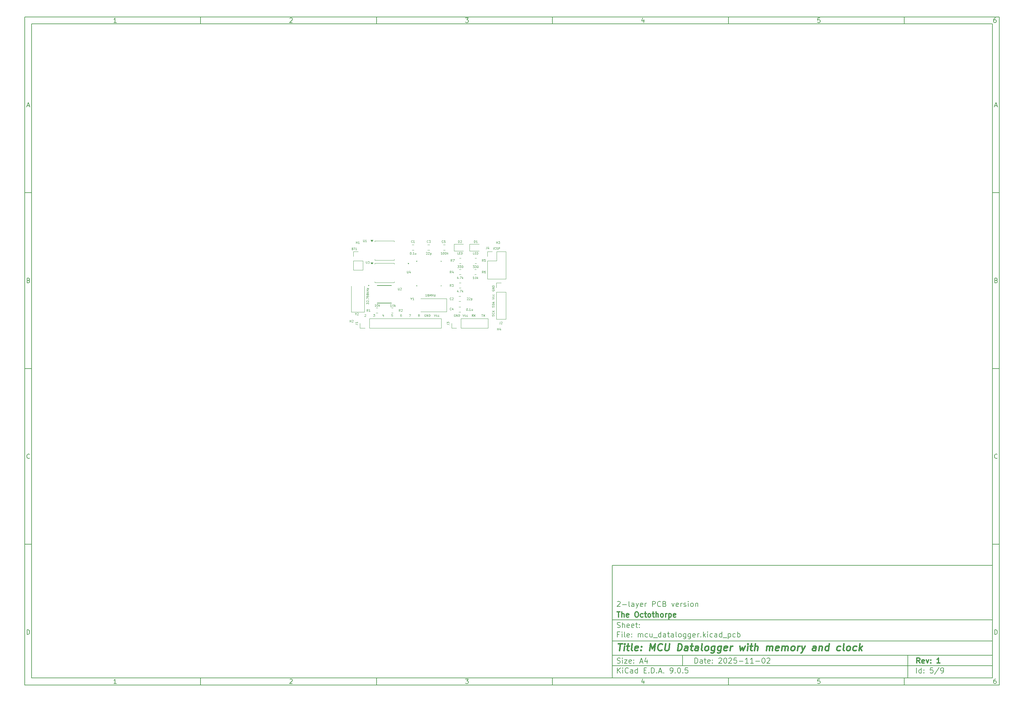
<source format=gbr>
%TF.GenerationSoftware,KiCad,Pcbnew,9.0.5*%
%TF.CreationDate,2025-11-03T15:57:16+06:00*%
%TF.ProjectId,mcu_datalogger,6d63755f-6461-4746-916c-6f676765722e,1*%
%TF.SameCoordinates,Original*%
%TF.FileFunction,Legend,Top*%
%TF.FilePolarity,Positive*%
%FSLAX46Y46*%
G04 Gerber Fmt 4.6, Leading zero omitted, Abs format (unit mm)*
G04 Created by KiCad (PCBNEW 9.0.5) date 2025-11-03 15:57:16*
%MOMM*%
%LPD*%
G01*
G04 APERTURE LIST*
%ADD10C,0.100000*%
%ADD11C,0.150000*%
%ADD12C,0.300000*%
%ADD13C,0.400000*%
%ADD14C,0.127000*%
%ADD15C,0.200000*%
%ADD16C,0.120000*%
G04 APERTURE END LIST*
D10*
D11*
X177002200Y-166007200D02*
X285002200Y-166007200D01*
X285002200Y-198007200D01*
X177002200Y-198007200D01*
X177002200Y-166007200D01*
D10*
D11*
X10000000Y-10000000D02*
X287002200Y-10000000D01*
X287002200Y-200007200D01*
X10000000Y-200007200D01*
X10000000Y-10000000D01*
D10*
D11*
X12000000Y-12000000D02*
X285002200Y-12000000D01*
X285002200Y-198007200D01*
X12000000Y-198007200D01*
X12000000Y-12000000D01*
D10*
D11*
X60000000Y-12000000D02*
X60000000Y-10000000D01*
D10*
D11*
X110000000Y-12000000D02*
X110000000Y-10000000D01*
D10*
D11*
X160000000Y-12000000D02*
X160000000Y-10000000D01*
D10*
D11*
X210000000Y-12000000D02*
X210000000Y-10000000D01*
D10*
D11*
X260000000Y-12000000D02*
X260000000Y-10000000D01*
D10*
D11*
X36089160Y-11593604D02*
X35346303Y-11593604D01*
X35717731Y-11593604D02*
X35717731Y-10293604D01*
X35717731Y-10293604D02*
X35593922Y-10479319D01*
X35593922Y-10479319D02*
X35470112Y-10603128D01*
X35470112Y-10603128D02*
X35346303Y-10665033D01*
D10*
D11*
X85346303Y-10417414D02*
X85408207Y-10355509D01*
X85408207Y-10355509D02*
X85532017Y-10293604D01*
X85532017Y-10293604D02*
X85841541Y-10293604D01*
X85841541Y-10293604D02*
X85965350Y-10355509D01*
X85965350Y-10355509D02*
X86027255Y-10417414D01*
X86027255Y-10417414D02*
X86089160Y-10541223D01*
X86089160Y-10541223D02*
X86089160Y-10665033D01*
X86089160Y-10665033D02*
X86027255Y-10850747D01*
X86027255Y-10850747D02*
X85284398Y-11593604D01*
X85284398Y-11593604D02*
X86089160Y-11593604D01*
D10*
D11*
X135284398Y-10293604D02*
X136089160Y-10293604D01*
X136089160Y-10293604D02*
X135655826Y-10788842D01*
X135655826Y-10788842D02*
X135841541Y-10788842D01*
X135841541Y-10788842D02*
X135965350Y-10850747D01*
X135965350Y-10850747D02*
X136027255Y-10912652D01*
X136027255Y-10912652D02*
X136089160Y-11036461D01*
X136089160Y-11036461D02*
X136089160Y-11345985D01*
X136089160Y-11345985D02*
X136027255Y-11469795D01*
X136027255Y-11469795D02*
X135965350Y-11531700D01*
X135965350Y-11531700D02*
X135841541Y-11593604D01*
X135841541Y-11593604D02*
X135470112Y-11593604D01*
X135470112Y-11593604D02*
X135346303Y-11531700D01*
X135346303Y-11531700D02*
X135284398Y-11469795D01*
D10*
D11*
X185965350Y-10726938D02*
X185965350Y-11593604D01*
X185655826Y-10231700D02*
X185346303Y-11160271D01*
X185346303Y-11160271D02*
X186151064Y-11160271D01*
D10*
D11*
X236027255Y-10293604D02*
X235408207Y-10293604D01*
X235408207Y-10293604D02*
X235346303Y-10912652D01*
X235346303Y-10912652D02*
X235408207Y-10850747D01*
X235408207Y-10850747D02*
X235532017Y-10788842D01*
X235532017Y-10788842D02*
X235841541Y-10788842D01*
X235841541Y-10788842D02*
X235965350Y-10850747D01*
X235965350Y-10850747D02*
X236027255Y-10912652D01*
X236027255Y-10912652D02*
X236089160Y-11036461D01*
X236089160Y-11036461D02*
X236089160Y-11345985D01*
X236089160Y-11345985D02*
X236027255Y-11469795D01*
X236027255Y-11469795D02*
X235965350Y-11531700D01*
X235965350Y-11531700D02*
X235841541Y-11593604D01*
X235841541Y-11593604D02*
X235532017Y-11593604D01*
X235532017Y-11593604D02*
X235408207Y-11531700D01*
X235408207Y-11531700D02*
X235346303Y-11469795D01*
D10*
D11*
X285965350Y-10293604D02*
X285717731Y-10293604D01*
X285717731Y-10293604D02*
X285593922Y-10355509D01*
X285593922Y-10355509D02*
X285532017Y-10417414D01*
X285532017Y-10417414D02*
X285408207Y-10603128D01*
X285408207Y-10603128D02*
X285346303Y-10850747D01*
X285346303Y-10850747D02*
X285346303Y-11345985D01*
X285346303Y-11345985D02*
X285408207Y-11469795D01*
X285408207Y-11469795D02*
X285470112Y-11531700D01*
X285470112Y-11531700D02*
X285593922Y-11593604D01*
X285593922Y-11593604D02*
X285841541Y-11593604D01*
X285841541Y-11593604D02*
X285965350Y-11531700D01*
X285965350Y-11531700D02*
X286027255Y-11469795D01*
X286027255Y-11469795D02*
X286089160Y-11345985D01*
X286089160Y-11345985D02*
X286089160Y-11036461D01*
X286089160Y-11036461D02*
X286027255Y-10912652D01*
X286027255Y-10912652D02*
X285965350Y-10850747D01*
X285965350Y-10850747D02*
X285841541Y-10788842D01*
X285841541Y-10788842D02*
X285593922Y-10788842D01*
X285593922Y-10788842D02*
X285470112Y-10850747D01*
X285470112Y-10850747D02*
X285408207Y-10912652D01*
X285408207Y-10912652D02*
X285346303Y-11036461D01*
D10*
D11*
X60000000Y-198007200D02*
X60000000Y-200007200D01*
D10*
D11*
X110000000Y-198007200D02*
X110000000Y-200007200D01*
D10*
D11*
X160000000Y-198007200D02*
X160000000Y-200007200D01*
D10*
D11*
X210000000Y-198007200D02*
X210000000Y-200007200D01*
D10*
D11*
X260000000Y-198007200D02*
X260000000Y-200007200D01*
D10*
D11*
X36089160Y-199600804D02*
X35346303Y-199600804D01*
X35717731Y-199600804D02*
X35717731Y-198300804D01*
X35717731Y-198300804D02*
X35593922Y-198486519D01*
X35593922Y-198486519D02*
X35470112Y-198610328D01*
X35470112Y-198610328D02*
X35346303Y-198672233D01*
D10*
D11*
X85346303Y-198424614D02*
X85408207Y-198362709D01*
X85408207Y-198362709D02*
X85532017Y-198300804D01*
X85532017Y-198300804D02*
X85841541Y-198300804D01*
X85841541Y-198300804D02*
X85965350Y-198362709D01*
X85965350Y-198362709D02*
X86027255Y-198424614D01*
X86027255Y-198424614D02*
X86089160Y-198548423D01*
X86089160Y-198548423D02*
X86089160Y-198672233D01*
X86089160Y-198672233D02*
X86027255Y-198857947D01*
X86027255Y-198857947D02*
X85284398Y-199600804D01*
X85284398Y-199600804D02*
X86089160Y-199600804D01*
D10*
D11*
X135284398Y-198300804D02*
X136089160Y-198300804D01*
X136089160Y-198300804D02*
X135655826Y-198796042D01*
X135655826Y-198796042D02*
X135841541Y-198796042D01*
X135841541Y-198796042D02*
X135965350Y-198857947D01*
X135965350Y-198857947D02*
X136027255Y-198919852D01*
X136027255Y-198919852D02*
X136089160Y-199043661D01*
X136089160Y-199043661D02*
X136089160Y-199353185D01*
X136089160Y-199353185D02*
X136027255Y-199476995D01*
X136027255Y-199476995D02*
X135965350Y-199538900D01*
X135965350Y-199538900D02*
X135841541Y-199600804D01*
X135841541Y-199600804D02*
X135470112Y-199600804D01*
X135470112Y-199600804D02*
X135346303Y-199538900D01*
X135346303Y-199538900D02*
X135284398Y-199476995D01*
D10*
D11*
X185965350Y-198734138D02*
X185965350Y-199600804D01*
X185655826Y-198238900D02*
X185346303Y-199167471D01*
X185346303Y-199167471D02*
X186151064Y-199167471D01*
D10*
D11*
X236027255Y-198300804D02*
X235408207Y-198300804D01*
X235408207Y-198300804D02*
X235346303Y-198919852D01*
X235346303Y-198919852D02*
X235408207Y-198857947D01*
X235408207Y-198857947D02*
X235532017Y-198796042D01*
X235532017Y-198796042D02*
X235841541Y-198796042D01*
X235841541Y-198796042D02*
X235965350Y-198857947D01*
X235965350Y-198857947D02*
X236027255Y-198919852D01*
X236027255Y-198919852D02*
X236089160Y-199043661D01*
X236089160Y-199043661D02*
X236089160Y-199353185D01*
X236089160Y-199353185D02*
X236027255Y-199476995D01*
X236027255Y-199476995D02*
X235965350Y-199538900D01*
X235965350Y-199538900D02*
X235841541Y-199600804D01*
X235841541Y-199600804D02*
X235532017Y-199600804D01*
X235532017Y-199600804D02*
X235408207Y-199538900D01*
X235408207Y-199538900D02*
X235346303Y-199476995D01*
D10*
D11*
X285965350Y-198300804D02*
X285717731Y-198300804D01*
X285717731Y-198300804D02*
X285593922Y-198362709D01*
X285593922Y-198362709D02*
X285532017Y-198424614D01*
X285532017Y-198424614D02*
X285408207Y-198610328D01*
X285408207Y-198610328D02*
X285346303Y-198857947D01*
X285346303Y-198857947D02*
X285346303Y-199353185D01*
X285346303Y-199353185D02*
X285408207Y-199476995D01*
X285408207Y-199476995D02*
X285470112Y-199538900D01*
X285470112Y-199538900D02*
X285593922Y-199600804D01*
X285593922Y-199600804D02*
X285841541Y-199600804D01*
X285841541Y-199600804D02*
X285965350Y-199538900D01*
X285965350Y-199538900D02*
X286027255Y-199476995D01*
X286027255Y-199476995D02*
X286089160Y-199353185D01*
X286089160Y-199353185D02*
X286089160Y-199043661D01*
X286089160Y-199043661D02*
X286027255Y-198919852D01*
X286027255Y-198919852D02*
X285965350Y-198857947D01*
X285965350Y-198857947D02*
X285841541Y-198796042D01*
X285841541Y-198796042D02*
X285593922Y-198796042D01*
X285593922Y-198796042D02*
X285470112Y-198857947D01*
X285470112Y-198857947D02*
X285408207Y-198919852D01*
X285408207Y-198919852D02*
X285346303Y-199043661D01*
D10*
D11*
X10000000Y-60000000D02*
X12000000Y-60000000D01*
D10*
D11*
X10000000Y-110000000D02*
X12000000Y-110000000D01*
D10*
D11*
X10000000Y-160000000D02*
X12000000Y-160000000D01*
D10*
D11*
X10690476Y-35222176D02*
X11309523Y-35222176D01*
X10566666Y-35593604D02*
X10999999Y-34293604D01*
X10999999Y-34293604D02*
X11433333Y-35593604D01*
D10*
D11*
X11092857Y-84912652D02*
X11278571Y-84974557D01*
X11278571Y-84974557D02*
X11340476Y-85036461D01*
X11340476Y-85036461D02*
X11402380Y-85160271D01*
X11402380Y-85160271D02*
X11402380Y-85345985D01*
X11402380Y-85345985D02*
X11340476Y-85469795D01*
X11340476Y-85469795D02*
X11278571Y-85531700D01*
X11278571Y-85531700D02*
X11154761Y-85593604D01*
X11154761Y-85593604D02*
X10659523Y-85593604D01*
X10659523Y-85593604D02*
X10659523Y-84293604D01*
X10659523Y-84293604D02*
X11092857Y-84293604D01*
X11092857Y-84293604D02*
X11216666Y-84355509D01*
X11216666Y-84355509D02*
X11278571Y-84417414D01*
X11278571Y-84417414D02*
X11340476Y-84541223D01*
X11340476Y-84541223D02*
X11340476Y-84665033D01*
X11340476Y-84665033D02*
X11278571Y-84788842D01*
X11278571Y-84788842D02*
X11216666Y-84850747D01*
X11216666Y-84850747D02*
X11092857Y-84912652D01*
X11092857Y-84912652D02*
X10659523Y-84912652D01*
D10*
D11*
X11402380Y-135469795D02*
X11340476Y-135531700D01*
X11340476Y-135531700D02*
X11154761Y-135593604D01*
X11154761Y-135593604D02*
X11030952Y-135593604D01*
X11030952Y-135593604D02*
X10845238Y-135531700D01*
X10845238Y-135531700D02*
X10721428Y-135407890D01*
X10721428Y-135407890D02*
X10659523Y-135284080D01*
X10659523Y-135284080D02*
X10597619Y-135036461D01*
X10597619Y-135036461D02*
X10597619Y-134850747D01*
X10597619Y-134850747D02*
X10659523Y-134603128D01*
X10659523Y-134603128D02*
X10721428Y-134479319D01*
X10721428Y-134479319D02*
X10845238Y-134355509D01*
X10845238Y-134355509D02*
X11030952Y-134293604D01*
X11030952Y-134293604D02*
X11154761Y-134293604D01*
X11154761Y-134293604D02*
X11340476Y-134355509D01*
X11340476Y-134355509D02*
X11402380Y-134417414D01*
D10*
D11*
X10659523Y-185593604D02*
X10659523Y-184293604D01*
X10659523Y-184293604D02*
X10969047Y-184293604D01*
X10969047Y-184293604D02*
X11154761Y-184355509D01*
X11154761Y-184355509D02*
X11278571Y-184479319D01*
X11278571Y-184479319D02*
X11340476Y-184603128D01*
X11340476Y-184603128D02*
X11402380Y-184850747D01*
X11402380Y-184850747D02*
X11402380Y-185036461D01*
X11402380Y-185036461D02*
X11340476Y-185284080D01*
X11340476Y-185284080D02*
X11278571Y-185407890D01*
X11278571Y-185407890D02*
X11154761Y-185531700D01*
X11154761Y-185531700D02*
X10969047Y-185593604D01*
X10969047Y-185593604D02*
X10659523Y-185593604D01*
D10*
D11*
X287002200Y-60000000D02*
X285002200Y-60000000D01*
D10*
D11*
X287002200Y-110000000D02*
X285002200Y-110000000D01*
D10*
D11*
X287002200Y-160000000D02*
X285002200Y-160000000D01*
D10*
D11*
X285692676Y-35222176D02*
X286311723Y-35222176D01*
X285568866Y-35593604D02*
X286002199Y-34293604D01*
X286002199Y-34293604D02*
X286435533Y-35593604D01*
D10*
D11*
X286095057Y-84912652D02*
X286280771Y-84974557D01*
X286280771Y-84974557D02*
X286342676Y-85036461D01*
X286342676Y-85036461D02*
X286404580Y-85160271D01*
X286404580Y-85160271D02*
X286404580Y-85345985D01*
X286404580Y-85345985D02*
X286342676Y-85469795D01*
X286342676Y-85469795D02*
X286280771Y-85531700D01*
X286280771Y-85531700D02*
X286156961Y-85593604D01*
X286156961Y-85593604D02*
X285661723Y-85593604D01*
X285661723Y-85593604D02*
X285661723Y-84293604D01*
X285661723Y-84293604D02*
X286095057Y-84293604D01*
X286095057Y-84293604D02*
X286218866Y-84355509D01*
X286218866Y-84355509D02*
X286280771Y-84417414D01*
X286280771Y-84417414D02*
X286342676Y-84541223D01*
X286342676Y-84541223D02*
X286342676Y-84665033D01*
X286342676Y-84665033D02*
X286280771Y-84788842D01*
X286280771Y-84788842D02*
X286218866Y-84850747D01*
X286218866Y-84850747D02*
X286095057Y-84912652D01*
X286095057Y-84912652D02*
X285661723Y-84912652D01*
D10*
D11*
X286404580Y-135469795D02*
X286342676Y-135531700D01*
X286342676Y-135531700D02*
X286156961Y-135593604D01*
X286156961Y-135593604D02*
X286033152Y-135593604D01*
X286033152Y-135593604D02*
X285847438Y-135531700D01*
X285847438Y-135531700D02*
X285723628Y-135407890D01*
X285723628Y-135407890D02*
X285661723Y-135284080D01*
X285661723Y-135284080D02*
X285599819Y-135036461D01*
X285599819Y-135036461D02*
X285599819Y-134850747D01*
X285599819Y-134850747D02*
X285661723Y-134603128D01*
X285661723Y-134603128D02*
X285723628Y-134479319D01*
X285723628Y-134479319D02*
X285847438Y-134355509D01*
X285847438Y-134355509D02*
X286033152Y-134293604D01*
X286033152Y-134293604D02*
X286156961Y-134293604D01*
X286156961Y-134293604D02*
X286342676Y-134355509D01*
X286342676Y-134355509D02*
X286404580Y-134417414D01*
D10*
D11*
X285661723Y-185593604D02*
X285661723Y-184293604D01*
X285661723Y-184293604D02*
X285971247Y-184293604D01*
X285971247Y-184293604D02*
X286156961Y-184355509D01*
X286156961Y-184355509D02*
X286280771Y-184479319D01*
X286280771Y-184479319D02*
X286342676Y-184603128D01*
X286342676Y-184603128D02*
X286404580Y-184850747D01*
X286404580Y-184850747D02*
X286404580Y-185036461D01*
X286404580Y-185036461D02*
X286342676Y-185284080D01*
X286342676Y-185284080D02*
X286280771Y-185407890D01*
X286280771Y-185407890D02*
X286156961Y-185531700D01*
X286156961Y-185531700D02*
X285971247Y-185593604D01*
X285971247Y-185593604D02*
X285661723Y-185593604D01*
D10*
D11*
X200458026Y-193793328D02*
X200458026Y-192293328D01*
X200458026Y-192293328D02*
X200815169Y-192293328D01*
X200815169Y-192293328D02*
X201029455Y-192364757D01*
X201029455Y-192364757D02*
X201172312Y-192507614D01*
X201172312Y-192507614D02*
X201243741Y-192650471D01*
X201243741Y-192650471D02*
X201315169Y-192936185D01*
X201315169Y-192936185D02*
X201315169Y-193150471D01*
X201315169Y-193150471D02*
X201243741Y-193436185D01*
X201243741Y-193436185D02*
X201172312Y-193579042D01*
X201172312Y-193579042D02*
X201029455Y-193721900D01*
X201029455Y-193721900D02*
X200815169Y-193793328D01*
X200815169Y-193793328D02*
X200458026Y-193793328D01*
X202600884Y-193793328D02*
X202600884Y-193007614D01*
X202600884Y-193007614D02*
X202529455Y-192864757D01*
X202529455Y-192864757D02*
X202386598Y-192793328D01*
X202386598Y-192793328D02*
X202100884Y-192793328D01*
X202100884Y-192793328D02*
X201958026Y-192864757D01*
X202600884Y-193721900D02*
X202458026Y-193793328D01*
X202458026Y-193793328D02*
X202100884Y-193793328D01*
X202100884Y-193793328D02*
X201958026Y-193721900D01*
X201958026Y-193721900D02*
X201886598Y-193579042D01*
X201886598Y-193579042D02*
X201886598Y-193436185D01*
X201886598Y-193436185D02*
X201958026Y-193293328D01*
X201958026Y-193293328D02*
X202100884Y-193221900D01*
X202100884Y-193221900D02*
X202458026Y-193221900D01*
X202458026Y-193221900D02*
X202600884Y-193150471D01*
X203100884Y-192793328D02*
X203672312Y-192793328D01*
X203315169Y-192293328D02*
X203315169Y-193579042D01*
X203315169Y-193579042D02*
X203386598Y-193721900D01*
X203386598Y-193721900D02*
X203529455Y-193793328D01*
X203529455Y-193793328D02*
X203672312Y-193793328D01*
X204743741Y-193721900D02*
X204600884Y-193793328D01*
X204600884Y-193793328D02*
X204315170Y-193793328D01*
X204315170Y-193793328D02*
X204172312Y-193721900D01*
X204172312Y-193721900D02*
X204100884Y-193579042D01*
X204100884Y-193579042D02*
X204100884Y-193007614D01*
X204100884Y-193007614D02*
X204172312Y-192864757D01*
X204172312Y-192864757D02*
X204315170Y-192793328D01*
X204315170Y-192793328D02*
X204600884Y-192793328D01*
X204600884Y-192793328D02*
X204743741Y-192864757D01*
X204743741Y-192864757D02*
X204815170Y-193007614D01*
X204815170Y-193007614D02*
X204815170Y-193150471D01*
X204815170Y-193150471D02*
X204100884Y-193293328D01*
X205458026Y-193650471D02*
X205529455Y-193721900D01*
X205529455Y-193721900D02*
X205458026Y-193793328D01*
X205458026Y-193793328D02*
X205386598Y-193721900D01*
X205386598Y-193721900D02*
X205458026Y-193650471D01*
X205458026Y-193650471D02*
X205458026Y-193793328D01*
X205458026Y-192864757D02*
X205529455Y-192936185D01*
X205529455Y-192936185D02*
X205458026Y-193007614D01*
X205458026Y-193007614D02*
X205386598Y-192936185D01*
X205386598Y-192936185D02*
X205458026Y-192864757D01*
X205458026Y-192864757D02*
X205458026Y-193007614D01*
X207243741Y-192436185D02*
X207315169Y-192364757D01*
X207315169Y-192364757D02*
X207458027Y-192293328D01*
X207458027Y-192293328D02*
X207815169Y-192293328D01*
X207815169Y-192293328D02*
X207958027Y-192364757D01*
X207958027Y-192364757D02*
X208029455Y-192436185D01*
X208029455Y-192436185D02*
X208100884Y-192579042D01*
X208100884Y-192579042D02*
X208100884Y-192721900D01*
X208100884Y-192721900D02*
X208029455Y-192936185D01*
X208029455Y-192936185D02*
X207172312Y-193793328D01*
X207172312Y-193793328D02*
X208100884Y-193793328D01*
X209029455Y-192293328D02*
X209172312Y-192293328D01*
X209172312Y-192293328D02*
X209315169Y-192364757D01*
X209315169Y-192364757D02*
X209386598Y-192436185D01*
X209386598Y-192436185D02*
X209458026Y-192579042D01*
X209458026Y-192579042D02*
X209529455Y-192864757D01*
X209529455Y-192864757D02*
X209529455Y-193221900D01*
X209529455Y-193221900D02*
X209458026Y-193507614D01*
X209458026Y-193507614D02*
X209386598Y-193650471D01*
X209386598Y-193650471D02*
X209315169Y-193721900D01*
X209315169Y-193721900D02*
X209172312Y-193793328D01*
X209172312Y-193793328D02*
X209029455Y-193793328D01*
X209029455Y-193793328D02*
X208886598Y-193721900D01*
X208886598Y-193721900D02*
X208815169Y-193650471D01*
X208815169Y-193650471D02*
X208743740Y-193507614D01*
X208743740Y-193507614D02*
X208672312Y-193221900D01*
X208672312Y-193221900D02*
X208672312Y-192864757D01*
X208672312Y-192864757D02*
X208743740Y-192579042D01*
X208743740Y-192579042D02*
X208815169Y-192436185D01*
X208815169Y-192436185D02*
X208886598Y-192364757D01*
X208886598Y-192364757D02*
X209029455Y-192293328D01*
X210100883Y-192436185D02*
X210172311Y-192364757D01*
X210172311Y-192364757D02*
X210315169Y-192293328D01*
X210315169Y-192293328D02*
X210672311Y-192293328D01*
X210672311Y-192293328D02*
X210815169Y-192364757D01*
X210815169Y-192364757D02*
X210886597Y-192436185D01*
X210886597Y-192436185D02*
X210958026Y-192579042D01*
X210958026Y-192579042D02*
X210958026Y-192721900D01*
X210958026Y-192721900D02*
X210886597Y-192936185D01*
X210886597Y-192936185D02*
X210029454Y-193793328D01*
X210029454Y-193793328D02*
X210958026Y-193793328D01*
X212315168Y-192293328D02*
X211600882Y-192293328D01*
X211600882Y-192293328D02*
X211529454Y-193007614D01*
X211529454Y-193007614D02*
X211600882Y-192936185D01*
X211600882Y-192936185D02*
X211743740Y-192864757D01*
X211743740Y-192864757D02*
X212100882Y-192864757D01*
X212100882Y-192864757D02*
X212243740Y-192936185D01*
X212243740Y-192936185D02*
X212315168Y-193007614D01*
X212315168Y-193007614D02*
X212386597Y-193150471D01*
X212386597Y-193150471D02*
X212386597Y-193507614D01*
X212386597Y-193507614D02*
X212315168Y-193650471D01*
X212315168Y-193650471D02*
X212243740Y-193721900D01*
X212243740Y-193721900D02*
X212100882Y-193793328D01*
X212100882Y-193793328D02*
X211743740Y-193793328D01*
X211743740Y-193793328D02*
X211600882Y-193721900D01*
X211600882Y-193721900D02*
X211529454Y-193650471D01*
X213029453Y-193221900D02*
X214172311Y-193221900D01*
X215672311Y-193793328D02*
X214815168Y-193793328D01*
X215243739Y-193793328D02*
X215243739Y-192293328D01*
X215243739Y-192293328D02*
X215100882Y-192507614D01*
X215100882Y-192507614D02*
X214958025Y-192650471D01*
X214958025Y-192650471D02*
X214815168Y-192721900D01*
X217100882Y-193793328D02*
X216243739Y-193793328D01*
X216672310Y-193793328D02*
X216672310Y-192293328D01*
X216672310Y-192293328D02*
X216529453Y-192507614D01*
X216529453Y-192507614D02*
X216386596Y-192650471D01*
X216386596Y-192650471D02*
X216243739Y-192721900D01*
X217743738Y-193221900D02*
X218886596Y-193221900D01*
X219886596Y-192293328D02*
X220029453Y-192293328D01*
X220029453Y-192293328D02*
X220172310Y-192364757D01*
X220172310Y-192364757D02*
X220243739Y-192436185D01*
X220243739Y-192436185D02*
X220315167Y-192579042D01*
X220315167Y-192579042D02*
X220386596Y-192864757D01*
X220386596Y-192864757D02*
X220386596Y-193221900D01*
X220386596Y-193221900D02*
X220315167Y-193507614D01*
X220315167Y-193507614D02*
X220243739Y-193650471D01*
X220243739Y-193650471D02*
X220172310Y-193721900D01*
X220172310Y-193721900D02*
X220029453Y-193793328D01*
X220029453Y-193793328D02*
X219886596Y-193793328D01*
X219886596Y-193793328D02*
X219743739Y-193721900D01*
X219743739Y-193721900D02*
X219672310Y-193650471D01*
X219672310Y-193650471D02*
X219600881Y-193507614D01*
X219600881Y-193507614D02*
X219529453Y-193221900D01*
X219529453Y-193221900D02*
X219529453Y-192864757D01*
X219529453Y-192864757D02*
X219600881Y-192579042D01*
X219600881Y-192579042D02*
X219672310Y-192436185D01*
X219672310Y-192436185D02*
X219743739Y-192364757D01*
X219743739Y-192364757D02*
X219886596Y-192293328D01*
X220958024Y-192436185D02*
X221029452Y-192364757D01*
X221029452Y-192364757D02*
X221172310Y-192293328D01*
X221172310Y-192293328D02*
X221529452Y-192293328D01*
X221529452Y-192293328D02*
X221672310Y-192364757D01*
X221672310Y-192364757D02*
X221743738Y-192436185D01*
X221743738Y-192436185D02*
X221815167Y-192579042D01*
X221815167Y-192579042D02*
X221815167Y-192721900D01*
X221815167Y-192721900D02*
X221743738Y-192936185D01*
X221743738Y-192936185D02*
X220886595Y-193793328D01*
X220886595Y-193793328D02*
X221815167Y-193793328D01*
D10*
D11*
X177002200Y-194507200D02*
X285002200Y-194507200D01*
D10*
D11*
X178458026Y-196593328D02*
X178458026Y-195093328D01*
X179315169Y-196593328D02*
X178672312Y-195736185D01*
X179315169Y-195093328D02*
X178458026Y-195950471D01*
X179958026Y-196593328D02*
X179958026Y-195593328D01*
X179958026Y-195093328D02*
X179886598Y-195164757D01*
X179886598Y-195164757D02*
X179958026Y-195236185D01*
X179958026Y-195236185D02*
X180029455Y-195164757D01*
X180029455Y-195164757D02*
X179958026Y-195093328D01*
X179958026Y-195093328D02*
X179958026Y-195236185D01*
X181529455Y-196450471D02*
X181458027Y-196521900D01*
X181458027Y-196521900D02*
X181243741Y-196593328D01*
X181243741Y-196593328D02*
X181100884Y-196593328D01*
X181100884Y-196593328D02*
X180886598Y-196521900D01*
X180886598Y-196521900D02*
X180743741Y-196379042D01*
X180743741Y-196379042D02*
X180672312Y-196236185D01*
X180672312Y-196236185D02*
X180600884Y-195950471D01*
X180600884Y-195950471D02*
X180600884Y-195736185D01*
X180600884Y-195736185D02*
X180672312Y-195450471D01*
X180672312Y-195450471D02*
X180743741Y-195307614D01*
X180743741Y-195307614D02*
X180886598Y-195164757D01*
X180886598Y-195164757D02*
X181100884Y-195093328D01*
X181100884Y-195093328D02*
X181243741Y-195093328D01*
X181243741Y-195093328D02*
X181458027Y-195164757D01*
X181458027Y-195164757D02*
X181529455Y-195236185D01*
X182815170Y-196593328D02*
X182815170Y-195807614D01*
X182815170Y-195807614D02*
X182743741Y-195664757D01*
X182743741Y-195664757D02*
X182600884Y-195593328D01*
X182600884Y-195593328D02*
X182315170Y-195593328D01*
X182315170Y-195593328D02*
X182172312Y-195664757D01*
X182815170Y-196521900D02*
X182672312Y-196593328D01*
X182672312Y-196593328D02*
X182315170Y-196593328D01*
X182315170Y-196593328D02*
X182172312Y-196521900D01*
X182172312Y-196521900D02*
X182100884Y-196379042D01*
X182100884Y-196379042D02*
X182100884Y-196236185D01*
X182100884Y-196236185D02*
X182172312Y-196093328D01*
X182172312Y-196093328D02*
X182315170Y-196021900D01*
X182315170Y-196021900D02*
X182672312Y-196021900D01*
X182672312Y-196021900D02*
X182815170Y-195950471D01*
X184172313Y-196593328D02*
X184172313Y-195093328D01*
X184172313Y-196521900D02*
X184029455Y-196593328D01*
X184029455Y-196593328D02*
X183743741Y-196593328D01*
X183743741Y-196593328D02*
X183600884Y-196521900D01*
X183600884Y-196521900D02*
X183529455Y-196450471D01*
X183529455Y-196450471D02*
X183458027Y-196307614D01*
X183458027Y-196307614D02*
X183458027Y-195879042D01*
X183458027Y-195879042D02*
X183529455Y-195736185D01*
X183529455Y-195736185D02*
X183600884Y-195664757D01*
X183600884Y-195664757D02*
X183743741Y-195593328D01*
X183743741Y-195593328D02*
X184029455Y-195593328D01*
X184029455Y-195593328D02*
X184172313Y-195664757D01*
X186029455Y-195807614D02*
X186529455Y-195807614D01*
X186743741Y-196593328D02*
X186029455Y-196593328D01*
X186029455Y-196593328D02*
X186029455Y-195093328D01*
X186029455Y-195093328D02*
X186743741Y-195093328D01*
X187386598Y-196450471D02*
X187458027Y-196521900D01*
X187458027Y-196521900D02*
X187386598Y-196593328D01*
X187386598Y-196593328D02*
X187315170Y-196521900D01*
X187315170Y-196521900D02*
X187386598Y-196450471D01*
X187386598Y-196450471D02*
X187386598Y-196593328D01*
X188100884Y-196593328D02*
X188100884Y-195093328D01*
X188100884Y-195093328D02*
X188458027Y-195093328D01*
X188458027Y-195093328D02*
X188672313Y-195164757D01*
X188672313Y-195164757D02*
X188815170Y-195307614D01*
X188815170Y-195307614D02*
X188886599Y-195450471D01*
X188886599Y-195450471D02*
X188958027Y-195736185D01*
X188958027Y-195736185D02*
X188958027Y-195950471D01*
X188958027Y-195950471D02*
X188886599Y-196236185D01*
X188886599Y-196236185D02*
X188815170Y-196379042D01*
X188815170Y-196379042D02*
X188672313Y-196521900D01*
X188672313Y-196521900D02*
X188458027Y-196593328D01*
X188458027Y-196593328D02*
X188100884Y-196593328D01*
X189600884Y-196450471D02*
X189672313Y-196521900D01*
X189672313Y-196521900D02*
X189600884Y-196593328D01*
X189600884Y-196593328D02*
X189529456Y-196521900D01*
X189529456Y-196521900D02*
X189600884Y-196450471D01*
X189600884Y-196450471D02*
X189600884Y-196593328D01*
X190243742Y-196164757D02*
X190958028Y-196164757D01*
X190100885Y-196593328D02*
X190600885Y-195093328D01*
X190600885Y-195093328D02*
X191100885Y-196593328D01*
X191600884Y-196450471D02*
X191672313Y-196521900D01*
X191672313Y-196521900D02*
X191600884Y-196593328D01*
X191600884Y-196593328D02*
X191529456Y-196521900D01*
X191529456Y-196521900D02*
X191600884Y-196450471D01*
X191600884Y-196450471D02*
X191600884Y-196593328D01*
X193529456Y-196593328D02*
X193815170Y-196593328D01*
X193815170Y-196593328D02*
X193958027Y-196521900D01*
X193958027Y-196521900D02*
X194029456Y-196450471D01*
X194029456Y-196450471D02*
X194172313Y-196236185D01*
X194172313Y-196236185D02*
X194243742Y-195950471D01*
X194243742Y-195950471D02*
X194243742Y-195379042D01*
X194243742Y-195379042D02*
X194172313Y-195236185D01*
X194172313Y-195236185D02*
X194100885Y-195164757D01*
X194100885Y-195164757D02*
X193958027Y-195093328D01*
X193958027Y-195093328D02*
X193672313Y-195093328D01*
X193672313Y-195093328D02*
X193529456Y-195164757D01*
X193529456Y-195164757D02*
X193458027Y-195236185D01*
X193458027Y-195236185D02*
X193386599Y-195379042D01*
X193386599Y-195379042D02*
X193386599Y-195736185D01*
X193386599Y-195736185D02*
X193458027Y-195879042D01*
X193458027Y-195879042D02*
X193529456Y-195950471D01*
X193529456Y-195950471D02*
X193672313Y-196021900D01*
X193672313Y-196021900D02*
X193958027Y-196021900D01*
X193958027Y-196021900D02*
X194100885Y-195950471D01*
X194100885Y-195950471D02*
X194172313Y-195879042D01*
X194172313Y-195879042D02*
X194243742Y-195736185D01*
X194886598Y-196450471D02*
X194958027Y-196521900D01*
X194958027Y-196521900D02*
X194886598Y-196593328D01*
X194886598Y-196593328D02*
X194815170Y-196521900D01*
X194815170Y-196521900D02*
X194886598Y-196450471D01*
X194886598Y-196450471D02*
X194886598Y-196593328D01*
X195886599Y-195093328D02*
X196029456Y-195093328D01*
X196029456Y-195093328D02*
X196172313Y-195164757D01*
X196172313Y-195164757D02*
X196243742Y-195236185D01*
X196243742Y-195236185D02*
X196315170Y-195379042D01*
X196315170Y-195379042D02*
X196386599Y-195664757D01*
X196386599Y-195664757D02*
X196386599Y-196021900D01*
X196386599Y-196021900D02*
X196315170Y-196307614D01*
X196315170Y-196307614D02*
X196243742Y-196450471D01*
X196243742Y-196450471D02*
X196172313Y-196521900D01*
X196172313Y-196521900D02*
X196029456Y-196593328D01*
X196029456Y-196593328D02*
X195886599Y-196593328D01*
X195886599Y-196593328D02*
X195743742Y-196521900D01*
X195743742Y-196521900D02*
X195672313Y-196450471D01*
X195672313Y-196450471D02*
X195600884Y-196307614D01*
X195600884Y-196307614D02*
X195529456Y-196021900D01*
X195529456Y-196021900D02*
X195529456Y-195664757D01*
X195529456Y-195664757D02*
X195600884Y-195379042D01*
X195600884Y-195379042D02*
X195672313Y-195236185D01*
X195672313Y-195236185D02*
X195743742Y-195164757D01*
X195743742Y-195164757D02*
X195886599Y-195093328D01*
X197029455Y-196450471D02*
X197100884Y-196521900D01*
X197100884Y-196521900D02*
X197029455Y-196593328D01*
X197029455Y-196593328D02*
X196958027Y-196521900D01*
X196958027Y-196521900D02*
X197029455Y-196450471D01*
X197029455Y-196450471D02*
X197029455Y-196593328D01*
X198458027Y-195093328D02*
X197743741Y-195093328D01*
X197743741Y-195093328D02*
X197672313Y-195807614D01*
X197672313Y-195807614D02*
X197743741Y-195736185D01*
X197743741Y-195736185D02*
X197886599Y-195664757D01*
X197886599Y-195664757D02*
X198243741Y-195664757D01*
X198243741Y-195664757D02*
X198386599Y-195736185D01*
X198386599Y-195736185D02*
X198458027Y-195807614D01*
X198458027Y-195807614D02*
X198529456Y-195950471D01*
X198529456Y-195950471D02*
X198529456Y-196307614D01*
X198529456Y-196307614D02*
X198458027Y-196450471D01*
X198458027Y-196450471D02*
X198386599Y-196521900D01*
X198386599Y-196521900D02*
X198243741Y-196593328D01*
X198243741Y-196593328D02*
X197886599Y-196593328D01*
X197886599Y-196593328D02*
X197743741Y-196521900D01*
X197743741Y-196521900D02*
X197672313Y-196450471D01*
D10*
D11*
X177002200Y-191507200D02*
X285002200Y-191507200D01*
D10*
D12*
X264413853Y-193785528D02*
X263913853Y-193071242D01*
X263556710Y-193785528D02*
X263556710Y-192285528D01*
X263556710Y-192285528D02*
X264128139Y-192285528D01*
X264128139Y-192285528D02*
X264270996Y-192356957D01*
X264270996Y-192356957D02*
X264342425Y-192428385D01*
X264342425Y-192428385D02*
X264413853Y-192571242D01*
X264413853Y-192571242D02*
X264413853Y-192785528D01*
X264413853Y-192785528D02*
X264342425Y-192928385D01*
X264342425Y-192928385D02*
X264270996Y-192999814D01*
X264270996Y-192999814D02*
X264128139Y-193071242D01*
X264128139Y-193071242D02*
X263556710Y-193071242D01*
X265628139Y-193714100D02*
X265485282Y-193785528D01*
X265485282Y-193785528D02*
X265199568Y-193785528D01*
X265199568Y-193785528D02*
X265056710Y-193714100D01*
X265056710Y-193714100D02*
X264985282Y-193571242D01*
X264985282Y-193571242D02*
X264985282Y-192999814D01*
X264985282Y-192999814D02*
X265056710Y-192856957D01*
X265056710Y-192856957D02*
X265199568Y-192785528D01*
X265199568Y-192785528D02*
X265485282Y-192785528D01*
X265485282Y-192785528D02*
X265628139Y-192856957D01*
X265628139Y-192856957D02*
X265699568Y-192999814D01*
X265699568Y-192999814D02*
X265699568Y-193142671D01*
X265699568Y-193142671D02*
X264985282Y-193285528D01*
X266199567Y-192785528D02*
X266556710Y-193785528D01*
X266556710Y-193785528D02*
X266913853Y-192785528D01*
X267485281Y-193642671D02*
X267556710Y-193714100D01*
X267556710Y-193714100D02*
X267485281Y-193785528D01*
X267485281Y-193785528D02*
X267413853Y-193714100D01*
X267413853Y-193714100D02*
X267485281Y-193642671D01*
X267485281Y-193642671D02*
X267485281Y-193785528D01*
X267485281Y-192856957D02*
X267556710Y-192928385D01*
X267556710Y-192928385D02*
X267485281Y-192999814D01*
X267485281Y-192999814D02*
X267413853Y-192928385D01*
X267413853Y-192928385D02*
X267485281Y-192856957D01*
X267485281Y-192856957D02*
X267485281Y-192999814D01*
X270128139Y-193785528D02*
X269270996Y-193785528D01*
X269699567Y-193785528D02*
X269699567Y-192285528D01*
X269699567Y-192285528D02*
X269556710Y-192499814D01*
X269556710Y-192499814D02*
X269413853Y-192642671D01*
X269413853Y-192642671D02*
X269270996Y-192714100D01*
D10*
D11*
X178386598Y-193721900D02*
X178600884Y-193793328D01*
X178600884Y-193793328D02*
X178958026Y-193793328D01*
X178958026Y-193793328D02*
X179100884Y-193721900D01*
X179100884Y-193721900D02*
X179172312Y-193650471D01*
X179172312Y-193650471D02*
X179243741Y-193507614D01*
X179243741Y-193507614D02*
X179243741Y-193364757D01*
X179243741Y-193364757D02*
X179172312Y-193221900D01*
X179172312Y-193221900D02*
X179100884Y-193150471D01*
X179100884Y-193150471D02*
X178958026Y-193079042D01*
X178958026Y-193079042D02*
X178672312Y-193007614D01*
X178672312Y-193007614D02*
X178529455Y-192936185D01*
X178529455Y-192936185D02*
X178458026Y-192864757D01*
X178458026Y-192864757D02*
X178386598Y-192721900D01*
X178386598Y-192721900D02*
X178386598Y-192579042D01*
X178386598Y-192579042D02*
X178458026Y-192436185D01*
X178458026Y-192436185D02*
X178529455Y-192364757D01*
X178529455Y-192364757D02*
X178672312Y-192293328D01*
X178672312Y-192293328D02*
X179029455Y-192293328D01*
X179029455Y-192293328D02*
X179243741Y-192364757D01*
X179886597Y-193793328D02*
X179886597Y-192793328D01*
X179886597Y-192293328D02*
X179815169Y-192364757D01*
X179815169Y-192364757D02*
X179886597Y-192436185D01*
X179886597Y-192436185D02*
X179958026Y-192364757D01*
X179958026Y-192364757D02*
X179886597Y-192293328D01*
X179886597Y-192293328D02*
X179886597Y-192436185D01*
X180458026Y-192793328D02*
X181243741Y-192793328D01*
X181243741Y-192793328D02*
X180458026Y-193793328D01*
X180458026Y-193793328D02*
X181243741Y-193793328D01*
X182386598Y-193721900D02*
X182243741Y-193793328D01*
X182243741Y-193793328D02*
X181958027Y-193793328D01*
X181958027Y-193793328D02*
X181815169Y-193721900D01*
X181815169Y-193721900D02*
X181743741Y-193579042D01*
X181743741Y-193579042D02*
X181743741Y-193007614D01*
X181743741Y-193007614D02*
X181815169Y-192864757D01*
X181815169Y-192864757D02*
X181958027Y-192793328D01*
X181958027Y-192793328D02*
X182243741Y-192793328D01*
X182243741Y-192793328D02*
X182386598Y-192864757D01*
X182386598Y-192864757D02*
X182458027Y-193007614D01*
X182458027Y-193007614D02*
X182458027Y-193150471D01*
X182458027Y-193150471D02*
X181743741Y-193293328D01*
X183100883Y-193650471D02*
X183172312Y-193721900D01*
X183172312Y-193721900D02*
X183100883Y-193793328D01*
X183100883Y-193793328D02*
X183029455Y-193721900D01*
X183029455Y-193721900D02*
X183100883Y-193650471D01*
X183100883Y-193650471D02*
X183100883Y-193793328D01*
X183100883Y-192864757D02*
X183172312Y-192936185D01*
X183172312Y-192936185D02*
X183100883Y-193007614D01*
X183100883Y-193007614D02*
X183029455Y-192936185D01*
X183029455Y-192936185D02*
X183100883Y-192864757D01*
X183100883Y-192864757D02*
X183100883Y-193007614D01*
X184886598Y-193364757D02*
X185600884Y-193364757D01*
X184743741Y-193793328D02*
X185243741Y-192293328D01*
X185243741Y-192293328D02*
X185743741Y-193793328D01*
X186886598Y-192793328D02*
X186886598Y-193793328D01*
X186529455Y-192221900D02*
X186172312Y-193293328D01*
X186172312Y-193293328D02*
X187100883Y-193293328D01*
D10*
D11*
X263458026Y-196593328D02*
X263458026Y-195093328D01*
X264815170Y-196593328D02*
X264815170Y-195093328D01*
X264815170Y-196521900D02*
X264672312Y-196593328D01*
X264672312Y-196593328D02*
X264386598Y-196593328D01*
X264386598Y-196593328D02*
X264243741Y-196521900D01*
X264243741Y-196521900D02*
X264172312Y-196450471D01*
X264172312Y-196450471D02*
X264100884Y-196307614D01*
X264100884Y-196307614D02*
X264100884Y-195879042D01*
X264100884Y-195879042D02*
X264172312Y-195736185D01*
X264172312Y-195736185D02*
X264243741Y-195664757D01*
X264243741Y-195664757D02*
X264386598Y-195593328D01*
X264386598Y-195593328D02*
X264672312Y-195593328D01*
X264672312Y-195593328D02*
X264815170Y-195664757D01*
X265529455Y-196450471D02*
X265600884Y-196521900D01*
X265600884Y-196521900D02*
X265529455Y-196593328D01*
X265529455Y-196593328D02*
X265458027Y-196521900D01*
X265458027Y-196521900D02*
X265529455Y-196450471D01*
X265529455Y-196450471D02*
X265529455Y-196593328D01*
X265529455Y-195664757D02*
X265600884Y-195736185D01*
X265600884Y-195736185D02*
X265529455Y-195807614D01*
X265529455Y-195807614D02*
X265458027Y-195736185D01*
X265458027Y-195736185D02*
X265529455Y-195664757D01*
X265529455Y-195664757D02*
X265529455Y-195807614D01*
X268100884Y-195093328D02*
X267386598Y-195093328D01*
X267386598Y-195093328D02*
X267315170Y-195807614D01*
X267315170Y-195807614D02*
X267386598Y-195736185D01*
X267386598Y-195736185D02*
X267529456Y-195664757D01*
X267529456Y-195664757D02*
X267886598Y-195664757D01*
X267886598Y-195664757D02*
X268029456Y-195736185D01*
X268029456Y-195736185D02*
X268100884Y-195807614D01*
X268100884Y-195807614D02*
X268172313Y-195950471D01*
X268172313Y-195950471D02*
X268172313Y-196307614D01*
X268172313Y-196307614D02*
X268100884Y-196450471D01*
X268100884Y-196450471D02*
X268029456Y-196521900D01*
X268029456Y-196521900D02*
X267886598Y-196593328D01*
X267886598Y-196593328D02*
X267529456Y-196593328D01*
X267529456Y-196593328D02*
X267386598Y-196521900D01*
X267386598Y-196521900D02*
X267315170Y-196450471D01*
X269886598Y-195021900D02*
X268600884Y-196950471D01*
X270458027Y-196593328D02*
X270743741Y-196593328D01*
X270743741Y-196593328D02*
X270886598Y-196521900D01*
X270886598Y-196521900D02*
X270958027Y-196450471D01*
X270958027Y-196450471D02*
X271100884Y-196236185D01*
X271100884Y-196236185D02*
X271172313Y-195950471D01*
X271172313Y-195950471D02*
X271172313Y-195379042D01*
X271172313Y-195379042D02*
X271100884Y-195236185D01*
X271100884Y-195236185D02*
X271029456Y-195164757D01*
X271029456Y-195164757D02*
X270886598Y-195093328D01*
X270886598Y-195093328D02*
X270600884Y-195093328D01*
X270600884Y-195093328D02*
X270458027Y-195164757D01*
X270458027Y-195164757D02*
X270386598Y-195236185D01*
X270386598Y-195236185D02*
X270315170Y-195379042D01*
X270315170Y-195379042D02*
X270315170Y-195736185D01*
X270315170Y-195736185D02*
X270386598Y-195879042D01*
X270386598Y-195879042D02*
X270458027Y-195950471D01*
X270458027Y-195950471D02*
X270600884Y-196021900D01*
X270600884Y-196021900D02*
X270886598Y-196021900D01*
X270886598Y-196021900D02*
X271029456Y-195950471D01*
X271029456Y-195950471D02*
X271100884Y-195879042D01*
X271100884Y-195879042D02*
X271172313Y-195736185D01*
D10*
D11*
X177002200Y-187507200D02*
X285002200Y-187507200D01*
D10*
D13*
X178693928Y-188211638D02*
X179836785Y-188211638D01*
X179015357Y-190211638D02*
X179265357Y-188211638D01*
X180253452Y-190211638D02*
X180420119Y-188878304D01*
X180503452Y-188211638D02*
X180396309Y-188306876D01*
X180396309Y-188306876D02*
X180479643Y-188402114D01*
X180479643Y-188402114D02*
X180586786Y-188306876D01*
X180586786Y-188306876D02*
X180503452Y-188211638D01*
X180503452Y-188211638D02*
X180479643Y-188402114D01*
X181086786Y-188878304D02*
X181848690Y-188878304D01*
X181455833Y-188211638D02*
X181241548Y-189925923D01*
X181241548Y-189925923D02*
X181312976Y-190116400D01*
X181312976Y-190116400D02*
X181491548Y-190211638D01*
X181491548Y-190211638D02*
X181682024Y-190211638D01*
X182634405Y-190211638D02*
X182455833Y-190116400D01*
X182455833Y-190116400D02*
X182384405Y-189925923D01*
X182384405Y-189925923D02*
X182598690Y-188211638D01*
X184170119Y-190116400D02*
X183967738Y-190211638D01*
X183967738Y-190211638D02*
X183586785Y-190211638D01*
X183586785Y-190211638D02*
X183408214Y-190116400D01*
X183408214Y-190116400D02*
X183336785Y-189925923D01*
X183336785Y-189925923D02*
X183432024Y-189164019D01*
X183432024Y-189164019D02*
X183551071Y-188973542D01*
X183551071Y-188973542D02*
X183753452Y-188878304D01*
X183753452Y-188878304D02*
X184134404Y-188878304D01*
X184134404Y-188878304D02*
X184312976Y-188973542D01*
X184312976Y-188973542D02*
X184384404Y-189164019D01*
X184384404Y-189164019D02*
X184360595Y-189354495D01*
X184360595Y-189354495D02*
X183384404Y-189544971D01*
X185134405Y-190021161D02*
X185217738Y-190116400D01*
X185217738Y-190116400D02*
X185110595Y-190211638D01*
X185110595Y-190211638D02*
X185027262Y-190116400D01*
X185027262Y-190116400D02*
X185134405Y-190021161D01*
X185134405Y-190021161D02*
X185110595Y-190211638D01*
X185265357Y-188973542D02*
X185348690Y-189068780D01*
X185348690Y-189068780D02*
X185241548Y-189164019D01*
X185241548Y-189164019D02*
X185158214Y-189068780D01*
X185158214Y-189068780D02*
X185265357Y-188973542D01*
X185265357Y-188973542D02*
X185241548Y-189164019D01*
X187586786Y-190211638D02*
X187836786Y-188211638D01*
X187836786Y-188211638D02*
X188324881Y-189640209D01*
X188324881Y-189640209D02*
X189170120Y-188211638D01*
X189170120Y-188211638D02*
X188920120Y-190211638D01*
X191039167Y-190021161D02*
X190932024Y-190116400D01*
X190932024Y-190116400D02*
X190634405Y-190211638D01*
X190634405Y-190211638D02*
X190443929Y-190211638D01*
X190443929Y-190211638D02*
X190170119Y-190116400D01*
X190170119Y-190116400D02*
X190003453Y-189925923D01*
X190003453Y-189925923D02*
X189932024Y-189735447D01*
X189932024Y-189735447D02*
X189884405Y-189354495D01*
X189884405Y-189354495D02*
X189920119Y-189068780D01*
X189920119Y-189068780D02*
X190062976Y-188687828D01*
X190062976Y-188687828D02*
X190182024Y-188497352D01*
X190182024Y-188497352D02*
X190396310Y-188306876D01*
X190396310Y-188306876D02*
X190693929Y-188211638D01*
X190693929Y-188211638D02*
X190884405Y-188211638D01*
X190884405Y-188211638D02*
X191158215Y-188306876D01*
X191158215Y-188306876D02*
X191241548Y-188402114D01*
X192122500Y-188211638D02*
X191920119Y-189830685D01*
X191920119Y-189830685D02*
X191991548Y-190021161D01*
X191991548Y-190021161D02*
X192074881Y-190116400D01*
X192074881Y-190116400D02*
X192253453Y-190211638D01*
X192253453Y-190211638D02*
X192634405Y-190211638D01*
X192634405Y-190211638D02*
X192836786Y-190116400D01*
X192836786Y-190116400D02*
X192943929Y-190021161D01*
X192943929Y-190021161D02*
X193062976Y-189830685D01*
X193062976Y-189830685D02*
X193265357Y-188211638D01*
X195491548Y-190211638D02*
X195741548Y-188211638D01*
X195741548Y-188211638D02*
X196217739Y-188211638D01*
X196217739Y-188211638D02*
X196491548Y-188306876D01*
X196491548Y-188306876D02*
X196658215Y-188497352D01*
X196658215Y-188497352D02*
X196729643Y-188687828D01*
X196729643Y-188687828D02*
X196777263Y-189068780D01*
X196777263Y-189068780D02*
X196741548Y-189354495D01*
X196741548Y-189354495D02*
X196598691Y-189735447D01*
X196598691Y-189735447D02*
X196479643Y-189925923D01*
X196479643Y-189925923D02*
X196265358Y-190116400D01*
X196265358Y-190116400D02*
X195967739Y-190211638D01*
X195967739Y-190211638D02*
X195491548Y-190211638D01*
X198348691Y-190211638D02*
X198479643Y-189164019D01*
X198479643Y-189164019D02*
X198408215Y-188973542D01*
X198408215Y-188973542D02*
X198229643Y-188878304D01*
X198229643Y-188878304D02*
X197848691Y-188878304D01*
X197848691Y-188878304D02*
X197646310Y-188973542D01*
X198360596Y-190116400D02*
X198158215Y-190211638D01*
X198158215Y-190211638D02*
X197682024Y-190211638D01*
X197682024Y-190211638D02*
X197503453Y-190116400D01*
X197503453Y-190116400D02*
X197432024Y-189925923D01*
X197432024Y-189925923D02*
X197455834Y-189735447D01*
X197455834Y-189735447D02*
X197574882Y-189544971D01*
X197574882Y-189544971D02*
X197777263Y-189449733D01*
X197777263Y-189449733D02*
X198253453Y-189449733D01*
X198253453Y-189449733D02*
X198455834Y-189354495D01*
X199182025Y-188878304D02*
X199943929Y-188878304D01*
X199551072Y-188211638D02*
X199336787Y-189925923D01*
X199336787Y-189925923D02*
X199408215Y-190116400D01*
X199408215Y-190116400D02*
X199586787Y-190211638D01*
X199586787Y-190211638D02*
X199777263Y-190211638D01*
X201301072Y-190211638D02*
X201432024Y-189164019D01*
X201432024Y-189164019D02*
X201360596Y-188973542D01*
X201360596Y-188973542D02*
X201182024Y-188878304D01*
X201182024Y-188878304D02*
X200801072Y-188878304D01*
X200801072Y-188878304D02*
X200598691Y-188973542D01*
X201312977Y-190116400D02*
X201110596Y-190211638D01*
X201110596Y-190211638D02*
X200634405Y-190211638D01*
X200634405Y-190211638D02*
X200455834Y-190116400D01*
X200455834Y-190116400D02*
X200384405Y-189925923D01*
X200384405Y-189925923D02*
X200408215Y-189735447D01*
X200408215Y-189735447D02*
X200527263Y-189544971D01*
X200527263Y-189544971D02*
X200729644Y-189449733D01*
X200729644Y-189449733D02*
X201205834Y-189449733D01*
X201205834Y-189449733D02*
X201408215Y-189354495D01*
X202539168Y-190211638D02*
X202360596Y-190116400D01*
X202360596Y-190116400D02*
X202289168Y-189925923D01*
X202289168Y-189925923D02*
X202503453Y-188211638D01*
X203586787Y-190211638D02*
X203408215Y-190116400D01*
X203408215Y-190116400D02*
X203324882Y-190021161D01*
X203324882Y-190021161D02*
X203253453Y-189830685D01*
X203253453Y-189830685D02*
X203324882Y-189259257D01*
X203324882Y-189259257D02*
X203443929Y-189068780D01*
X203443929Y-189068780D02*
X203551072Y-188973542D01*
X203551072Y-188973542D02*
X203753453Y-188878304D01*
X203753453Y-188878304D02*
X204039167Y-188878304D01*
X204039167Y-188878304D02*
X204217739Y-188973542D01*
X204217739Y-188973542D02*
X204301072Y-189068780D01*
X204301072Y-189068780D02*
X204372501Y-189259257D01*
X204372501Y-189259257D02*
X204301072Y-189830685D01*
X204301072Y-189830685D02*
X204182025Y-190021161D01*
X204182025Y-190021161D02*
X204074882Y-190116400D01*
X204074882Y-190116400D02*
X203872501Y-190211638D01*
X203872501Y-190211638D02*
X203586787Y-190211638D01*
X206134406Y-188878304D02*
X205932025Y-190497352D01*
X205932025Y-190497352D02*
X205812977Y-190687828D01*
X205812977Y-190687828D02*
X205705834Y-190783066D01*
X205705834Y-190783066D02*
X205503453Y-190878304D01*
X205503453Y-190878304D02*
X205217739Y-190878304D01*
X205217739Y-190878304D02*
X205039168Y-190783066D01*
X205979644Y-190116400D02*
X205777263Y-190211638D01*
X205777263Y-190211638D02*
X205396311Y-190211638D01*
X205396311Y-190211638D02*
X205217739Y-190116400D01*
X205217739Y-190116400D02*
X205134406Y-190021161D01*
X205134406Y-190021161D02*
X205062977Y-189830685D01*
X205062977Y-189830685D02*
X205134406Y-189259257D01*
X205134406Y-189259257D02*
X205253453Y-189068780D01*
X205253453Y-189068780D02*
X205360596Y-188973542D01*
X205360596Y-188973542D02*
X205562977Y-188878304D01*
X205562977Y-188878304D02*
X205943930Y-188878304D01*
X205943930Y-188878304D02*
X206122501Y-188973542D01*
X207943930Y-188878304D02*
X207741549Y-190497352D01*
X207741549Y-190497352D02*
X207622501Y-190687828D01*
X207622501Y-190687828D02*
X207515358Y-190783066D01*
X207515358Y-190783066D02*
X207312977Y-190878304D01*
X207312977Y-190878304D02*
X207027263Y-190878304D01*
X207027263Y-190878304D02*
X206848692Y-190783066D01*
X207789168Y-190116400D02*
X207586787Y-190211638D01*
X207586787Y-190211638D02*
X207205835Y-190211638D01*
X207205835Y-190211638D02*
X207027263Y-190116400D01*
X207027263Y-190116400D02*
X206943930Y-190021161D01*
X206943930Y-190021161D02*
X206872501Y-189830685D01*
X206872501Y-189830685D02*
X206943930Y-189259257D01*
X206943930Y-189259257D02*
X207062977Y-189068780D01*
X207062977Y-189068780D02*
X207170120Y-188973542D01*
X207170120Y-188973542D02*
X207372501Y-188878304D01*
X207372501Y-188878304D02*
X207753454Y-188878304D01*
X207753454Y-188878304D02*
X207932025Y-188973542D01*
X209503454Y-190116400D02*
X209301073Y-190211638D01*
X209301073Y-190211638D02*
X208920120Y-190211638D01*
X208920120Y-190211638D02*
X208741549Y-190116400D01*
X208741549Y-190116400D02*
X208670120Y-189925923D01*
X208670120Y-189925923D02*
X208765359Y-189164019D01*
X208765359Y-189164019D02*
X208884406Y-188973542D01*
X208884406Y-188973542D02*
X209086787Y-188878304D01*
X209086787Y-188878304D02*
X209467739Y-188878304D01*
X209467739Y-188878304D02*
X209646311Y-188973542D01*
X209646311Y-188973542D02*
X209717739Y-189164019D01*
X209717739Y-189164019D02*
X209693930Y-189354495D01*
X209693930Y-189354495D02*
X208717739Y-189544971D01*
X210443930Y-190211638D02*
X210610597Y-188878304D01*
X210562978Y-189259257D02*
X210682025Y-189068780D01*
X210682025Y-189068780D02*
X210789168Y-188973542D01*
X210789168Y-188973542D02*
X210991549Y-188878304D01*
X210991549Y-188878304D02*
X211182025Y-188878304D01*
X213182026Y-188878304D02*
X213396311Y-190211638D01*
X213396311Y-190211638D02*
X213896311Y-189259257D01*
X213896311Y-189259257D02*
X214158216Y-190211638D01*
X214158216Y-190211638D02*
X214705835Y-188878304D01*
X215301073Y-190211638D02*
X215467740Y-188878304D01*
X215551073Y-188211638D02*
X215443930Y-188306876D01*
X215443930Y-188306876D02*
X215527264Y-188402114D01*
X215527264Y-188402114D02*
X215634407Y-188306876D01*
X215634407Y-188306876D02*
X215551073Y-188211638D01*
X215551073Y-188211638D02*
X215527264Y-188402114D01*
X216134407Y-188878304D02*
X216896311Y-188878304D01*
X216503454Y-188211638D02*
X216289169Y-189925923D01*
X216289169Y-189925923D02*
X216360597Y-190116400D01*
X216360597Y-190116400D02*
X216539169Y-190211638D01*
X216539169Y-190211638D02*
X216729645Y-190211638D01*
X217396311Y-190211638D02*
X217646311Y-188211638D01*
X218253454Y-190211638D02*
X218384406Y-189164019D01*
X218384406Y-189164019D02*
X218312978Y-188973542D01*
X218312978Y-188973542D02*
X218134406Y-188878304D01*
X218134406Y-188878304D02*
X217848692Y-188878304D01*
X217848692Y-188878304D02*
X217646311Y-188973542D01*
X217646311Y-188973542D02*
X217539168Y-189068780D01*
X220729645Y-190211638D02*
X220896312Y-188878304D01*
X220872502Y-189068780D02*
X220979645Y-188973542D01*
X220979645Y-188973542D02*
X221182026Y-188878304D01*
X221182026Y-188878304D02*
X221467740Y-188878304D01*
X221467740Y-188878304D02*
X221646312Y-188973542D01*
X221646312Y-188973542D02*
X221717740Y-189164019D01*
X221717740Y-189164019D02*
X221586788Y-190211638D01*
X221717740Y-189164019D02*
X221836788Y-188973542D01*
X221836788Y-188973542D02*
X222039169Y-188878304D01*
X222039169Y-188878304D02*
X222324883Y-188878304D01*
X222324883Y-188878304D02*
X222503455Y-188973542D01*
X222503455Y-188973542D02*
X222574883Y-189164019D01*
X222574883Y-189164019D02*
X222443931Y-190211638D01*
X224170122Y-190116400D02*
X223967741Y-190211638D01*
X223967741Y-190211638D02*
X223586788Y-190211638D01*
X223586788Y-190211638D02*
X223408217Y-190116400D01*
X223408217Y-190116400D02*
X223336788Y-189925923D01*
X223336788Y-189925923D02*
X223432027Y-189164019D01*
X223432027Y-189164019D02*
X223551074Y-188973542D01*
X223551074Y-188973542D02*
X223753455Y-188878304D01*
X223753455Y-188878304D02*
X224134407Y-188878304D01*
X224134407Y-188878304D02*
X224312979Y-188973542D01*
X224312979Y-188973542D02*
X224384407Y-189164019D01*
X224384407Y-189164019D02*
X224360598Y-189354495D01*
X224360598Y-189354495D02*
X223384407Y-189544971D01*
X225110598Y-190211638D02*
X225277265Y-188878304D01*
X225253455Y-189068780D02*
X225360598Y-188973542D01*
X225360598Y-188973542D02*
X225562979Y-188878304D01*
X225562979Y-188878304D02*
X225848693Y-188878304D01*
X225848693Y-188878304D02*
X226027265Y-188973542D01*
X226027265Y-188973542D02*
X226098693Y-189164019D01*
X226098693Y-189164019D02*
X225967741Y-190211638D01*
X226098693Y-189164019D02*
X226217741Y-188973542D01*
X226217741Y-188973542D02*
X226420122Y-188878304D01*
X226420122Y-188878304D02*
X226705836Y-188878304D01*
X226705836Y-188878304D02*
X226884408Y-188973542D01*
X226884408Y-188973542D02*
X226955836Y-189164019D01*
X226955836Y-189164019D02*
X226824884Y-190211638D01*
X228062980Y-190211638D02*
X227884408Y-190116400D01*
X227884408Y-190116400D02*
X227801075Y-190021161D01*
X227801075Y-190021161D02*
X227729646Y-189830685D01*
X227729646Y-189830685D02*
X227801075Y-189259257D01*
X227801075Y-189259257D02*
X227920122Y-189068780D01*
X227920122Y-189068780D02*
X228027265Y-188973542D01*
X228027265Y-188973542D02*
X228229646Y-188878304D01*
X228229646Y-188878304D02*
X228515360Y-188878304D01*
X228515360Y-188878304D02*
X228693932Y-188973542D01*
X228693932Y-188973542D02*
X228777265Y-189068780D01*
X228777265Y-189068780D02*
X228848694Y-189259257D01*
X228848694Y-189259257D02*
X228777265Y-189830685D01*
X228777265Y-189830685D02*
X228658218Y-190021161D01*
X228658218Y-190021161D02*
X228551075Y-190116400D01*
X228551075Y-190116400D02*
X228348694Y-190211638D01*
X228348694Y-190211638D02*
X228062980Y-190211638D01*
X229586789Y-190211638D02*
X229753456Y-188878304D01*
X229705837Y-189259257D02*
X229824884Y-189068780D01*
X229824884Y-189068780D02*
X229932027Y-188973542D01*
X229932027Y-188973542D02*
X230134408Y-188878304D01*
X230134408Y-188878304D02*
X230324884Y-188878304D01*
X230801075Y-188878304D02*
X231110599Y-190211638D01*
X231753456Y-188878304D02*
X231110599Y-190211638D01*
X231110599Y-190211638D02*
X230860599Y-190687828D01*
X230860599Y-190687828D02*
X230753456Y-190783066D01*
X230753456Y-190783066D02*
X230551075Y-190878304D01*
X234729647Y-190211638D02*
X234860599Y-189164019D01*
X234860599Y-189164019D02*
X234789171Y-188973542D01*
X234789171Y-188973542D02*
X234610599Y-188878304D01*
X234610599Y-188878304D02*
X234229647Y-188878304D01*
X234229647Y-188878304D02*
X234027266Y-188973542D01*
X234741552Y-190116400D02*
X234539171Y-190211638D01*
X234539171Y-190211638D02*
X234062980Y-190211638D01*
X234062980Y-190211638D02*
X233884409Y-190116400D01*
X233884409Y-190116400D02*
X233812980Y-189925923D01*
X233812980Y-189925923D02*
X233836790Y-189735447D01*
X233836790Y-189735447D02*
X233955838Y-189544971D01*
X233955838Y-189544971D02*
X234158219Y-189449733D01*
X234158219Y-189449733D02*
X234634409Y-189449733D01*
X234634409Y-189449733D02*
X234836790Y-189354495D01*
X235848695Y-188878304D02*
X235682028Y-190211638D01*
X235824885Y-189068780D02*
X235932028Y-188973542D01*
X235932028Y-188973542D02*
X236134409Y-188878304D01*
X236134409Y-188878304D02*
X236420123Y-188878304D01*
X236420123Y-188878304D02*
X236598695Y-188973542D01*
X236598695Y-188973542D02*
X236670123Y-189164019D01*
X236670123Y-189164019D02*
X236539171Y-190211638D01*
X238348695Y-190211638D02*
X238598695Y-188211638D01*
X238360600Y-190116400D02*
X238158219Y-190211638D01*
X238158219Y-190211638D02*
X237777267Y-190211638D01*
X237777267Y-190211638D02*
X237598695Y-190116400D01*
X237598695Y-190116400D02*
X237515362Y-190021161D01*
X237515362Y-190021161D02*
X237443933Y-189830685D01*
X237443933Y-189830685D02*
X237515362Y-189259257D01*
X237515362Y-189259257D02*
X237634409Y-189068780D01*
X237634409Y-189068780D02*
X237741552Y-188973542D01*
X237741552Y-188973542D02*
X237943933Y-188878304D01*
X237943933Y-188878304D02*
X238324886Y-188878304D01*
X238324886Y-188878304D02*
X238503457Y-188973542D01*
X241693934Y-190116400D02*
X241491553Y-190211638D01*
X241491553Y-190211638D02*
X241110601Y-190211638D01*
X241110601Y-190211638D02*
X240932029Y-190116400D01*
X240932029Y-190116400D02*
X240848696Y-190021161D01*
X240848696Y-190021161D02*
X240777267Y-189830685D01*
X240777267Y-189830685D02*
X240848696Y-189259257D01*
X240848696Y-189259257D02*
X240967743Y-189068780D01*
X240967743Y-189068780D02*
X241074886Y-188973542D01*
X241074886Y-188973542D02*
X241277267Y-188878304D01*
X241277267Y-188878304D02*
X241658220Y-188878304D01*
X241658220Y-188878304D02*
X241836791Y-188973542D01*
X242824887Y-190211638D02*
X242646315Y-190116400D01*
X242646315Y-190116400D02*
X242574887Y-189925923D01*
X242574887Y-189925923D02*
X242789172Y-188211638D01*
X243872506Y-190211638D02*
X243693934Y-190116400D01*
X243693934Y-190116400D02*
X243610601Y-190021161D01*
X243610601Y-190021161D02*
X243539172Y-189830685D01*
X243539172Y-189830685D02*
X243610601Y-189259257D01*
X243610601Y-189259257D02*
X243729648Y-189068780D01*
X243729648Y-189068780D02*
X243836791Y-188973542D01*
X243836791Y-188973542D02*
X244039172Y-188878304D01*
X244039172Y-188878304D02*
X244324886Y-188878304D01*
X244324886Y-188878304D02*
X244503458Y-188973542D01*
X244503458Y-188973542D02*
X244586791Y-189068780D01*
X244586791Y-189068780D02*
X244658220Y-189259257D01*
X244658220Y-189259257D02*
X244586791Y-189830685D01*
X244586791Y-189830685D02*
X244467744Y-190021161D01*
X244467744Y-190021161D02*
X244360601Y-190116400D01*
X244360601Y-190116400D02*
X244158220Y-190211638D01*
X244158220Y-190211638D02*
X243872506Y-190211638D01*
X246265363Y-190116400D02*
X246062982Y-190211638D01*
X246062982Y-190211638D02*
X245682030Y-190211638D01*
X245682030Y-190211638D02*
X245503458Y-190116400D01*
X245503458Y-190116400D02*
X245420125Y-190021161D01*
X245420125Y-190021161D02*
X245348696Y-189830685D01*
X245348696Y-189830685D02*
X245420125Y-189259257D01*
X245420125Y-189259257D02*
X245539172Y-189068780D01*
X245539172Y-189068780D02*
X245646315Y-188973542D01*
X245646315Y-188973542D02*
X245848696Y-188878304D01*
X245848696Y-188878304D02*
X246229649Y-188878304D01*
X246229649Y-188878304D02*
X246408220Y-188973542D01*
X247110601Y-190211638D02*
X247360601Y-188211638D01*
X247396316Y-189449733D02*
X247872506Y-190211638D01*
X248039173Y-188878304D02*
X247182030Y-189640209D01*
D10*
D11*
X178958026Y-185607614D02*
X178458026Y-185607614D01*
X178458026Y-186393328D02*
X178458026Y-184893328D01*
X178458026Y-184893328D02*
X179172312Y-184893328D01*
X179743740Y-186393328D02*
X179743740Y-185393328D01*
X179743740Y-184893328D02*
X179672312Y-184964757D01*
X179672312Y-184964757D02*
X179743740Y-185036185D01*
X179743740Y-185036185D02*
X179815169Y-184964757D01*
X179815169Y-184964757D02*
X179743740Y-184893328D01*
X179743740Y-184893328D02*
X179743740Y-185036185D01*
X180672312Y-186393328D02*
X180529455Y-186321900D01*
X180529455Y-186321900D02*
X180458026Y-186179042D01*
X180458026Y-186179042D02*
X180458026Y-184893328D01*
X181815169Y-186321900D02*
X181672312Y-186393328D01*
X181672312Y-186393328D02*
X181386598Y-186393328D01*
X181386598Y-186393328D02*
X181243740Y-186321900D01*
X181243740Y-186321900D02*
X181172312Y-186179042D01*
X181172312Y-186179042D02*
X181172312Y-185607614D01*
X181172312Y-185607614D02*
X181243740Y-185464757D01*
X181243740Y-185464757D02*
X181386598Y-185393328D01*
X181386598Y-185393328D02*
X181672312Y-185393328D01*
X181672312Y-185393328D02*
X181815169Y-185464757D01*
X181815169Y-185464757D02*
X181886598Y-185607614D01*
X181886598Y-185607614D02*
X181886598Y-185750471D01*
X181886598Y-185750471D02*
X181172312Y-185893328D01*
X182529454Y-186250471D02*
X182600883Y-186321900D01*
X182600883Y-186321900D02*
X182529454Y-186393328D01*
X182529454Y-186393328D02*
X182458026Y-186321900D01*
X182458026Y-186321900D02*
X182529454Y-186250471D01*
X182529454Y-186250471D02*
X182529454Y-186393328D01*
X182529454Y-185464757D02*
X182600883Y-185536185D01*
X182600883Y-185536185D02*
X182529454Y-185607614D01*
X182529454Y-185607614D02*
X182458026Y-185536185D01*
X182458026Y-185536185D02*
X182529454Y-185464757D01*
X182529454Y-185464757D02*
X182529454Y-185607614D01*
X184386597Y-186393328D02*
X184386597Y-185393328D01*
X184386597Y-185536185D02*
X184458026Y-185464757D01*
X184458026Y-185464757D02*
X184600883Y-185393328D01*
X184600883Y-185393328D02*
X184815169Y-185393328D01*
X184815169Y-185393328D02*
X184958026Y-185464757D01*
X184958026Y-185464757D02*
X185029455Y-185607614D01*
X185029455Y-185607614D02*
X185029455Y-186393328D01*
X185029455Y-185607614D02*
X185100883Y-185464757D01*
X185100883Y-185464757D02*
X185243740Y-185393328D01*
X185243740Y-185393328D02*
X185458026Y-185393328D01*
X185458026Y-185393328D02*
X185600883Y-185464757D01*
X185600883Y-185464757D02*
X185672312Y-185607614D01*
X185672312Y-185607614D02*
X185672312Y-186393328D01*
X187029455Y-186321900D02*
X186886597Y-186393328D01*
X186886597Y-186393328D02*
X186600883Y-186393328D01*
X186600883Y-186393328D02*
X186458026Y-186321900D01*
X186458026Y-186321900D02*
X186386597Y-186250471D01*
X186386597Y-186250471D02*
X186315169Y-186107614D01*
X186315169Y-186107614D02*
X186315169Y-185679042D01*
X186315169Y-185679042D02*
X186386597Y-185536185D01*
X186386597Y-185536185D02*
X186458026Y-185464757D01*
X186458026Y-185464757D02*
X186600883Y-185393328D01*
X186600883Y-185393328D02*
X186886597Y-185393328D01*
X186886597Y-185393328D02*
X187029455Y-185464757D01*
X188315169Y-185393328D02*
X188315169Y-186393328D01*
X187672311Y-185393328D02*
X187672311Y-186179042D01*
X187672311Y-186179042D02*
X187743740Y-186321900D01*
X187743740Y-186321900D02*
X187886597Y-186393328D01*
X187886597Y-186393328D02*
X188100883Y-186393328D01*
X188100883Y-186393328D02*
X188243740Y-186321900D01*
X188243740Y-186321900D02*
X188315169Y-186250471D01*
X188672312Y-186536185D02*
X189815169Y-186536185D01*
X190815169Y-186393328D02*
X190815169Y-184893328D01*
X190815169Y-186321900D02*
X190672311Y-186393328D01*
X190672311Y-186393328D02*
X190386597Y-186393328D01*
X190386597Y-186393328D02*
X190243740Y-186321900D01*
X190243740Y-186321900D02*
X190172311Y-186250471D01*
X190172311Y-186250471D02*
X190100883Y-186107614D01*
X190100883Y-186107614D02*
X190100883Y-185679042D01*
X190100883Y-185679042D02*
X190172311Y-185536185D01*
X190172311Y-185536185D02*
X190243740Y-185464757D01*
X190243740Y-185464757D02*
X190386597Y-185393328D01*
X190386597Y-185393328D02*
X190672311Y-185393328D01*
X190672311Y-185393328D02*
X190815169Y-185464757D01*
X192172312Y-186393328D02*
X192172312Y-185607614D01*
X192172312Y-185607614D02*
X192100883Y-185464757D01*
X192100883Y-185464757D02*
X191958026Y-185393328D01*
X191958026Y-185393328D02*
X191672312Y-185393328D01*
X191672312Y-185393328D02*
X191529454Y-185464757D01*
X192172312Y-186321900D02*
X192029454Y-186393328D01*
X192029454Y-186393328D02*
X191672312Y-186393328D01*
X191672312Y-186393328D02*
X191529454Y-186321900D01*
X191529454Y-186321900D02*
X191458026Y-186179042D01*
X191458026Y-186179042D02*
X191458026Y-186036185D01*
X191458026Y-186036185D02*
X191529454Y-185893328D01*
X191529454Y-185893328D02*
X191672312Y-185821900D01*
X191672312Y-185821900D02*
X192029454Y-185821900D01*
X192029454Y-185821900D02*
X192172312Y-185750471D01*
X192672312Y-185393328D02*
X193243740Y-185393328D01*
X192886597Y-184893328D02*
X192886597Y-186179042D01*
X192886597Y-186179042D02*
X192958026Y-186321900D01*
X192958026Y-186321900D02*
X193100883Y-186393328D01*
X193100883Y-186393328D02*
X193243740Y-186393328D01*
X194386598Y-186393328D02*
X194386598Y-185607614D01*
X194386598Y-185607614D02*
X194315169Y-185464757D01*
X194315169Y-185464757D02*
X194172312Y-185393328D01*
X194172312Y-185393328D02*
X193886598Y-185393328D01*
X193886598Y-185393328D02*
X193743740Y-185464757D01*
X194386598Y-186321900D02*
X194243740Y-186393328D01*
X194243740Y-186393328D02*
X193886598Y-186393328D01*
X193886598Y-186393328D02*
X193743740Y-186321900D01*
X193743740Y-186321900D02*
X193672312Y-186179042D01*
X193672312Y-186179042D02*
X193672312Y-186036185D01*
X193672312Y-186036185D02*
X193743740Y-185893328D01*
X193743740Y-185893328D02*
X193886598Y-185821900D01*
X193886598Y-185821900D02*
X194243740Y-185821900D01*
X194243740Y-185821900D02*
X194386598Y-185750471D01*
X195315169Y-186393328D02*
X195172312Y-186321900D01*
X195172312Y-186321900D02*
X195100883Y-186179042D01*
X195100883Y-186179042D02*
X195100883Y-184893328D01*
X196100883Y-186393328D02*
X195958026Y-186321900D01*
X195958026Y-186321900D02*
X195886597Y-186250471D01*
X195886597Y-186250471D02*
X195815169Y-186107614D01*
X195815169Y-186107614D02*
X195815169Y-185679042D01*
X195815169Y-185679042D02*
X195886597Y-185536185D01*
X195886597Y-185536185D02*
X195958026Y-185464757D01*
X195958026Y-185464757D02*
X196100883Y-185393328D01*
X196100883Y-185393328D02*
X196315169Y-185393328D01*
X196315169Y-185393328D02*
X196458026Y-185464757D01*
X196458026Y-185464757D02*
X196529455Y-185536185D01*
X196529455Y-185536185D02*
X196600883Y-185679042D01*
X196600883Y-185679042D02*
X196600883Y-186107614D01*
X196600883Y-186107614D02*
X196529455Y-186250471D01*
X196529455Y-186250471D02*
X196458026Y-186321900D01*
X196458026Y-186321900D02*
X196315169Y-186393328D01*
X196315169Y-186393328D02*
X196100883Y-186393328D01*
X197886598Y-185393328D02*
X197886598Y-186607614D01*
X197886598Y-186607614D02*
X197815169Y-186750471D01*
X197815169Y-186750471D02*
X197743740Y-186821900D01*
X197743740Y-186821900D02*
X197600883Y-186893328D01*
X197600883Y-186893328D02*
X197386598Y-186893328D01*
X197386598Y-186893328D02*
X197243740Y-186821900D01*
X197886598Y-186321900D02*
X197743740Y-186393328D01*
X197743740Y-186393328D02*
X197458026Y-186393328D01*
X197458026Y-186393328D02*
X197315169Y-186321900D01*
X197315169Y-186321900D02*
X197243740Y-186250471D01*
X197243740Y-186250471D02*
X197172312Y-186107614D01*
X197172312Y-186107614D02*
X197172312Y-185679042D01*
X197172312Y-185679042D02*
X197243740Y-185536185D01*
X197243740Y-185536185D02*
X197315169Y-185464757D01*
X197315169Y-185464757D02*
X197458026Y-185393328D01*
X197458026Y-185393328D02*
X197743740Y-185393328D01*
X197743740Y-185393328D02*
X197886598Y-185464757D01*
X199243741Y-185393328D02*
X199243741Y-186607614D01*
X199243741Y-186607614D02*
X199172312Y-186750471D01*
X199172312Y-186750471D02*
X199100883Y-186821900D01*
X199100883Y-186821900D02*
X198958026Y-186893328D01*
X198958026Y-186893328D02*
X198743741Y-186893328D01*
X198743741Y-186893328D02*
X198600883Y-186821900D01*
X199243741Y-186321900D02*
X199100883Y-186393328D01*
X199100883Y-186393328D02*
X198815169Y-186393328D01*
X198815169Y-186393328D02*
X198672312Y-186321900D01*
X198672312Y-186321900D02*
X198600883Y-186250471D01*
X198600883Y-186250471D02*
X198529455Y-186107614D01*
X198529455Y-186107614D02*
X198529455Y-185679042D01*
X198529455Y-185679042D02*
X198600883Y-185536185D01*
X198600883Y-185536185D02*
X198672312Y-185464757D01*
X198672312Y-185464757D02*
X198815169Y-185393328D01*
X198815169Y-185393328D02*
X199100883Y-185393328D01*
X199100883Y-185393328D02*
X199243741Y-185464757D01*
X200529455Y-186321900D02*
X200386598Y-186393328D01*
X200386598Y-186393328D02*
X200100884Y-186393328D01*
X200100884Y-186393328D02*
X199958026Y-186321900D01*
X199958026Y-186321900D02*
X199886598Y-186179042D01*
X199886598Y-186179042D02*
X199886598Y-185607614D01*
X199886598Y-185607614D02*
X199958026Y-185464757D01*
X199958026Y-185464757D02*
X200100884Y-185393328D01*
X200100884Y-185393328D02*
X200386598Y-185393328D01*
X200386598Y-185393328D02*
X200529455Y-185464757D01*
X200529455Y-185464757D02*
X200600884Y-185607614D01*
X200600884Y-185607614D02*
X200600884Y-185750471D01*
X200600884Y-185750471D02*
X199886598Y-185893328D01*
X201243740Y-186393328D02*
X201243740Y-185393328D01*
X201243740Y-185679042D02*
X201315169Y-185536185D01*
X201315169Y-185536185D02*
X201386598Y-185464757D01*
X201386598Y-185464757D02*
X201529455Y-185393328D01*
X201529455Y-185393328D02*
X201672312Y-185393328D01*
X202172311Y-186250471D02*
X202243740Y-186321900D01*
X202243740Y-186321900D02*
X202172311Y-186393328D01*
X202172311Y-186393328D02*
X202100883Y-186321900D01*
X202100883Y-186321900D02*
X202172311Y-186250471D01*
X202172311Y-186250471D02*
X202172311Y-186393328D01*
X202886597Y-186393328D02*
X202886597Y-184893328D01*
X203029455Y-185821900D02*
X203458026Y-186393328D01*
X203458026Y-185393328D02*
X202886597Y-185964757D01*
X204100883Y-186393328D02*
X204100883Y-185393328D01*
X204100883Y-184893328D02*
X204029455Y-184964757D01*
X204029455Y-184964757D02*
X204100883Y-185036185D01*
X204100883Y-185036185D02*
X204172312Y-184964757D01*
X204172312Y-184964757D02*
X204100883Y-184893328D01*
X204100883Y-184893328D02*
X204100883Y-185036185D01*
X205458027Y-186321900D02*
X205315169Y-186393328D01*
X205315169Y-186393328D02*
X205029455Y-186393328D01*
X205029455Y-186393328D02*
X204886598Y-186321900D01*
X204886598Y-186321900D02*
X204815169Y-186250471D01*
X204815169Y-186250471D02*
X204743741Y-186107614D01*
X204743741Y-186107614D02*
X204743741Y-185679042D01*
X204743741Y-185679042D02*
X204815169Y-185536185D01*
X204815169Y-185536185D02*
X204886598Y-185464757D01*
X204886598Y-185464757D02*
X205029455Y-185393328D01*
X205029455Y-185393328D02*
X205315169Y-185393328D01*
X205315169Y-185393328D02*
X205458027Y-185464757D01*
X206743741Y-186393328D02*
X206743741Y-185607614D01*
X206743741Y-185607614D02*
X206672312Y-185464757D01*
X206672312Y-185464757D02*
X206529455Y-185393328D01*
X206529455Y-185393328D02*
X206243741Y-185393328D01*
X206243741Y-185393328D02*
X206100883Y-185464757D01*
X206743741Y-186321900D02*
X206600883Y-186393328D01*
X206600883Y-186393328D02*
X206243741Y-186393328D01*
X206243741Y-186393328D02*
X206100883Y-186321900D01*
X206100883Y-186321900D02*
X206029455Y-186179042D01*
X206029455Y-186179042D02*
X206029455Y-186036185D01*
X206029455Y-186036185D02*
X206100883Y-185893328D01*
X206100883Y-185893328D02*
X206243741Y-185821900D01*
X206243741Y-185821900D02*
X206600883Y-185821900D01*
X206600883Y-185821900D02*
X206743741Y-185750471D01*
X208100884Y-186393328D02*
X208100884Y-184893328D01*
X208100884Y-186321900D02*
X207958026Y-186393328D01*
X207958026Y-186393328D02*
X207672312Y-186393328D01*
X207672312Y-186393328D02*
X207529455Y-186321900D01*
X207529455Y-186321900D02*
X207458026Y-186250471D01*
X207458026Y-186250471D02*
X207386598Y-186107614D01*
X207386598Y-186107614D02*
X207386598Y-185679042D01*
X207386598Y-185679042D02*
X207458026Y-185536185D01*
X207458026Y-185536185D02*
X207529455Y-185464757D01*
X207529455Y-185464757D02*
X207672312Y-185393328D01*
X207672312Y-185393328D02*
X207958026Y-185393328D01*
X207958026Y-185393328D02*
X208100884Y-185464757D01*
X208458027Y-186536185D02*
X209600884Y-186536185D01*
X209958026Y-185393328D02*
X209958026Y-186893328D01*
X209958026Y-185464757D02*
X210100884Y-185393328D01*
X210100884Y-185393328D02*
X210386598Y-185393328D01*
X210386598Y-185393328D02*
X210529455Y-185464757D01*
X210529455Y-185464757D02*
X210600884Y-185536185D01*
X210600884Y-185536185D02*
X210672312Y-185679042D01*
X210672312Y-185679042D02*
X210672312Y-186107614D01*
X210672312Y-186107614D02*
X210600884Y-186250471D01*
X210600884Y-186250471D02*
X210529455Y-186321900D01*
X210529455Y-186321900D02*
X210386598Y-186393328D01*
X210386598Y-186393328D02*
X210100884Y-186393328D01*
X210100884Y-186393328D02*
X209958026Y-186321900D01*
X211958027Y-186321900D02*
X211815169Y-186393328D01*
X211815169Y-186393328D02*
X211529455Y-186393328D01*
X211529455Y-186393328D02*
X211386598Y-186321900D01*
X211386598Y-186321900D02*
X211315169Y-186250471D01*
X211315169Y-186250471D02*
X211243741Y-186107614D01*
X211243741Y-186107614D02*
X211243741Y-185679042D01*
X211243741Y-185679042D02*
X211315169Y-185536185D01*
X211315169Y-185536185D02*
X211386598Y-185464757D01*
X211386598Y-185464757D02*
X211529455Y-185393328D01*
X211529455Y-185393328D02*
X211815169Y-185393328D01*
X211815169Y-185393328D02*
X211958027Y-185464757D01*
X212600883Y-186393328D02*
X212600883Y-184893328D01*
X212600883Y-185464757D02*
X212743741Y-185393328D01*
X212743741Y-185393328D02*
X213029455Y-185393328D01*
X213029455Y-185393328D02*
X213172312Y-185464757D01*
X213172312Y-185464757D02*
X213243741Y-185536185D01*
X213243741Y-185536185D02*
X213315169Y-185679042D01*
X213315169Y-185679042D02*
X213315169Y-186107614D01*
X213315169Y-186107614D02*
X213243741Y-186250471D01*
X213243741Y-186250471D02*
X213172312Y-186321900D01*
X213172312Y-186321900D02*
X213029455Y-186393328D01*
X213029455Y-186393328D02*
X212743741Y-186393328D01*
X212743741Y-186393328D02*
X212600883Y-186321900D01*
D10*
D11*
X177002200Y-181507200D02*
X285002200Y-181507200D01*
D10*
D11*
X178386598Y-183621900D02*
X178600884Y-183693328D01*
X178600884Y-183693328D02*
X178958026Y-183693328D01*
X178958026Y-183693328D02*
X179100884Y-183621900D01*
X179100884Y-183621900D02*
X179172312Y-183550471D01*
X179172312Y-183550471D02*
X179243741Y-183407614D01*
X179243741Y-183407614D02*
X179243741Y-183264757D01*
X179243741Y-183264757D02*
X179172312Y-183121900D01*
X179172312Y-183121900D02*
X179100884Y-183050471D01*
X179100884Y-183050471D02*
X178958026Y-182979042D01*
X178958026Y-182979042D02*
X178672312Y-182907614D01*
X178672312Y-182907614D02*
X178529455Y-182836185D01*
X178529455Y-182836185D02*
X178458026Y-182764757D01*
X178458026Y-182764757D02*
X178386598Y-182621900D01*
X178386598Y-182621900D02*
X178386598Y-182479042D01*
X178386598Y-182479042D02*
X178458026Y-182336185D01*
X178458026Y-182336185D02*
X178529455Y-182264757D01*
X178529455Y-182264757D02*
X178672312Y-182193328D01*
X178672312Y-182193328D02*
X179029455Y-182193328D01*
X179029455Y-182193328D02*
X179243741Y-182264757D01*
X179886597Y-183693328D02*
X179886597Y-182193328D01*
X180529455Y-183693328D02*
X180529455Y-182907614D01*
X180529455Y-182907614D02*
X180458026Y-182764757D01*
X180458026Y-182764757D02*
X180315169Y-182693328D01*
X180315169Y-182693328D02*
X180100883Y-182693328D01*
X180100883Y-182693328D02*
X179958026Y-182764757D01*
X179958026Y-182764757D02*
X179886597Y-182836185D01*
X181815169Y-183621900D02*
X181672312Y-183693328D01*
X181672312Y-183693328D02*
X181386598Y-183693328D01*
X181386598Y-183693328D02*
X181243740Y-183621900D01*
X181243740Y-183621900D02*
X181172312Y-183479042D01*
X181172312Y-183479042D02*
X181172312Y-182907614D01*
X181172312Y-182907614D02*
X181243740Y-182764757D01*
X181243740Y-182764757D02*
X181386598Y-182693328D01*
X181386598Y-182693328D02*
X181672312Y-182693328D01*
X181672312Y-182693328D02*
X181815169Y-182764757D01*
X181815169Y-182764757D02*
X181886598Y-182907614D01*
X181886598Y-182907614D02*
X181886598Y-183050471D01*
X181886598Y-183050471D02*
X181172312Y-183193328D01*
X183100883Y-183621900D02*
X182958026Y-183693328D01*
X182958026Y-183693328D02*
X182672312Y-183693328D01*
X182672312Y-183693328D02*
X182529454Y-183621900D01*
X182529454Y-183621900D02*
X182458026Y-183479042D01*
X182458026Y-183479042D02*
X182458026Y-182907614D01*
X182458026Y-182907614D02*
X182529454Y-182764757D01*
X182529454Y-182764757D02*
X182672312Y-182693328D01*
X182672312Y-182693328D02*
X182958026Y-182693328D01*
X182958026Y-182693328D02*
X183100883Y-182764757D01*
X183100883Y-182764757D02*
X183172312Y-182907614D01*
X183172312Y-182907614D02*
X183172312Y-183050471D01*
X183172312Y-183050471D02*
X182458026Y-183193328D01*
X183600883Y-182693328D02*
X184172311Y-182693328D01*
X183815168Y-182193328D02*
X183815168Y-183479042D01*
X183815168Y-183479042D02*
X183886597Y-183621900D01*
X183886597Y-183621900D02*
X184029454Y-183693328D01*
X184029454Y-183693328D02*
X184172311Y-183693328D01*
X184672311Y-183550471D02*
X184743740Y-183621900D01*
X184743740Y-183621900D02*
X184672311Y-183693328D01*
X184672311Y-183693328D02*
X184600883Y-183621900D01*
X184600883Y-183621900D02*
X184672311Y-183550471D01*
X184672311Y-183550471D02*
X184672311Y-183693328D01*
X184672311Y-182764757D02*
X184743740Y-182836185D01*
X184743740Y-182836185D02*
X184672311Y-182907614D01*
X184672311Y-182907614D02*
X184600883Y-182836185D01*
X184600883Y-182836185D02*
X184672311Y-182764757D01*
X184672311Y-182764757D02*
X184672311Y-182907614D01*
D10*
D12*
X178342425Y-179185528D02*
X179199568Y-179185528D01*
X178770996Y-180685528D02*
X178770996Y-179185528D01*
X179699567Y-180685528D02*
X179699567Y-179185528D01*
X180342425Y-180685528D02*
X180342425Y-179899814D01*
X180342425Y-179899814D02*
X180270996Y-179756957D01*
X180270996Y-179756957D02*
X180128139Y-179685528D01*
X180128139Y-179685528D02*
X179913853Y-179685528D01*
X179913853Y-179685528D02*
X179770996Y-179756957D01*
X179770996Y-179756957D02*
X179699567Y-179828385D01*
X181628139Y-180614100D02*
X181485282Y-180685528D01*
X181485282Y-180685528D02*
X181199568Y-180685528D01*
X181199568Y-180685528D02*
X181056710Y-180614100D01*
X181056710Y-180614100D02*
X180985282Y-180471242D01*
X180985282Y-180471242D02*
X180985282Y-179899814D01*
X180985282Y-179899814D02*
X181056710Y-179756957D01*
X181056710Y-179756957D02*
X181199568Y-179685528D01*
X181199568Y-179685528D02*
X181485282Y-179685528D01*
X181485282Y-179685528D02*
X181628139Y-179756957D01*
X181628139Y-179756957D02*
X181699568Y-179899814D01*
X181699568Y-179899814D02*
X181699568Y-180042671D01*
X181699568Y-180042671D02*
X180985282Y-180185528D01*
X183770996Y-179185528D02*
X184056710Y-179185528D01*
X184056710Y-179185528D02*
X184199567Y-179256957D01*
X184199567Y-179256957D02*
X184342424Y-179399814D01*
X184342424Y-179399814D02*
X184413853Y-179685528D01*
X184413853Y-179685528D02*
X184413853Y-180185528D01*
X184413853Y-180185528D02*
X184342424Y-180471242D01*
X184342424Y-180471242D02*
X184199567Y-180614100D01*
X184199567Y-180614100D02*
X184056710Y-180685528D01*
X184056710Y-180685528D02*
X183770996Y-180685528D01*
X183770996Y-180685528D02*
X183628139Y-180614100D01*
X183628139Y-180614100D02*
X183485281Y-180471242D01*
X183485281Y-180471242D02*
X183413853Y-180185528D01*
X183413853Y-180185528D02*
X183413853Y-179685528D01*
X183413853Y-179685528D02*
X183485281Y-179399814D01*
X183485281Y-179399814D02*
X183628139Y-179256957D01*
X183628139Y-179256957D02*
X183770996Y-179185528D01*
X185699568Y-180614100D02*
X185556710Y-180685528D01*
X185556710Y-180685528D02*
X185270996Y-180685528D01*
X185270996Y-180685528D02*
X185128139Y-180614100D01*
X185128139Y-180614100D02*
X185056710Y-180542671D01*
X185056710Y-180542671D02*
X184985282Y-180399814D01*
X184985282Y-180399814D02*
X184985282Y-179971242D01*
X184985282Y-179971242D02*
X185056710Y-179828385D01*
X185056710Y-179828385D02*
X185128139Y-179756957D01*
X185128139Y-179756957D02*
X185270996Y-179685528D01*
X185270996Y-179685528D02*
X185556710Y-179685528D01*
X185556710Y-179685528D02*
X185699568Y-179756957D01*
X186128139Y-179685528D02*
X186699567Y-179685528D01*
X186342424Y-179185528D02*
X186342424Y-180471242D01*
X186342424Y-180471242D02*
X186413853Y-180614100D01*
X186413853Y-180614100D02*
X186556710Y-180685528D01*
X186556710Y-180685528D02*
X186699567Y-180685528D01*
X187413853Y-180685528D02*
X187270996Y-180614100D01*
X187270996Y-180614100D02*
X187199567Y-180542671D01*
X187199567Y-180542671D02*
X187128139Y-180399814D01*
X187128139Y-180399814D02*
X187128139Y-179971242D01*
X187128139Y-179971242D02*
X187199567Y-179828385D01*
X187199567Y-179828385D02*
X187270996Y-179756957D01*
X187270996Y-179756957D02*
X187413853Y-179685528D01*
X187413853Y-179685528D02*
X187628139Y-179685528D01*
X187628139Y-179685528D02*
X187770996Y-179756957D01*
X187770996Y-179756957D02*
X187842425Y-179828385D01*
X187842425Y-179828385D02*
X187913853Y-179971242D01*
X187913853Y-179971242D02*
X187913853Y-180399814D01*
X187913853Y-180399814D02*
X187842425Y-180542671D01*
X187842425Y-180542671D02*
X187770996Y-180614100D01*
X187770996Y-180614100D02*
X187628139Y-180685528D01*
X187628139Y-180685528D02*
X187413853Y-180685528D01*
X188342425Y-179685528D02*
X188913853Y-179685528D01*
X188556710Y-179185528D02*
X188556710Y-180471242D01*
X188556710Y-180471242D02*
X188628139Y-180614100D01*
X188628139Y-180614100D02*
X188770996Y-180685528D01*
X188770996Y-180685528D02*
X188913853Y-180685528D01*
X189413853Y-180685528D02*
X189413853Y-179185528D01*
X190056711Y-180685528D02*
X190056711Y-179899814D01*
X190056711Y-179899814D02*
X189985282Y-179756957D01*
X189985282Y-179756957D02*
X189842425Y-179685528D01*
X189842425Y-179685528D02*
X189628139Y-179685528D01*
X189628139Y-179685528D02*
X189485282Y-179756957D01*
X189485282Y-179756957D02*
X189413853Y-179828385D01*
X190985282Y-180685528D02*
X190842425Y-180614100D01*
X190842425Y-180614100D02*
X190770996Y-180542671D01*
X190770996Y-180542671D02*
X190699568Y-180399814D01*
X190699568Y-180399814D02*
X190699568Y-179971242D01*
X190699568Y-179971242D02*
X190770996Y-179828385D01*
X190770996Y-179828385D02*
X190842425Y-179756957D01*
X190842425Y-179756957D02*
X190985282Y-179685528D01*
X190985282Y-179685528D02*
X191199568Y-179685528D01*
X191199568Y-179685528D02*
X191342425Y-179756957D01*
X191342425Y-179756957D02*
X191413854Y-179828385D01*
X191413854Y-179828385D02*
X191485282Y-179971242D01*
X191485282Y-179971242D02*
X191485282Y-180399814D01*
X191485282Y-180399814D02*
X191413854Y-180542671D01*
X191413854Y-180542671D02*
X191342425Y-180614100D01*
X191342425Y-180614100D02*
X191199568Y-180685528D01*
X191199568Y-180685528D02*
X190985282Y-180685528D01*
X192128139Y-180685528D02*
X192128139Y-179685528D01*
X192128139Y-179971242D02*
X192199568Y-179828385D01*
X192199568Y-179828385D02*
X192270997Y-179756957D01*
X192270997Y-179756957D02*
X192413854Y-179685528D01*
X192413854Y-179685528D02*
X192556711Y-179685528D01*
X193056710Y-179685528D02*
X193056710Y-181185528D01*
X193056710Y-179756957D02*
X193199568Y-179685528D01*
X193199568Y-179685528D02*
X193485282Y-179685528D01*
X193485282Y-179685528D02*
X193628139Y-179756957D01*
X193628139Y-179756957D02*
X193699568Y-179828385D01*
X193699568Y-179828385D02*
X193770996Y-179971242D01*
X193770996Y-179971242D02*
X193770996Y-180399814D01*
X193770996Y-180399814D02*
X193699568Y-180542671D01*
X193699568Y-180542671D02*
X193628139Y-180614100D01*
X193628139Y-180614100D02*
X193485282Y-180685528D01*
X193485282Y-180685528D02*
X193199568Y-180685528D01*
X193199568Y-180685528D02*
X193056710Y-180614100D01*
X194985282Y-180614100D02*
X194842425Y-180685528D01*
X194842425Y-180685528D02*
X194556711Y-180685528D01*
X194556711Y-180685528D02*
X194413853Y-180614100D01*
X194413853Y-180614100D02*
X194342425Y-180471242D01*
X194342425Y-180471242D02*
X194342425Y-179899814D01*
X194342425Y-179899814D02*
X194413853Y-179756957D01*
X194413853Y-179756957D02*
X194556711Y-179685528D01*
X194556711Y-179685528D02*
X194842425Y-179685528D01*
X194842425Y-179685528D02*
X194985282Y-179756957D01*
X194985282Y-179756957D02*
X195056711Y-179899814D01*
X195056711Y-179899814D02*
X195056711Y-180042671D01*
X195056711Y-180042671D02*
X194342425Y-180185528D01*
D10*
D11*
X178386598Y-176336185D02*
X178458026Y-176264757D01*
X178458026Y-176264757D02*
X178600884Y-176193328D01*
X178600884Y-176193328D02*
X178958026Y-176193328D01*
X178958026Y-176193328D02*
X179100884Y-176264757D01*
X179100884Y-176264757D02*
X179172312Y-176336185D01*
X179172312Y-176336185D02*
X179243741Y-176479042D01*
X179243741Y-176479042D02*
X179243741Y-176621900D01*
X179243741Y-176621900D02*
X179172312Y-176836185D01*
X179172312Y-176836185D02*
X178315169Y-177693328D01*
X178315169Y-177693328D02*
X179243741Y-177693328D01*
X179886597Y-177121900D02*
X181029455Y-177121900D01*
X181958026Y-177693328D02*
X181815169Y-177621900D01*
X181815169Y-177621900D02*
X181743740Y-177479042D01*
X181743740Y-177479042D02*
X181743740Y-176193328D01*
X183172312Y-177693328D02*
X183172312Y-176907614D01*
X183172312Y-176907614D02*
X183100883Y-176764757D01*
X183100883Y-176764757D02*
X182958026Y-176693328D01*
X182958026Y-176693328D02*
X182672312Y-176693328D01*
X182672312Y-176693328D02*
X182529454Y-176764757D01*
X183172312Y-177621900D02*
X183029454Y-177693328D01*
X183029454Y-177693328D02*
X182672312Y-177693328D01*
X182672312Y-177693328D02*
X182529454Y-177621900D01*
X182529454Y-177621900D02*
X182458026Y-177479042D01*
X182458026Y-177479042D02*
X182458026Y-177336185D01*
X182458026Y-177336185D02*
X182529454Y-177193328D01*
X182529454Y-177193328D02*
X182672312Y-177121900D01*
X182672312Y-177121900D02*
X183029454Y-177121900D01*
X183029454Y-177121900D02*
X183172312Y-177050471D01*
X183743740Y-176693328D02*
X184100883Y-177693328D01*
X184458026Y-176693328D02*
X184100883Y-177693328D01*
X184100883Y-177693328D02*
X183958026Y-178050471D01*
X183958026Y-178050471D02*
X183886597Y-178121900D01*
X183886597Y-178121900D02*
X183743740Y-178193328D01*
X185600883Y-177621900D02*
X185458026Y-177693328D01*
X185458026Y-177693328D02*
X185172312Y-177693328D01*
X185172312Y-177693328D02*
X185029454Y-177621900D01*
X185029454Y-177621900D02*
X184958026Y-177479042D01*
X184958026Y-177479042D02*
X184958026Y-176907614D01*
X184958026Y-176907614D02*
X185029454Y-176764757D01*
X185029454Y-176764757D02*
X185172312Y-176693328D01*
X185172312Y-176693328D02*
X185458026Y-176693328D01*
X185458026Y-176693328D02*
X185600883Y-176764757D01*
X185600883Y-176764757D02*
X185672312Y-176907614D01*
X185672312Y-176907614D02*
X185672312Y-177050471D01*
X185672312Y-177050471D02*
X184958026Y-177193328D01*
X186315168Y-177693328D02*
X186315168Y-176693328D01*
X186315168Y-176979042D02*
X186386597Y-176836185D01*
X186386597Y-176836185D02*
X186458026Y-176764757D01*
X186458026Y-176764757D02*
X186600883Y-176693328D01*
X186600883Y-176693328D02*
X186743740Y-176693328D01*
X188386596Y-177693328D02*
X188386596Y-176193328D01*
X188386596Y-176193328D02*
X188958025Y-176193328D01*
X188958025Y-176193328D02*
X189100882Y-176264757D01*
X189100882Y-176264757D02*
X189172311Y-176336185D01*
X189172311Y-176336185D02*
X189243739Y-176479042D01*
X189243739Y-176479042D02*
X189243739Y-176693328D01*
X189243739Y-176693328D02*
X189172311Y-176836185D01*
X189172311Y-176836185D02*
X189100882Y-176907614D01*
X189100882Y-176907614D02*
X188958025Y-176979042D01*
X188958025Y-176979042D02*
X188386596Y-176979042D01*
X190743739Y-177550471D02*
X190672311Y-177621900D01*
X190672311Y-177621900D02*
X190458025Y-177693328D01*
X190458025Y-177693328D02*
X190315168Y-177693328D01*
X190315168Y-177693328D02*
X190100882Y-177621900D01*
X190100882Y-177621900D02*
X189958025Y-177479042D01*
X189958025Y-177479042D02*
X189886596Y-177336185D01*
X189886596Y-177336185D02*
X189815168Y-177050471D01*
X189815168Y-177050471D02*
X189815168Y-176836185D01*
X189815168Y-176836185D02*
X189886596Y-176550471D01*
X189886596Y-176550471D02*
X189958025Y-176407614D01*
X189958025Y-176407614D02*
X190100882Y-176264757D01*
X190100882Y-176264757D02*
X190315168Y-176193328D01*
X190315168Y-176193328D02*
X190458025Y-176193328D01*
X190458025Y-176193328D02*
X190672311Y-176264757D01*
X190672311Y-176264757D02*
X190743739Y-176336185D01*
X191886596Y-176907614D02*
X192100882Y-176979042D01*
X192100882Y-176979042D02*
X192172311Y-177050471D01*
X192172311Y-177050471D02*
X192243739Y-177193328D01*
X192243739Y-177193328D02*
X192243739Y-177407614D01*
X192243739Y-177407614D02*
X192172311Y-177550471D01*
X192172311Y-177550471D02*
X192100882Y-177621900D01*
X192100882Y-177621900D02*
X191958025Y-177693328D01*
X191958025Y-177693328D02*
X191386596Y-177693328D01*
X191386596Y-177693328D02*
X191386596Y-176193328D01*
X191386596Y-176193328D02*
X191886596Y-176193328D01*
X191886596Y-176193328D02*
X192029454Y-176264757D01*
X192029454Y-176264757D02*
X192100882Y-176336185D01*
X192100882Y-176336185D02*
X192172311Y-176479042D01*
X192172311Y-176479042D02*
X192172311Y-176621900D01*
X192172311Y-176621900D02*
X192100882Y-176764757D01*
X192100882Y-176764757D02*
X192029454Y-176836185D01*
X192029454Y-176836185D02*
X191886596Y-176907614D01*
X191886596Y-176907614D02*
X191386596Y-176907614D01*
X193886596Y-176693328D02*
X194243739Y-177693328D01*
X194243739Y-177693328D02*
X194600882Y-176693328D01*
X195743739Y-177621900D02*
X195600882Y-177693328D01*
X195600882Y-177693328D02*
X195315168Y-177693328D01*
X195315168Y-177693328D02*
X195172310Y-177621900D01*
X195172310Y-177621900D02*
X195100882Y-177479042D01*
X195100882Y-177479042D02*
X195100882Y-176907614D01*
X195100882Y-176907614D02*
X195172310Y-176764757D01*
X195172310Y-176764757D02*
X195315168Y-176693328D01*
X195315168Y-176693328D02*
X195600882Y-176693328D01*
X195600882Y-176693328D02*
X195743739Y-176764757D01*
X195743739Y-176764757D02*
X195815168Y-176907614D01*
X195815168Y-176907614D02*
X195815168Y-177050471D01*
X195815168Y-177050471D02*
X195100882Y-177193328D01*
X196458024Y-177693328D02*
X196458024Y-176693328D01*
X196458024Y-176979042D02*
X196529453Y-176836185D01*
X196529453Y-176836185D02*
X196600882Y-176764757D01*
X196600882Y-176764757D02*
X196743739Y-176693328D01*
X196743739Y-176693328D02*
X196886596Y-176693328D01*
X197315167Y-177621900D02*
X197458024Y-177693328D01*
X197458024Y-177693328D02*
X197743738Y-177693328D01*
X197743738Y-177693328D02*
X197886595Y-177621900D01*
X197886595Y-177621900D02*
X197958024Y-177479042D01*
X197958024Y-177479042D02*
X197958024Y-177407614D01*
X197958024Y-177407614D02*
X197886595Y-177264757D01*
X197886595Y-177264757D02*
X197743738Y-177193328D01*
X197743738Y-177193328D02*
X197529453Y-177193328D01*
X197529453Y-177193328D02*
X197386595Y-177121900D01*
X197386595Y-177121900D02*
X197315167Y-176979042D01*
X197315167Y-176979042D02*
X197315167Y-176907614D01*
X197315167Y-176907614D02*
X197386595Y-176764757D01*
X197386595Y-176764757D02*
X197529453Y-176693328D01*
X197529453Y-176693328D02*
X197743738Y-176693328D01*
X197743738Y-176693328D02*
X197886595Y-176764757D01*
X198600881Y-177693328D02*
X198600881Y-176693328D01*
X198600881Y-176193328D02*
X198529453Y-176264757D01*
X198529453Y-176264757D02*
X198600881Y-176336185D01*
X198600881Y-176336185D02*
X198672310Y-176264757D01*
X198672310Y-176264757D02*
X198600881Y-176193328D01*
X198600881Y-176193328D02*
X198600881Y-176336185D01*
X199529453Y-177693328D02*
X199386596Y-177621900D01*
X199386596Y-177621900D02*
X199315167Y-177550471D01*
X199315167Y-177550471D02*
X199243739Y-177407614D01*
X199243739Y-177407614D02*
X199243739Y-176979042D01*
X199243739Y-176979042D02*
X199315167Y-176836185D01*
X199315167Y-176836185D02*
X199386596Y-176764757D01*
X199386596Y-176764757D02*
X199529453Y-176693328D01*
X199529453Y-176693328D02*
X199743739Y-176693328D01*
X199743739Y-176693328D02*
X199886596Y-176764757D01*
X199886596Y-176764757D02*
X199958025Y-176836185D01*
X199958025Y-176836185D02*
X200029453Y-176979042D01*
X200029453Y-176979042D02*
X200029453Y-177407614D01*
X200029453Y-177407614D02*
X199958025Y-177550471D01*
X199958025Y-177550471D02*
X199886596Y-177621900D01*
X199886596Y-177621900D02*
X199743739Y-177693328D01*
X199743739Y-177693328D02*
X199529453Y-177693328D01*
X200672310Y-176693328D02*
X200672310Y-177693328D01*
X200672310Y-176836185D02*
X200743739Y-176764757D01*
X200743739Y-176764757D02*
X200886596Y-176693328D01*
X200886596Y-176693328D02*
X201100882Y-176693328D01*
X201100882Y-176693328D02*
X201243739Y-176764757D01*
X201243739Y-176764757D02*
X201315168Y-176907614D01*
X201315168Y-176907614D02*
X201315168Y-177693328D01*
D10*
D11*
X197002200Y-191507200D02*
X197002200Y-194507200D01*
D10*
D11*
X261002200Y-191507200D02*
X261002200Y-198007200D01*
D10*
X114540360Y-94571371D02*
X114254646Y-94571371D01*
X114254646Y-94571371D02*
X114226074Y-94857085D01*
X114226074Y-94857085D02*
X114254646Y-94828514D01*
X114254646Y-94828514D02*
X114311789Y-94799942D01*
X114311789Y-94799942D02*
X114454646Y-94799942D01*
X114454646Y-94799942D02*
X114511789Y-94828514D01*
X114511789Y-94828514D02*
X114540360Y-94857085D01*
X114540360Y-94857085D02*
X114568931Y-94914228D01*
X114568931Y-94914228D02*
X114568931Y-95057085D01*
X114568931Y-95057085D02*
X114540360Y-95114228D01*
X114540360Y-95114228D02*
X114511789Y-95142800D01*
X114511789Y-95142800D02*
X114454646Y-95171371D01*
X114454646Y-95171371D02*
X114311789Y-95171371D01*
X114311789Y-95171371D02*
X114254646Y-95142800D01*
X114254646Y-95142800D02*
X114226074Y-95114228D01*
X142859942Y-87615068D02*
X142831371Y-87672211D01*
X142831371Y-87672211D02*
X142831371Y-87757925D01*
X142831371Y-87757925D02*
X142859942Y-87843639D01*
X142859942Y-87843639D02*
X142917085Y-87900782D01*
X142917085Y-87900782D02*
X142974228Y-87929353D01*
X142974228Y-87929353D02*
X143088514Y-87957925D01*
X143088514Y-87957925D02*
X143174228Y-87957925D01*
X143174228Y-87957925D02*
X143288514Y-87929353D01*
X143288514Y-87929353D02*
X143345657Y-87900782D01*
X143345657Y-87900782D02*
X143402800Y-87843639D01*
X143402800Y-87843639D02*
X143431371Y-87757925D01*
X143431371Y-87757925D02*
X143431371Y-87700782D01*
X143431371Y-87700782D02*
X143402800Y-87615068D01*
X143402800Y-87615068D02*
X143374228Y-87586496D01*
X143374228Y-87586496D02*
X143174228Y-87586496D01*
X143174228Y-87586496D02*
X143174228Y-87700782D01*
X143431371Y-87329353D02*
X142831371Y-87329353D01*
X142831371Y-87329353D02*
X143431371Y-86986496D01*
X143431371Y-86986496D02*
X142831371Y-86986496D01*
X143431371Y-86700782D02*
X142831371Y-86700782D01*
X142831371Y-86700782D02*
X142831371Y-86557925D01*
X142831371Y-86557925D02*
X142859942Y-86472211D01*
X142859942Y-86472211D02*
X142917085Y-86415068D01*
X142917085Y-86415068D02*
X142974228Y-86386497D01*
X142974228Y-86386497D02*
X143088514Y-86357925D01*
X143088514Y-86357925D02*
X143174228Y-86357925D01*
X143174228Y-86357925D02*
X143288514Y-86386497D01*
X143288514Y-86386497D02*
X143345657Y-86415068D01*
X143345657Y-86415068D02*
X143402800Y-86472211D01*
X143402800Y-86472211D02*
X143431371Y-86557925D01*
X143431371Y-86557925D02*
X143431371Y-86700782D01*
X126360931Y-94571371D02*
X126560931Y-95171371D01*
X126560931Y-95171371D02*
X126760931Y-94571371D01*
X127218075Y-95142800D02*
X127160932Y-95171371D01*
X127160932Y-95171371D02*
X127046646Y-95171371D01*
X127046646Y-95171371D02*
X126989503Y-95142800D01*
X126989503Y-95142800D02*
X126960932Y-95114228D01*
X126960932Y-95114228D02*
X126932360Y-95057085D01*
X126932360Y-95057085D02*
X126932360Y-94885657D01*
X126932360Y-94885657D02*
X126960932Y-94828514D01*
X126960932Y-94828514D02*
X126989503Y-94799942D01*
X126989503Y-94799942D02*
X127046646Y-94771371D01*
X127046646Y-94771371D02*
X127160932Y-94771371D01*
X127160932Y-94771371D02*
X127218075Y-94799942D01*
X127732361Y-95142800D02*
X127675218Y-95171371D01*
X127675218Y-95171371D02*
X127560932Y-95171371D01*
X127560932Y-95171371D02*
X127503789Y-95142800D01*
X127503789Y-95142800D02*
X127475218Y-95114228D01*
X127475218Y-95114228D02*
X127446646Y-95057085D01*
X127446646Y-95057085D02*
X127446646Y-94885657D01*
X127446646Y-94885657D02*
X127475218Y-94828514D01*
X127475218Y-94828514D02*
X127503789Y-94799942D01*
X127503789Y-94799942D02*
X127560932Y-94771371D01*
X127560932Y-94771371D02*
X127675218Y-94771371D01*
X127675218Y-94771371D02*
X127732361Y-94799942D01*
X109117503Y-94571371D02*
X109488931Y-94571371D01*
X109488931Y-94571371D02*
X109288931Y-94799942D01*
X109288931Y-94799942D02*
X109374646Y-94799942D01*
X109374646Y-94799942D02*
X109431789Y-94828514D01*
X109431789Y-94828514D02*
X109460360Y-94857085D01*
X109460360Y-94857085D02*
X109488931Y-94914228D01*
X109488931Y-94914228D02*
X109488931Y-95057085D01*
X109488931Y-95057085D02*
X109460360Y-95114228D01*
X109460360Y-95114228D02*
X109431789Y-95142800D01*
X109431789Y-95142800D02*
X109374646Y-95171371D01*
X109374646Y-95171371D02*
X109203217Y-95171371D01*
X109203217Y-95171371D02*
X109146074Y-95142800D01*
X109146074Y-95142800D02*
X109117503Y-95114228D01*
X123966931Y-94599942D02*
X123909789Y-94571371D01*
X123909789Y-94571371D02*
X123824074Y-94571371D01*
X123824074Y-94571371D02*
X123738360Y-94599942D01*
X123738360Y-94599942D02*
X123681217Y-94657085D01*
X123681217Y-94657085D02*
X123652646Y-94714228D01*
X123652646Y-94714228D02*
X123624074Y-94828514D01*
X123624074Y-94828514D02*
X123624074Y-94914228D01*
X123624074Y-94914228D02*
X123652646Y-95028514D01*
X123652646Y-95028514D02*
X123681217Y-95085657D01*
X123681217Y-95085657D02*
X123738360Y-95142800D01*
X123738360Y-95142800D02*
X123824074Y-95171371D01*
X123824074Y-95171371D02*
X123881217Y-95171371D01*
X123881217Y-95171371D02*
X123966931Y-95142800D01*
X123966931Y-95142800D02*
X123995503Y-95114228D01*
X123995503Y-95114228D02*
X123995503Y-94914228D01*
X123995503Y-94914228D02*
X123881217Y-94914228D01*
X124252646Y-95171371D02*
X124252646Y-94571371D01*
X124252646Y-94571371D02*
X124595503Y-95171371D01*
X124595503Y-95171371D02*
X124595503Y-94571371D01*
X124881217Y-95171371D02*
X124881217Y-94571371D01*
X124881217Y-94571371D02*
X125024074Y-94571371D01*
X125024074Y-94571371D02*
X125109788Y-94599942D01*
X125109788Y-94599942D02*
X125166931Y-94657085D01*
X125166931Y-94657085D02*
X125195502Y-94714228D01*
X125195502Y-94714228D02*
X125224074Y-94828514D01*
X125224074Y-94828514D02*
X125224074Y-94914228D01*
X125224074Y-94914228D02*
X125195502Y-95028514D01*
X125195502Y-95028514D02*
X125166931Y-95085657D01*
X125166931Y-95085657D02*
X125109788Y-95142800D01*
X125109788Y-95142800D02*
X125024074Y-95171371D01*
X125024074Y-95171371D02*
X124881217Y-95171371D01*
X143402800Y-92529925D02*
X143431371Y-92444211D01*
X143431371Y-92444211D02*
X143431371Y-92301353D01*
X143431371Y-92301353D02*
X143402800Y-92244211D01*
X143402800Y-92244211D02*
X143374228Y-92215639D01*
X143374228Y-92215639D02*
X143317085Y-92187068D01*
X143317085Y-92187068D02*
X143259942Y-92187068D01*
X143259942Y-92187068D02*
X143202800Y-92215639D01*
X143202800Y-92215639D02*
X143174228Y-92244211D01*
X143174228Y-92244211D02*
X143145657Y-92301353D01*
X143145657Y-92301353D02*
X143117085Y-92415639D01*
X143117085Y-92415639D02*
X143088514Y-92472782D01*
X143088514Y-92472782D02*
X143059942Y-92501353D01*
X143059942Y-92501353D02*
X143002800Y-92529925D01*
X143002800Y-92529925D02*
X142945657Y-92529925D01*
X142945657Y-92529925D02*
X142888514Y-92501353D01*
X142888514Y-92501353D02*
X142859942Y-92472782D01*
X142859942Y-92472782D02*
X142831371Y-92415639D01*
X142831371Y-92415639D02*
X142831371Y-92272782D01*
X142831371Y-92272782D02*
X142859942Y-92187068D01*
X143431371Y-91929924D02*
X142831371Y-91929924D01*
X142831371Y-91929924D02*
X142831371Y-91787067D01*
X142831371Y-91787067D02*
X142859942Y-91701353D01*
X142859942Y-91701353D02*
X142917085Y-91644210D01*
X142917085Y-91644210D02*
X142974228Y-91615639D01*
X142974228Y-91615639D02*
X143088514Y-91587067D01*
X143088514Y-91587067D02*
X143174228Y-91587067D01*
X143174228Y-91587067D02*
X143288514Y-91615639D01*
X143288514Y-91615639D02*
X143345657Y-91644210D01*
X143345657Y-91644210D02*
X143402800Y-91701353D01*
X143402800Y-91701353D02*
X143431371Y-91787067D01*
X143431371Y-91787067D02*
X143431371Y-91929924D01*
X143259942Y-91358496D02*
X143259942Y-91072782D01*
X143431371Y-91415639D02*
X142831371Y-91215639D01*
X142831371Y-91215639D02*
X143431371Y-91015639D01*
X142831371Y-90301068D02*
X143431371Y-90101068D01*
X143431371Y-90101068D02*
X142831371Y-89901068D01*
X143402800Y-89443925D02*
X143431371Y-89501067D01*
X143431371Y-89501067D02*
X143431371Y-89615353D01*
X143431371Y-89615353D02*
X143402800Y-89672496D01*
X143402800Y-89672496D02*
X143374228Y-89701067D01*
X143374228Y-89701067D02*
X143317085Y-89729639D01*
X143317085Y-89729639D02*
X143145657Y-89729639D01*
X143145657Y-89729639D02*
X143088514Y-89701067D01*
X143088514Y-89701067D02*
X143059942Y-89672496D01*
X143059942Y-89672496D02*
X143031371Y-89615353D01*
X143031371Y-89615353D02*
X143031371Y-89501067D01*
X143031371Y-89501067D02*
X143059942Y-89443925D01*
X143402800Y-88929639D02*
X143431371Y-88986781D01*
X143431371Y-88986781D02*
X143431371Y-89101067D01*
X143431371Y-89101067D02*
X143402800Y-89158210D01*
X143402800Y-89158210D02*
X143374228Y-89186781D01*
X143374228Y-89186781D02*
X143317085Y-89215353D01*
X143317085Y-89215353D02*
X143145657Y-89215353D01*
X143145657Y-89215353D02*
X143088514Y-89186781D01*
X143088514Y-89186781D02*
X143059942Y-89158210D01*
X143059942Y-89158210D02*
X143031371Y-89101067D01*
X143031371Y-89101067D02*
X143031371Y-88986781D01*
X143031371Y-88986781D02*
X143059942Y-88929639D01*
X137457503Y-95171371D02*
X137257503Y-94885657D01*
X137114646Y-95171371D02*
X137114646Y-94571371D01*
X137114646Y-94571371D02*
X137343217Y-94571371D01*
X137343217Y-94571371D02*
X137400360Y-94599942D01*
X137400360Y-94599942D02*
X137428931Y-94628514D01*
X137428931Y-94628514D02*
X137457503Y-94685657D01*
X137457503Y-94685657D02*
X137457503Y-94771371D01*
X137457503Y-94771371D02*
X137428931Y-94828514D01*
X137428931Y-94828514D02*
X137400360Y-94857085D01*
X137400360Y-94857085D02*
X137343217Y-94885657D01*
X137343217Y-94885657D02*
X137114646Y-94885657D01*
X137657503Y-94571371D02*
X138057503Y-95171371D01*
X138057503Y-94571371D02*
X137657503Y-95171371D01*
X117051789Y-94571371D02*
X116937503Y-94571371D01*
X116937503Y-94571371D02*
X116880360Y-94599942D01*
X116880360Y-94599942D02*
X116851789Y-94628514D01*
X116851789Y-94628514D02*
X116794646Y-94714228D01*
X116794646Y-94714228D02*
X116766074Y-94828514D01*
X116766074Y-94828514D02*
X116766074Y-95057085D01*
X116766074Y-95057085D02*
X116794646Y-95114228D01*
X116794646Y-95114228D02*
X116823217Y-95142800D01*
X116823217Y-95142800D02*
X116880360Y-95171371D01*
X116880360Y-95171371D02*
X116994646Y-95171371D01*
X116994646Y-95171371D02*
X117051789Y-95142800D01*
X117051789Y-95142800D02*
X117080360Y-95114228D01*
X117080360Y-95114228D02*
X117108931Y-95057085D01*
X117108931Y-95057085D02*
X117108931Y-94914228D01*
X117108931Y-94914228D02*
X117080360Y-94857085D01*
X117080360Y-94857085D02*
X117051789Y-94828514D01*
X117051789Y-94828514D02*
X116994646Y-94799942D01*
X116994646Y-94799942D02*
X116880360Y-94799942D01*
X116880360Y-94799942D02*
X116823217Y-94828514D01*
X116823217Y-94828514D02*
X116794646Y-94857085D01*
X116794646Y-94857085D02*
X116766074Y-94914228D01*
X143402800Y-95069925D02*
X143431371Y-94984211D01*
X143431371Y-94984211D02*
X143431371Y-94841353D01*
X143431371Y-94841353D02*
X143402800Y-94784211D01*
X143402800Y-94784211D02*
X143374228Y-94755639D01*
X143374228Y-94755639D02*
X143317085Y-94727068D01*
X143317085Y-94727068D02*
X143259942Y-94727068D01*
X143259942Y-94727068D02*
X143202800Y-94755639D01*
X143202800Y-94755639D02*
X143174228Y-94784211D01*
X143174228Y-94784211D02*
X143145657Y-94841353D01*
X143145657Y-94841353D02*
X143117085Y-94955639D01*
X143117085Y-94955639D02*
X143088514Y-95012782D01*
X143088514Y-95012782D02*
X143059942Y-95041353D01*
X143059942Y-95041353D02*
X143002800Y-95069925D01*
X143002800Y-95069925D02*
X142945657Y-95069925D01*
X142945657Y-95069925D02*
X142888514Y-95041353D01*
X142888514Y-95041353D02*
X142859942Y-95012782D01*
X142859942Y-95012782D02*
X142831371Y-94955639D01*
X142831371Y-94955639D02*
X142831371Y-94812782D01*
X142831371Y-94812782D02*
X142859942Y-94727068D01*
X143374228Y-94127067D02*
X143402800Y-94155639D01*
X143402800Y-94155639D02*
X143431371Y-94241353D01*
X143431371Y-94241353D02*
X143431371Y-94298496D01*
X143431371Y-94298496D02*
X143402800Y-94384210D01*
X143402800Y-94384210D02*
X143345657Y-94441353D01*
X143345657Y-94441353D02*
X143288514Y-94469924D01*
X143288514Y-94469924D02*
X143174228Y-94498496D01*
X143174228Y-94498496D02*
X143088514Y-94498496D01*
X143088514Y-94498496D02*
X142974228Y-94469924D01*
X142974228Y-94469924D02*
X142917085Y-94441353D01*
X142917085Y-94441353D02*
X142859942Y-94384210D01*
X142859942Y-94384210D02*
X142831371Y-94298496D01*
X142831371Y-94298496D02*
X142831371Y-94241353D01*
X142831371Y-94241353D02*
X142859942Y-94155639D01*
X142859942Y-94155639D02*
X142888514Y-94127067D01*
X143431371Y-93869924D02*
X142831371Y-93869924D01*
X143431371Y-93527067D02*
X143088514Y-93784210D01*
X142831371Y-93527067D02*
X143174228Y-93869924D01*
X139822931Y-94571371D02*
X140165789Y-94571371D01*
X139994360Y-95171371D02*
X139994360Y-94571371D01*
X140308646Y-94571371D02*
X140708646Y-95171371D01*
X140708646Y-94571371D02*
X140308646Y-95171371D01*
X143210646Y-76121371D02*
X143210646Y-75521371D01*
X143839217Y-76064228D02*
X143810645Y-76092800D01*
X143810645Y-76092800D02*
X143724931Y-76121371D01*
X143724931Y-76121371D02*
X143667788Y-76121371D01*
X143667788Y-76121371D02*
X143582074Y-76092800D01*
X143582074Y-76092800D02*
X143524931Y-76035657D01*
X143524931Y-76035657D02*
X143496360Y-75978514D01*
X143496360Y-75978514D02*
X143467788Y-75864228D01*
X143467788Y-75864228D02*
X143467788Y-75778514D01*
X143467788Y-75778514D02*
X143496360Y-75664228D01*
X143496360Y-75664228D02*
X143524931Y-75607085D01*
X143524931Y-75607085D02*
X143582074Y-75549942D01*
X143582074Y-75549942D02*
X143667788Y-75521371D01*
X143667788Y-75521371D02*
X143724931Y-75521371D01*
X143724931Y-75521371D02*
X143810645Y-75549942D01*
X143810645Y-75549942D02*
X143839217Y-75578514D01*
X144067788Y-76092800D02*
X144153503Y-76121371D01*
X144153503Y-76121371D02*
X144296360Y-76121371D01*
X144296360Y-76121371D02*
X144353503Y-76092800D01*
X144353503Y-76092800D02*
X144382074Y-76064228D01*
X144382074Y-76064228D02*
X144410645Y-76007085D01*
X144410645Y-76007085D02*
X144410645Y-75949942D01*
X144410645Y-75949942D02*
X144382074Y-75892800D01*
X144382074Y-75892800D02*
X144353503Y-75864228D01*
X144353503Y-75864228D02*
X144296360Y-75835657D01*
X144296360Y-75835657D02*
X144182074Y-75807085D01*
X144182074Y-75807085D02*
X144124931Y-75778514D01*
X144124931Y-75778514D02*
X144096360Y-75749942D01*
X144096360Y-75749942D02*
X144067788Y-75692800D01*
X144067788Y-75692800D02*
X144067788Y-75635657D01*
X144067788Y-75635657D02*
X144096360Y-75578514D01*
X144096360Y-75578514D02*
X144124931Y-75549942D01*
X144124931Y-75549942D02*
X144182074Y-75521371D01*
X144182074Y-75521371D02*
X144324931Y-75521371D01*
X144324931Y-75521371D02*
X144410645Y-75549942D01*
X144667789Y-76121371D02*
X144667789Y-75521371D01*
X144667789Y-75521371D02*
X144896360Y-75521371D01*
X144896360Y-75521371D02*
X144953503Y-75549942D01*
X144953503Y-75549942D02*
X144982074Y-75578514D01*
X144982074Y-75578514D02*
X145010646Y-75635657D01*
X145010646Y-75635657D02*
X145010646Y-75721371D01*
X145010646Y-75721371D02*
X144982074Y-75778514D01*
X144982074Y-75778514D02*
X144953503Y-75807085D01*
X144953503Y-75807085D02*
X144896360Y-75835657D01*
X144896360Y-75835657D02*
X144667789Y-75835657D01*
X121960360Y-94828514D02*
X121903217Y-94799942D01*
X121903217Y-94799942D02*
X121874646Y-94771371D01*
X121874646Y-94771371D02*
X121846074Y-94714228D01*
X121846074Y-94714228D02*
X121846074Y-94685657D01*
X121846074Y-94685657D02*
X121874646Y-94628514D01*
X121874646Y-94628514D02*
X121903217Y-94599942D01*
X121903217Y-94599942D02*
X121960360Y-94571371D01*
X121960360Y-94571371D02*
X122074646Y-94571371D01*
X122074646Y-94571371D02*
X122131789Y-94599942D01*
X122131789Y-94599942D02*
X122160360Y-94628514D01*
X122160360Y-94628514D02*
X122188931Y-94685657D01*
X122188931Y-94685657D02*
X122188931Y-94714228D01*
X122188931Y-94714228D02*
X122160360Y-94771371D01*
X122160360Y-94771371D02*
X122131789Y-94799942D01*
X122131789Y-94799942D02*
X122074646Y-94828514D01*
X122074646Y-94828514D02*
X121960360Y-94828514D01*
X121960360Y-94828514D02*
X121903217Y-94857085D01*
X121903217Y-94857085D02*
X121874646Y-94885657D01*
X121874646Y-94885657D02*
X121846074Y-94942800D01*
X121846074Y-94942800D02*
X121846074Y-95057085D01*
X121846074Y-95057085D02*
X121874646Y-95114228D01*
X121874646Y-95114228D02*
X121903217Y-95142800D01*
X121903217Y-95142800D02*
X121960360Y-95171371D01*
X121960360Y-95171371D02*
X122074646Y-95171371D01*
X122074646Y-95171371D02*
X122131789Y-95142800D01*
X122131789Y-95142800D02*
X122160360Y-95114228D01*
X122160360Y-95114228D02*
X122188931Y-95057085D01*
X122188931Y-95057085D02*
X122188931Y-94942800D01*
X122188931Y-94942800D02*
X122160360Y-94885657D01*
X122160360Y-94885657D02*
X122131789Y-94857085D01*
X122131789Y-94857085D02*
X122074646Y-94828514D01*
X119277503Y-94571371D02*
X119677503Y-94571371D01*
X119677503Y-94571371D02*
X119420360Y-95171371D01*
X106606074Y-94628514D02*
X106634646Y-94599942D01*
X106634646Y-94599942D02*
X106691789Y-94571371D01*
X106691789Y-94571371D02*
X106834646Y-94571371D01*
X106834646Y-94571371D02*
X106891789Y-94599942D01*
X106891789Y-94599942D02*
X106920360Y-94628514D01*
X106920360Y-94628514D02*
X106948931Y-94685657D01*
X106948931Y-94685657D02*
X106948931Y-94742800D01*
X106948931Y-94742800D02*
X106920360Y-94828514D01*
X106920360Y-94828514D02*
X106577503Y-95171371D01*
X106577503Y-95171371D02*
X106948931Y-95171371D01*
X134488931Y-94571371D02*
X134688931Y-95171371D01*
X134688931Y-95171371D02*
X134888931Y-94571371D01*
X135346075Y-95142800D02*
X135288932Y-95171371D01*
X135288932Y-95171371D02*
X135174646Y-95171371D01*
X135174646Y-95171371D02*
X135117503Y-95142800D01*
X135117503Y-95142800D02*
X135088932Y-95114228D01*
X135088932Y-95114228D02*
X135060360Y-95057085D01*
X135060360Y-95057085D02*
X135060360Y-94885657D01*
X135060360Y-94885657D02*
X135088932Y-94828514D01*
X135088932Y-94828514D02*
X135117503Y-94799942D01*
X135117503Y-94799942D02*
X135174646Y-94771371D01*
X135174646Y-94771371D02*
X135288932Y-94771371D01*
X135288932Y-94771371D02*
X135346075Y-94799942D01*
X135860361Y-95142800D02*
X135803218Y-95171371D01*
X135803218Y-95171371D02*
X135688932Y-95171371D01*
X135688932Y-95171371D02*
X135631789Y-95142800D01*
X135631789Y-95142800D02*
X135603218Y-95114228D01*
X135603218Y-95114228D02*
X135574646Y-95057085D01*
X135574646Y-95057085D02*
X135574646Y-94885657D01*
X135574646Y-94885657D02*
X135603218Y-94828514D01*
X135603218Y-94828514D02*
X135631789Y-94799942D01*
X135631789Y-94799942D02*
X135688932Y-94771371D01*
X135688932Y-94771371D02*
X135803218Y-94771371D01*
X135803218Y-94771371D02*
X135860361Y-94799942D01*
X132348931Y-94599942D02*
X132291789Y-94571371D01*
X132291789Y-94571371D02*
X132206074Y-94571371D01*
X132206074Y-94571371D02*
X132120360Y-94599942D01*
X132120360Y-94599942D02*
X132063217Y-94657085D01*
X132063217Y-94657085D02*
X132034646Y-94714228D01*
X132034646Y-94714228D02*
X132006074Y-94828514D01*
X132006074Y-94828514D02*
X132006074Y-94914228D01*
X132006074Y-94914228D02*
X132034646Y-95028514D01*
X132034646Y-95028514D02*
X132063217Y-95085657D01*
X132063217Y-95085657D02*
X132120360Y-95142800D01*
X132120360Y-95142800D02*
X132206074Y-95171371D01*
X132206074Y-95171371D02*
X132263217Y-95171371D01*
X132263217Y-95171371D02*
X132348931Y-95142800D01*
X132348931Y-95142800D02*
X132377503Y-95114228D01*
X132377503Y-95114228D02*
X132377503Y-94914228D01*
X132377503Y-94914228D02*
X132263217Y-94914228D01*
X132634646Y-95171371D02*
X132634646Y-94571371D01*
X132634646Y-94571371D02*
X132977503Y-95171371D01*
X132977503Y-95171371D02*
X132977503Y-94571371D01*
X133263217Y-95171371D02*
X133263217Y-94571371D01*
X133263217Y-94571371D02*
X133406074Y-94571371D01*
X133406074Y-94571371D02*
X133491788Y-94599942D01*
X133491788Y-94599942D02*
X133548931Y-94657085D01*
X133548931Y-94657085D02*
X133577502Y-94714228D01*
X133577502Y-94714228D02*
X133606074Y-94828514D01*
X133606074Y-94828514D02*
X133606074Y-94914228D01*
X133606074Y-94914228D02*
X133577502Y-95028514D01*
X133577502Y-95028514D02*
X133548931Y-95085657D01*
X133548931Y-95085657D02*
X133491788Y-95142800D01*
X133491788Y-95142800D02*
X133406074Y-95171371D01*
X133406074Y-95171371D02*
X133263217Y-95171371D01*
X111971789Y-94771371D02*
X111971789Y-95171371D01*
X111828931Y-94542800D02*
X111686074Y-94971371D01*
X111686074Y-94971371D02*
X112057503Y-94971371D01*
X116128857Y-87048371D02*
X116128857Y-87534085D01*
X116128857Y-87534085D02*
X116157428Y-87591228D01*
X116157428Y-87591228D02*
X116186000Y-87619800D01*
X116186000Y-87619800D02*
X116243142Y-87648371D01*
X116243142Y-87648371D02*
X116357428Y-87648371D01*
X116357428Y-87648371D02*
X116414571Y-87619800D01*
X116414571Y-87619800D02*
X116443142Y-87591228D01*
X116443142Y-87591228D02*
X116471714Y-87534085D01*
X116471714Y-87534085D02*
X116471714Y-87048371D01*
X116728856Y-87105514D02*
X116757428Y-87076942D01*
X116757428Y-87076942D02*
X116814571Y-87048371D01*
X116814571Y-87048371D02*
X116957428Y-87048371D01*
X116957428Y-87048371D02*
X117014571Y-87076942D01*
X117014571Y-87076942D02*
X117043142Y-87105514D01*
X117043142Y-87105514D02*
X117071713Y-87162657D01*
X117071713Y-87162657D02*
X117071713Y-87219800D01*
X117071713Y-87219800D02*
X117043142Y-87305514D01*
X117043142Y-87305514D02*
X116700285Y-87648371D01*
X116700285Y-87648371D02*
X117071713Y-87648371D01*
X131194454Y-93270985D02*
X131165882Y-93299557D01*
X131165882Y-93299557D02*
X131080168Y-93328128D01*
X131080168Y-93328128D02*
X131023025Y-93328128D01*
X131023025Y-93328128D02*
X130937311Y-93299557D01*
X130937311Y-93299557D02*
X130880168Y-93242414D01*
X130880168Y-93242414D02*
X130851597Y-93185271D01*
X130851597Y-93185271D02*
X130823025Y-93070985D01*
X130823025Y-93070985D02*
X130823025Y-92985271D01*
X130823025Y-92985271D02*
X130851597Y-92870985D01*
X130851597Y-92870985D02*
X130880168Y-92813842D01*
X130880168Y-92813842D02*
X130937311Y-92756699D01*
X130937311Y-92756699D02*
X131023025Y-92728128D01*
X131023025Y-92728128D02*
X131080168Y-92728128D01*
X131080168Y-92728128D02*
X131165882Y-92756699D01*
X131165882Y-92756699D02*
X131194454Y-92785271D01*
X131708740Y-92928128D02*
X131708740Y-93328128D01*
X131565882Y-92699557D02*
X131423025Y-93128128D01*
X131423025Y-93128128D02*
X131794454Y-93128128D01*
X135669428Y-92890371D02*
X135726571Y-92890371D01*
X135726571Y-92890371D02*
X135783714Y-92918942D01*
X135783714Y-92918942D02*
X135812286Y-92947514D01*
X135812286Y-92947514D02*
X135840857Y-93004657D01*
X135840857Y-93004657D02*
X135869428Y-93118942D01*
X135869428Y-93118942D02*
X135869428Y-93261800D01*
X135869428Y-93261800D02*
X135840857Y-93376085D01*
X135840857Y-93376085D02*
X135812286Y-93433228D01*
X135812286Y-93433228D02*
X135783714Y-93461800D01*
X135783714Y-93461800D02*
X135726571Y-93490371D01*
X135726571Y-93490371D02*
X135669428Y-93490371D01*
X135669428Y-93490371D02*
X135612286Y-93461800D01*
X135612286Y-93461800D02*
X135583714Y-93433228D01*
X135583714Y-93433228D02*
X135555143Y-93376085D01*
X135555143Y-93376085D02*
X135526571Y-93261800D01*
X135526571Y-93261800D02*
X135526571Y-93118942D01*
X135526571Y-93118942D02*
X135555143Y-93004657D01*
X135555143Y-93004657D02*
X135583714Y-92947514D01*
X135583714Y-92947514D02*
X135612286Y-92918942D01*
X135612286Y-92918942D02*
X135669428Y-92890371D01*
X136126572Y-93433228D02*
X136155143Y-93461800D01*
X136155143Y-93461800D02*
X136126572Y-93490371D01*
X136126572Y-93490371D02*
X136098000Y-93461800D01*
X136098000Y-93461800D02*
X136126572Y-93433228D01*
X136126572Y-93433228D02*
X136126572Y-93490371D01*
X136726571Y-93490371D02*
X136383714Y-93490371D01*
X136555143Y-93490371D02*
X136555143Y-92890371D01*
X136555143Y-92890371D02*
X136498000Y-92976085D01*
X136498000Y-92976085D02*
X136440857Y-93033228D01*
X136440857Y-93033228D02*
X136383714Y-93061800D01*
X137240858Y-93090371D02*
X137240858Y-93490371D01*
X136983715Y-93090371D02*
X136983715Y-93404657D01*
X136983715Y-93404657D02*
X137012286Y-93461800D01*
X137012286Y-93461800D02*
X137069429Y-93490371D01*
X137069429Y-93490371D02*
X137155143Y-93490371D01*
X137155143Y-93490371D02*
X137212286Y-93461800D01*
X137212286Y-93461800D02*
X137240858Y-93433228D01*
X128932000Y-74129228D02*
X128903428Y-74157800D01*
X128903428Y-74157800D02*
X128817714Y-74186371D01*
X128817714Y-74186371D02*
X128760571Y-74186371D01*
X128760571Y-74186371D02*
X128674857Y-74157800D01*
X128674857Y-74157800D02*
X128617714Y-74100657D01*
X128617714Y-74100657D02*
X128589143Y-74043514D01*
X128589143Y-74043514D02*
X128560571Y-73929228D01*
X128560571Y-73929228D02*
X128560571Y-73843514D01*
X128560571Y-73843514D02*
X128589143Y-73729228D01*
X128589143Y-73729228D02*
X128617714Y-73672085D01*
X128617714Y-73672085D02*
X128674857Y-73614942D01*
X128674857Y-73614942D02*
X128760571Y-73586371D01*
X128760571Y-73586371D02*
X128817714Y-73586371D01*
X128817714Y-73586371D02*
X128903428Y-73614942D01*
X128903428Y-73614942D02*
X128932000Y-73643514D01*
X129474857Y-73586371D02*
X129189143Y-73586371D01*
X129189143Y-73586371D02*
X129160571Y-73872085D01*
X129160571Y-73872085D02*
X129189143Y-73843514D01*
X129189143Y-73843514D02*
X129246286Y-73814942D01*
X129246286Y-73814942D02*
X129389143Y-73814942D01*
X129389143Y-73814942D02*
X129446286Y-73843514D01*
X129446286Y-73843514D02*
X129474857Y-73872085D01*
X129474857Y-73872085D02*
X129503428Y-73929228D01*
X129503428Y-73929228D02*
X129503428Y-74072085D01*
X129503428Y-74072085D02*
X129474857Y-74129228D01*
X129474857Y-74129228D02*
X129446286Y-74157800D01*
X129446286Y-74157800D02*
X129389143Y-74186371D01*
X129389143Y-74186371D02*
X129246286Y-74186371D01*
X129246286Y-74186371D02*
X129189143Y-74157800D01*
X129189143Y-74157800D02*
X129160571Y-74129228D01*
X128614570Y-77488371D02*
X128271713Y-77488371D01*
X128443142Y-77488371D02*
X128443142Y-76888371D01*
X128443142Y-76888371D02*
X128385999Y-76974085D01*
X128385999Y-76974085D02*
X128328856Y-77031228D01*
X128328856Y-77031228D02*
X128271713Y-77059800D01*
X128985999Y-76888371D02*
X129043142Y-76888371D01*
X129043142Y-76888371D02*
X129100285Y-76916942D01*
X129100285Y-76916942D02*
X129128857Y-76945514D01*
X129128857Y-76945514D02*
X129157428Y-77002657D01*
X129157428Y-77002657D02*
X129185999Y-77116942D01*
X129185999Y-77116942D02*
X129185999Y-77259800D01*
X129185999Y-77259800D02*
X129157428Y-77374085D01*
X129157428Y-77374085D02*
X129128857Y-77431228D01*
X129128857Y-77431228D02*
X129100285Y-77459800D01*
X129100285Y-77459800D02*
X129043142Y-77488371D01*
X129043142Y-77488371D02*
X128985999Y-77488371D01*
X128985999Y-77488371D02*
X128928857Y-77459800D01*
X128928857Y-77459800D02*
X128900285Y-77431228D01*
X128900285Y-77431228D02*
X128871714Y-77374085D01*
X128871714Y-77374085D02*
X128843142Y-77259800D01*
X128843142Y-77259800D02*
X128843142Y-77116942D01*
X128843142Y-77116942D02*
X128871714Y-77002657D01*
X128871714Y-77002657D02*
X128900285Y-76945514D01*
X128900285Y-76945514D02*
X128928857Y-76916942D01*
X128928857Y-76916942D02*
X128985999Y-76888371D01*
X129557428Y-76888371D02*
X129614571Y-76888371D01*
X129614571Y-76888371D02*
X129671714Y-76916942D01*
X129671714Y-76916942D02*
X129700286Y-76945514D01*
X129700286Y-76945514D02*
X129728857Y-77002657D01*
X129728857Y-77002657D02*
X129757428Y-77116942D01*
X129757428Y-77116942D02*
X129757428Y-77259800D01*
X129757428Y-77259800D02*
X129728857Y-77374085D01*
X129728857Y-77374085D02*
X129700286Y-77431228D01*
X129700286Y-77431228D02*
X129671714Y-77459800D01*
X129671714Y-77459800D02*
X129614571Y-77488371D01*
X129614571Y-77488371D02*
X129557428Y-77488371D01*
X129557428Y-77488371D02*
X129500286Y-77459800D01*
X129500286Y-77459800D02*
X129471714Y-77431228D01*
X129471714Y-77431228D02*
X129443143Y-77374085D01*
X129443143Y-77374085D02*
X129414571Y-77259800D01*
X129414571Y-77259800D02*
X129414571Y-77116942D01*
X129414571Y-77116942D02*
X129443143Y-77002657D01*
X129443143Y-77002657D02*
X129471714Y-76945514D01*
X129471714Y-76945514D02*
X129500286Y-76916942D01*
X129500286Y-76916942D02*
X129557428Y-76888371D01*
X130014572Y-77088371D02*
X130014572Y-77488371D01*
X130014572Y-77145514D02*
X130043143Y-77116942D01*
X130043143Y-77116942D02*
X130100286Y-77088371D01*
X130100286Y-77088371D02*
X130186000Y-77088371D01*
X130186000Y-77088371D02*
X130243143Y-77116942D01*
X130243143Y-77116942D02*
X130271715Y-77174085D01*
X130271715Y-77174085D02*
X130271715Y-77488371D01*
X130007371Y-97355000D02*
X130435942Y-97355000D01*
X130435942Y-97355000D02*
X130521657Y-97383571D01*
X130521657Y-97383571D02*
X130578800Y-97440714D01*
X130578800Y-97440714D02*
X130607371Y-97526428D01*
X130607371Y-97526428D02*
X130607371Y-97583571D01*
X130007371Y-97126428D02*
X130007371Y-96755000D01*
X130007371Y-96755000D02*
X130235942Y-96955000D01*
X130235942Y-96955000D02*
X130235942Y-96869285D01*
X130235942Y-96869285D02*
X130264514Y-96812143D01*
X130264514Y-96812143D02*
X130293085Y-96783571D01*
X130293085Y-96783571D02*
X130350228Y-96755000D01*
X130350228Y-96755000D02*
X130493085Y-96755000D01*
X130493085Y-96755000D02*
X130550228Y-96783571D01*
X130550228Y-96783571D02*
X130578800Y-96812143D01*
X130578800Y-96812143D02*
X130607371Y-96869285D01*
X130607371Y-96869285D02*
X130607371Y-97040714D01*
X130607371Y-97040714D02*
X130578800Y-97097857D01*
X130578800Y-97097857D02*
X130550228Y-97126428D01*
X131218000Y-82822371D02*
X131018000Y-82536657D01*
X130875143Y-82822371D02*
X130875143Y-82222371D01*
X130875143Y-82222371D02*
X131103714Y-82222371D01*
X131103714Y-82222371D02*
X131160857Y-82250942D01*
X131160857Y-82250942D02*
X131189428Y-82279514D01*
X131189428Y-82279514D02*
X131218000Y-82336657D01*
X131218000Y-82336657D02*
X131218000Y-82422371D01*
X131218000Y-82422371D02*
X131189428Y-82479514D01*
X131189428Y-82479514D02*
X131160857Y-82508085D01*
X131160857Y-82508085D02*
X131103714Y-82536657D01*
X131103714Y-82536657D02*
X130875143Y-82536657D01*
X131732286Y-82422371D02*
X131732286Y-82822371D01*
X131589428Y-82193800D02*
X131446571Y-82622371D01*
X131446571Y-82622371D02*
X131818000Y-82622371D01*
X133150357Y-84072371D02*
X133150357Y-84472371D01*
X133007499Y-83843800D02*
X132864642Y-84272371D01*
X132864642Y-84272371D02*
X133236071Y-84272371D01*
X133464643Y-84415228D02*
X133493214Y-84443800D01*
X133493214Y-84443800D02*
X133464643Y-84472371D01*
X133464643Y-84472371D02*
X133436071Y-84443800D01*
X133436071Y-84443800D02*
X133464643Y-84415228D01*
X133464643Y-84415228D02*
X133464643Y-84472371D01*
X133693214Y-83872371D02*
X134093214Y-83872371D01*
X134093214Y-83872371D02*
X133836071Y-84472371D01*
X134321786Y-84472371D02*
X134321786Y-83872371D01*
X134378929Y-84243800D02*
X134550357Y-84472371D01*
X134550357Y-84072371D02*
X134321786Y-84300942D01*
X144068857Y-74440371D02*
X144068857Y-73840371D01*
X144068857Y-74126085D02*
X144411714Y-74126085D01*
X144411714Y-74440371D02*
X144411714Y-73840371D01*
X144640285Y-73840371D02*
X145011713Y-73840371D01*
X145011713Y-73840371D02*
X144811713Y-74068942D01*
X144811713Y-74068942D02*
X144897428Y-74068942D01*
X144897428Y-74068942D02*
X144954571Y-74097514D01*
X144954571Y-74097514D02*
X144983142Y-74126085D01*
X144983142Y-74126085D02*
X145011713Y-74183228D01*
X145011713Y-74183228D02*
X145011713Y-74326085D01*
X145011713Y-74326085D02*
X144983142Y-74383228D01*
X144983142Y-74383228D02*
X144954571Y-74411800D01*
X144954571Y-74411800D02*
X144897428Y-74440371D01*
X144897428Y-74440371D02*
X144725999Y-74440371D01*
X144725999Y-74440371D02*
X144668856Y-74411800D01*
X144668856Y-74411800D02*
X144640285Y-74383228D01*
X116740000Y-93744371D02*
X116540000Y-93458657D01*
X116397143Y-93744371D02*
X116397143Y-93144371D01*
X116397143Y-93144371D02*
X116625714Y-93144371D01*
X116625714Y-93144371D02*
X116682857Y-93172942D01*
X116682857Y-93172942D02*
X116711428Y-93201514D01*
X116711428Y-93201514D02*
X116740000Y-93258657D01*
X116740000Y-93258657D02*
X116740000Y-93344371D01*
X116740000Y-93344371D02*
X116711428Y-93401514D01*
X116711428Y-93401514D02*
X116682857Y-93430085D01*
X116682857Y-93430085D02*
X116625714Y-93458657D01*
X116625714Y-93458657D02*
X116397143Y-93458657D01*
X116968571Y-93201514D02*
X116997143Y-93172942D01*
X116997143Y-93172942D02*
X117054286Y-93144371D01*
X117054286Y-93144371D02*
X117197143Y-93144371D01*
X117197143Y-93144371D02*
X117254286Y-93172942D01*
X117254286Y-93172942D02*
X117282857Y-93201514D01*
X117282857Y-93201514D02*
X117311428Y-93258657D01*
X117311428Y-93258657D02*
X117311428Y-93315800D01*
X117311428Y-93315800D02*
X117282857Y-93401514D01*
X117282857Y-93401514D02*
X116940000Y-93744371D01*
X116940000Y-93744371D02*
X117311428Y-93744371D01*
X114262659Y-92359166D02*
X113919802Y-92359166D01*
X114091231Y-92359166D02*
X114091231Y-91759166D01*
X114091231Y-91759166D02*
X114034088Y-91844880D01*
X114034088Y-91844880D02*
X113976945Y-91902023D01*
X113976945Y-91902023D02*
X113919802Y-91930595D01*
X114634088Y-91759166D02*
X114691231Y-91759166D01*
X114691231Y-91759166D02*
X114748374Y-91787737D01*
X114748374Y-91787737D02*
X114776946Y-91816309D01*
X114776946Y-91816309D02*
X114805517Y-91873452D01*
X114805517Y-91873452D02*
X114834088Y-91987737D01*
X114834088Y-91987737D02*
X114834088Y-92130595D01*
X114834088Y-92130595D02*
X114805517Y-92244880D01*
X114805517Y-92244880D02*
X114776946Y-92302023D01*
X114776946Y-92302023D02*
X114748374Y-92330595D01*
X114748374Y-92330595D02*
X114691231Y-92359166D01*
X114691231Y-92359166D02*
X114634088Y-92359166D01*
X114634088Y-92359166D02*
X114576946Y-92330595D01*
X114576946Y-92330595D02*
X114548374Y-92302023D01*
X114548374Y-92302023D02*
X114519803Y-92244880D01*
X114519803Y-92244880D02*
X114491231Y-92130595D01*
X114491231Y-92130595D02*
X114491231Y-91987737D01*
X114491231Y-91987737D02*
X114519803Y-91873452D01*
X114519803Y-91873452D02*
X114548374Y-91816309D01*
X114548374Y-91816309D02*
X114576946Y-91787737D01*
X114576946Y-91787737D02*
X114634088Y-91759166D01*
X115091232Y-92359166D02*
X115091232Y-91759166D01*
X115148375Y-92130595D02*
X115319803Y-92359166D01*
X115319803Y-91959166D02*
X115091232Y-92187737D01*
X106222857Y-73337971D02*
X106222857Y-73823685D01*
X106222857Y-73823685D02*
X106251428Y-73880828D01*
X106251428Y-73880828D02*
X106280000Y-73909400D01*
X106280000Y-73909400D02*
X106337142Y-73937971D01*
X106337142Y-73937971D02*
X106451428Y-73937971D01*
X106451428Y-73937971D02*
X106508571Y-73909400D01*
X106508571Y-73909400D02*
X106537142Y-73880828D01*
X106537142Y-73880828D02*
X106565714Y-73823685D01*
X106565714Y-73823685D02*
X106565714Y-73337971D01*
X107165713Y-73937971D02*
X106822856Y-73937971D01*
X106994285Y-73937971D02*
X106994285Y-73337971D01*
X106994285Y-73337971D02*
X106937142Y-73423685D01*
X106937142Y-73423685D02*
X106879999Y-73480828D01*
X106879999Y-73480828D02*
X106822856Y-73509400D01*
X131218000Y-90385228D02*
X131189428Y-90413800D01*
X131189428Y-90413800D02*
X131103714Y-90442371D01*
X131103714Y-90442371D02*
X131046571Y-90442371D01*
X131046571Y-90442371D02*
X130960857Y-90413800D01*
X130960857Y-90413800D02*
X130903714Y-90356657D01*
X130903714Y-90356657D02*
X130875143Y-90299514D01*
X130875143Y-90299514D02*
X130846571Y-90185228D01*
X130846571Y-90185228D02*
X130846571Y-90099514D01*
X130846571Y-90099514D02*
X130875143Y-89985228D01*
X130875143Y-89985228D02*
X130903714Y-89928085D01*
X130903714Y-89928085D02*
X130960857Y-89870942D01*
X130960857Y-89870942D02*
X131046571Y-89842371D01*
X131046571Y-89842371D02*
X131103714Y-89842371D01*
X131103714Y-89842371D02*
X131189428Y-89870942D01*
X131189428Y-89870942D02*
X131218000Y-89899514D01*
X131446571Y-89899514D02*
X131475143Y-89870942D01*
X131475143Y-89870942D02*
X131532286Y-89842371D01*
X131532286Y-89842371D02*
X131675143Y-89842371D01*
X131675143Y-89842371D02*
X131732286Y-89870942D01*
X131732286Y-89870942D02*
X131760857Y-89899514D01*
X131760857Y-89899514D02*
X131789428Y-89956657D01*
X131789428Y-89956657D02*
X131789428Y-90013800D01*
X131789428Y-90013800D02*
X131760857Y-90099514D01*
X131760857Y-90099514D02*
X131418000Y-90442371D01*
X131418000Y-90442371D02*
X131789428Y-90442371D01*
X135669428Y-89899514D02*
X135698000Y-89870942D01*
X135698000Y-89870942D02*
X135755143Y-89842371D01*
X135755143Y-89842371D02*
X135898000Y-89842371D01*
X135898000Y-89842371D02*
X135955143Y-89870942D01*
X135955143Y-89870942D02*
X135983714Y-89899514D01*
X135983714Y-89899514D02*
X136012285Y-89956657D01*
X136012285Y-89956657D02*
X136012285Y-90013800D01*
X136012285Y-90013800D02*
X135983714Y-90099514D01*
X135983714Y-90099514D02*
X135640857Y-90442371D01*
X135640857Y-90442371D02*
X136012285Y-90442371D01*
X136240857Y-89899514D02*
X136269429Y-89870942D01*
X136269429Y-89870942D02*
X136326572Y-89842371D01*
X136326572Y-89842371D02*
X136469429Y-89842371D01*
X136469429Y-89842371D02*
X136526572Y-89870942D01*
X136526572Y-89870942D02*
X136555143Y-89899514D01*
X136555143Y-89899514D02*
X136583714Y-89956657D01*
X136583714Y-89956657D02*
X136583714Y-90013800D01*
X136583714Y-90013800D02*
X136555143Y-90099514D01*
X136555143Y-90099514D02*
X136212286Y-90442371D01*
X136212286Y-90442371D02*
X136583714Y-90442371D01*
X136840858Y-90042371D02*
X136840858Y-90642371D01*
X136840858Y-90070942D02*
X136898001Y-90042371D01*
X136898001Y-90042371D02*
X137012286Y-90042371D01*
X137012286Y-90042371D02*
X137069429Y-90070942D01*
X137069429Y-90070942D02*
X137098001Y-90099514D01*
X137098001Y-90099514D02*
X137126572Y-90156657D01*
X137126572Y-90156657D02*
X137126572Y-90328085D01*
X137126572Y-90328085D02*
X137098001Y-90385228D01*
X137098001Y-90385228D02*
X137069429Y-90413800D01*
X137069429Y-90413800D02*
X137012286Y-90442371D01*
X137012286Y-90442371D02*
X136898001Y-90442371D01*
X136898001Y-90442371D02*
X136840858Y-90413800D01*
X120235000Y-74100228D02*
X120206428Y-74128800D01*
X120206428Y-74128800D02*
X120120714Y-74157371D01*
X120120714Y-74157371D02*
X120063571Y-74157371D01*
X120063571Y-74157371D02*
X119977857Y-74128800D01*
X119977857Y-74128800D02*
X119920714Y-74071657D01*
X119920714Y-74071657D02*
X119892143Y-74014514D01*
X119892143Y-74014514D02*
X119863571Y-73900228D01*
X119863571Y-73900228D02*
X119863571Y-73814514D01*
X119863571Y-73814514D02*
X119892143Y-73700228D01*
X119892143Y-73700228D02*
X119920714Y-73643085D01*
X119920714Y-73643085D02*
X119977857Y-73585942D01*
X119977857Y-73585942D02*
X120063571Y-73557371D01*
X120063571Y-73557371D02*
X120120714Y-73557371D01*
X120120714Y-73557371D02*
X120206428Y-73585942D01*
X120206428Y-73585942D02*
X120235000Y-73614514D01*
X120806428Y-74157371D02*
X120463571Y-74157371D01*
X120635000Y-74157371D02*
X120635000Y-73557371D01*
X120635000Y-73557371D02*
X120577857Y-73643085D01*
X120577857Y-73643085D02*
X120520714Y-73700228D01*
X120520714Y-73700228D02*
X120463571Y-73728800D01*
X119606428Y-76917371D02*
X119663571Y-76917371D01*
X119663571Y-76917371D02*
X119720714Y-76945942D01*
X119720714Y-76945942D02*
X119749286Y-76974514D01*
X119749286Y-76974514D02*
X119777857Y-77031657D01*
X119777857Y-77031657D02*
X119806428Y-77145942D01*
X119806428Y-77145942D02*
X119806428Y-77288800D01*
X119806428Y-77288800D02*
X119777857Y-77403085D01*
X119777857Y-77403085D02*
X119749286Y-77460228D01*
X119749286Y-77460228D02*
X119720714Y-77488800D01*
X119720714Y-77488800D02*
X119663571Y-77517371D01*
X119663571Y-77517371D02*
X119606428Y-77517371D01*
X119606428Y-77517371D02*
X119549286Y-77488800D01*
X119549286Y-77488800D02*
X119520714Y-77460228D01*
X119520714Y-77460228D02*
X119492143Y-77403085D01*
X119492143Y-77403085D02*
X119463571Y-77288800D01*
X119463571Y-77288800D02*
X119463571Y-77145942D01*
X119463571Y-77145942D02*
X119492143Y-77031657D01*
X119492143Y-77031657D02*
X119520714Y-76974514D01*
X119520714Y-76974514D02*
X119549286Y-76945942D01*
X119549286Y-76945942D02*
X119606428Y-76917371D01*
X120063572Y-77460228D02*
X120092143Y-77488800D01*
X120092143Y-77488800D02*
X120063572Y-77517371D01*
X120063572Y-77517371D02*
X120035000Y-77488800D01*
X120035000Y-77488800D02*
X120063572Y-77460228D01*
X120063572Y-77460228D02*
X120063572Y-77517371D01*
X120663571Y-77517371D02*
X120320714Y-77517371D01*
X120492143Y-77517371D02*
X120492143Y-76917371D01*
X120492143Y-76917371D02*
X120435000Y-77003085D01*
X120435000Y-77003085D02*
X120377857Y-77060228D01*
X120377857Y-77060228D02*
X120320714Y-77088800D01*
X121177858Y-77117371D02*
X121177858Y-77517371D01*
X120920715Y-77117371D02*
X120920715Y-77431657D01*
X120920715Y-77431657D02*
X120949286Y-77488800D01*
X120949286Y-77488800D02*
X121006429Y-77517371D01*
X121006429Y-77517371D02*
X121092143Y-77517371D01*
X121092143Y-77517371D02*
X121149286Y-77488800D01*
X121149286Y-77488800D02*
X121177858Y-77460228D01*
X104108285Y-94474657D02*
X104108285Y-94760371D01*
X103908285Y-94160371D02*
X104108285Y-94474657D01*
X104108285Y-94474657D02*
X104308285Y-94160371D01*
X104479714Y-94217514D02*
X104508286Y-94188942D01*
X104508286Y-94188942D02*
X104565429Y-94160371D01*
X104565429Y-94160371D02*
X104708286Y-94160371D01*
X104708286Y-94160371D02*
X104765429Y-94188942D01*
X104765429Y-94188942D02*
X104794000Y-94217514D01*
X104794000Y-94217514D02*
X104822571Y-94274657D01*
X104822571Y-94274657D02*
X104822571Y-94331800D01*
X104822571Y-94331800D02*
X104794000Y-94417514D01*
X104794000Y-94417514D02*
X104451143Y-94760371D01*
X104451143Y-94760371D02*
X104822571Y-94760371D01*
X107120371Y-91633714D02*
X107120371Y-91262286D01*
X107120371Y-91262286D02*
X107348942Y-91462286D01*
X107348942Y-91462286D02*
X107348942Y-91376571D01*
X107348942Y-91376571D02*
X107377514Y-91319429D01*
X107377514Y-91319429D02*
X107406085Y-91290857D01*
X107406085Y-91290857D02*
X107463228Y-91262286D01*
X107463228Y-91262286D02*
X107606085Y-91262286D01*
X107606085Y-91262286D02*
X107663228Y-91290857D01*
X107663228Y-91290857D02*
X107691800Y-91319429D01*
X107691800Y-91319429D02*
X107720371Y-91376571D01*
X107720371Y-91376571D02*
X107720371Y-91548000D01*
X107720371Y-91548000D02*
X107691800Y-91605143D01*
X107691800Y-91605143D02*
X107663228Y-91633714D01*
X107177514Y-91033714D02*
X107148942Y-91005142D01*
X107148942Y-91005142D02*
X107120371Y-90948000D01*
X107120371Y-90948000D02*
X107120371Y-90805142D01*
X107120371Y-90805142D02*
X107148942Y-90748000D01*
X107148942Y-90748000D02*
X107177514Y-90719428D01*
X107177514Y-90719428D02*
X107234657Y-90690857D01*
X107234657Y-90690857D02*
X107291800Y-90690857D01*
X107291800Y-90690857D02*
X107377514Y-90719428D01*
X107377514Y-90719428D02*
X107720371Y-91062285D01*
X107720371Y-91062285D02*
X107720371Y-90690857D01*
X107663228Y-90433713D02*
X107691800Y-90405142D01*
X107691800Y-90405142D02*
X107720371Y-90433713D01*
X107720371Y-90433713D02*
X107691800Y-90462285D01*
X107691800Y-90462285D02*
X107663228Y-90433713D01*
X107663228Y-90433713D02*
X107720371Y-90433713D01*
X107120371Y-90205142D02*
X107120371Y-89805142D01*
X107120371Y-89805142D02*
X107720371Y-90062285D01*
X107120371Y-89319428D02*
X107120371Y-89433713D01*
X107120371Y-89433713D02*
X107148942Y-89490856D01*
X107148942Y-89490856D02*
X107177514Y-89519428D01*
X107177514Y-89519428D02*
X107263228Y-89576570D01*
X107263228Y-89576570D02*
X107377514Y-89605142D01*
X107377514Y-89605142D02*
X107606085Y-89605142D01*
X107606085Y-89605142D02*
X107663228Y-89576570D01*
X107663228Y-89576570D02*
X107691800Y-89547999D01*
X107691800Y-89547999D02*
X107720371Y-89490856D01*
X107720371Y-89490856D02*
X107720371Y-89376570D01*
X107720371Y-89376570D02*
X107691800Y-89319428D01*
X107691800Y-89319428D02*
X107663228Y-89290856D01*
X107663228Y-89290856D02*
X107606085Y-89262285D01*
X107606085Y-89262285D02*
X107463228Y-89262285D01*
X107463228Y-89262285D02*
X107406085Y-89290856D01*
X107406085Y-89290856D02*
X107377514Y-89319428D01*
X107377514Y-89319428D02*
X107348942Y-89376570D01*
X107348942Y-89376570D02*
X107348942Y-89490856D01*
X107348942Y-89490856D02*
X107377514Y-89547999D01*
X107377514Y-89547999D02*
X107406085Y-89576570D01*
X107406085Y-89576570D02*
X107463228Y-89605142D01*
X107377514Y-88919427D02*
X107348942Y-88976570D01*
X107348942Y-88976570D02*
X107320371Y-89005141D01*
X107320371Y-89005141D02*
X107263228Y-89033713D01*
X107263228Y-89033713D02*
X107234657Y-89033713D01*
X107234657Y-89033713D02*
X107177514Y-89005141D01*
X107177514Y-89005141D02*
X107148942Y-88976570D01*
X107148942Y-88976570D02*
X107120371Y-88919427D01*
X107120371Y-88919427D02*
X107120371Y-88805141D01*
X107120371Y-88805141D02*
X107148942Y-88747999D01*
X107148942Y-88747999D02*
X107177514Y-88719427D01*
X107177514Y-88719427D02*
X107234657Y-88690856D01*
X107234657Y-88690856D02*
X107263228Y-88690856D01*
X107263228Y-88690856D02*
X107320371Y-88719427D01*
X107320371Y-88719427D02*
X107348942Y-88747999D01*
X107348942Y-88747999D02*
X107377514Y-88805141D01*
X107377514Y-88805141D02*
X107377514Y-88919427D01*
X107377514Y-88919427D02*
X107406085Y-88976570D01*
X107406085Y-88976570D02*
X107434657Y-89005141D01*
X107434657Y-89005141D02*
X107491800Y-89033713D01*
X107491800Y-89033713D02*
X107606085Y-89033713D01*
X107606085Y-89033713D02*
X107663228Y-89005141D01*
X107663228Y-89005141D02*
X107691800Y-88976570D01*
X107691800Y-88976570D02*
X107720371Y-88919427D01*
X107720371Y-88919427D02*
X107720371Y-88805141D01*
X107720371Y-88805141D02*
X107691800Y-88747999D01*
X107691800Y-88747999D02*
X107663228Y-88719427D01*
X107663228Y-88719427D02*
X107606085Y-88690856D01*
X107606085Y-88690856D02*
X107491800Y-88690856D01*
X107491800Y-88690856D02*
X107434657Y-88719427D01*
X107434657Y-88719427D02*
X107406085Y-88747999D01*
X107406085Y-88747999D02*
X107377514Y-88805141D01*
X107720371Y-88433712D02*
X107120371Y-88433712D01*
X107491800Y-88376570D02*
X107720371Y-88205141D01*
X107320371Y-88205141D02*
X107548942Y-88433712D01*
X107720371Y-87947998D02*
X107120371Y-87947998D01*
X107406085Y-87947998D02*
X107406085Y-87605141D01*
X107720371Y-87605141D02*
X107120371Y-87605141D01*
X107320371Y-87376570D02*
X107320371Y-87062285D01*
X107320371Y-87062285D02*
X107720371Y-87376570D01*
X107720371Y-87376570D02*
X107720371Y-87062285D01*
X119856285Y-90156657D02*
X119856285Y-90442371D01*
X119656285Y-89842371D02*
X119856285Y-90156657D01*
X119856285Y-90156657D02*
X120056285Y-89842371D01*
X120570571Y-90442371D02*
X120227714Y-90442371D01*
X120399143Y-90442371D02*
X120399143Y-89842371D01*
X120399143Y-89842371D02*
X120342000Y-89928085D01*
X120342000Y-89928085D02*
X120284857Y-89985228D01*
X120284857Y-89985228D02*
X120227714Y-90013800D01*
X124253714Y-89411617D02*
X123910857Y-89411617D01*
X124082286Y-89411617D02*
X124082286Y-88811617D01*
X124082286Y-88811617D02*
X124025143Y-88897331D01*
X124025143Y-88897331D02*
X123968000Y-88954474D01*
X123968000Y-88954474D02*
X123910857Y-88983046D01*
X124768001Y-88811617D02*
X124653715Y-88811617D01*
X124653715Y-88811617D02*
X124596572Y-88840188D01*
X124596572Y-88840188D02*
X124568001Y-88868760D01*
X124568001Y-88868760D02*
X124510858Y-88954474D01*
X124510858Y-88954474D02*
X124482286Y-89068760D01*
X124482286Y-89068760D02*
X124482286Y-89297331D01*
X124482286Y-89297331D02*
X124510858Y-89354474D01*
X124510858Y-89354474D02*
X124539429Y-89383046D01*
X124539429Y-89383046D02*
X124596572Y-89411617D01*
X124596572Y-89411617D02*
X124710858Y-89411617D01*
X124710858Y-89411617D02*
X124768001Y-89383046D01*
X124768001Y-89383046D02*
X124796572Y-89354474D01*
X124796572Y-89354474D02*
X124825143Y-89297331D01*
X124825143Y-89297331D02*
X124825143Y-89154474D01*
X124825143Y-89154474D02*
X124796572Y-89097331D01*
X124796572Y-89097331D02*
X124768001Y-89068760D01*
X124768001Y-89068760D02*
X124710858Y-89040188D01*
X124710858Y-89040188D02*
X124596572Y-89040188D01*
X124596572Y-89040188D02*
X124539429Y-89068760D01*
X124539429Y-89068760D02*
X124510858Y-89097331D01*
X124510858Y-89097331D02*
X124482286Y-89154474D01*
X125082287Y-89411617D02*
X125082287Y-88811617D01*
X125082287Y-88811617D02*
X125282287Y-89240188D01*
X125282287Y-89240188D02*
X125482287Y-88811617D01*
X125482287Y-88811617D02*
X125482287Y-89411617D01*
X125768001Y-89411617D02*
X125768001Y-88811617D01*
X125768001Y-89097331D02*
X126110858Y-89097331D01*
X126110858Y-89411617D02*
X126110858Y-88811617D01*
X126339429Y-89011617D02*
X126653715Y-89011617D01*
X126653715Y-89011617D02*
X126339429Y-89411617D01*
X126339429Y-89411617D02*
X126653715Y-89411617D01*
X144322857Y-99078371D02*
X144322857Y-98478371D01*
X144322857Y-98764085D02*
X144665714Y-98764085D01*
X144665714Y-99078371D02*
X144665714Y-98478371D01*
X145208571Y-98678371D02*
X145208571Y-99078371D01*
X145065713Y-98449800D02*
X144922856Y-98878371D01*
X144922856Y-98878371D02*
X145294285Y-98878371D01*
X106984857Y-79504527D02*
X106984857Y-79990241D01*
X106984857Y-79990241D02*
X107013428Y-80047384D01*
X107013428Y-80047384D02*
X107042000Y-80075956D01*
X107042000Y-80075956D02*
X107099142Y-80104527D01*
X107099142Y-80104527D02*
X107213428Y-80104527D01*
X107213428Y-80104527D02*
X107270571Y-80075956D01*
X107270571Y-80075956D02*
X107299142Y-80047384D01*
X107299142Y-80047384D02*
X107327714Y-79990241D01*
X107327714Y-79990241D02*
X107327714Y-79504527D01*
X107556285Y-79504527D02*
X107927713Y-79504527D01*
X107927713Y-79504527D02*
X107727713Y-79733098D01*
X107727713Y-79733098D02*
X107813428Y-79733098D01*
X107813428Y-79733098D02*
X107870571Y-79761670D01*
X107870571Y-79761670D02*
X107899142Y-79790241D01*
X107899142Y-79790241D02*
X107927713Y-79847384D01*
X107927713Y-79847384D02*
X107927713Y-79990241D01*
X107927713Y-79990241D02*
X107899142Y-80047384D01*
X107899142Y-80047384D02*
X107870571Y-80075956D01*
X107870571Y-80075956D02*
X107813428Y-80104527D01*
X107813428Y-80104527D02*
X107641999Y-80104527D01*
X107641999Y-80104527D02*
X107584856Y-80075956D01*
X107584856Y-80075956D02*
X107556285Y-80047384D01*
X131218000Y-86632371D02*
X131018000Y-86346657D01*
X130875143Y-86632371D02*
X130875143Y-86032371D01*
X130875143Y-86032371D02*
X131103714Y-86032371D01*
X131103714Y-86032371D02*
X131160857Y-86060942D01*
X131160857Y-86060942D02*
X131189428Y-86089514D01*
X131189428Y-86089514D02*
X131218000Y-86146657D01*
X131218000Y-86146657D02*
X131218000Y-86232371D01*
X131218000Y-86232371D02*
X131189428Y-86289514D01*
X131189428Y-86289514D02*
X131160857Y-86318085D01*
X131160857Y-86318085D02*
X131103714Y-86346657D01*
X131103714Y-86346657D02*
X130875143Y-86346657D01*
X131418000Y-86032371D02*
X131789428Y-86032371D01*
X131789428Y-86032371D02*
X131589428Y-86260942D01*
X131589428Y-86260942D02*
X131675143Y-86260942D01*
X131675143Y-86260942D02*
X131732286Y-86289514D01*
X131732286Y-86289514D02*
X131760857Y-86318085D01*
X131760857Y-86318085D02*
X131789428Y-86375228D01*
X131789428Y-86375228D02*
X131789428Y-86518085D01*
X131789428Y-86518085D02*
X131760857Y-86575228D01*
X131760857Y-86575228D02*
X131732286Y-86603800D01*
X131732286Y-86603800D02*
X131675143Y-86632371D01*
X131675143Y-86632371D02*
X131503714Y-86632371D01*
X131503714Y-86632371D02*
X131446571Y-86603800D01*
X131446571Y-86603800D02*
X131418000Y-86575228D01*
X133150357Y-87882371D02*
X133150357Y-88282371D01*
X133007499Y-87653800D02*
X132864642Y-88082371D01*
X132864642Y-88082371D02*
X133236071Y-88082371D01*
X133464643Y-88225228D02*
X133493214Y-88253800D01*
X133493214Y-88253800D02*
X133464643Y-88282371D01*
X133464643Y-88282371D02*
X133436071Y-88253800D01*
X133436071Y-88253800D02*
X133464643Y-88225228D01*
X133464643Y-88225228D02*
X133464643Y-88282371D01*
X133693214Y-87682371D02*
X134093214Y-87682371D01*
X134093214Y-87682371D02*
X133836071Y-88282371D01*
X134321786Y-88282371D02*
X134321786Y-87682371D01*
X134378929Y-88053800D02*
X134550357Y-88282371D01*
X134550357Y-87882371D02*
X134321786Y-88110942D01*
X131472000Y-79520371D02*
X131272000Y-79234657D01*
X131129143Y-79520371D02*
X131129143Y-78920371D01*
X131129143Y-78920371D02*
X131357714Y-78920371D01*
X131357714Y-78920371D02*
X131414857Y-78948942D01*
X131414857Y-78948942D02*
X131443428Y-78977514D01*
X131443428Y-78977514D02*
X131472000Y-79034657D01*
X131472000Y-79034657D02*
X131472000Y-79120371D01*
X131472000Y-79120371D02*
X131443428Y-79177514D01*
X131443428Y-79177514D02*
X131414857Y-79206085D01*
X131414857Y-79206085D02*
X131357714Y-79234657D01*
X131357714Y-79234657D02*
X131129143Y-79234657D01*
X131672000Y-78920371D02*
X132072000Y-78920371D01*
X132072000Y-78920371D02*
X131814857Y-79520371D01*
X133016071Y-80697371D02*
X133387499Y-80697371D01*
X133387499Y-80697371D02*
X133187499Y-80925942D01*
X133187499Y-80925942D02*
X133273214Y-80925942D01*
X133273214Y-80925942D02*
X133330357Y-80954514D01*
X133330357Y-80954514D02*
X133358928Y-80983085D01*
X133358928Y-80983085D02*
X133387499Y-81040228D01*
X133387499Y-81040228D02*
X133387499Y-81183085D01*
X133387499Y-81183085D02*
X133358928Y-81240228D01*
X133358928Y-81240228D02*
X133330357Y-81268800D01*
X133330357Y-81268800D02*
X133273214Y-81297371D01*
X133273214Y-81297371D02*
X133101785Y-81297371D01*
X133101785Y-81297371D02*
X133044642Y-81268800D01*
X133044642Y-81268800D02*
X133016071Y-81240228D01*
X133587500Y-80697371D02*
X133958928Y-80697371D01*
X133958928Y-80697371D02*
X133758928Y-80925942D01*
X133758928Y-80925942D02*
X133844643Y-80925942D01*
X133844643Y-80925942D02*
X133901786Y-80954514D01*
X133901786Y-80954514D02*
X133930357Y-80983085D01*
X133930357Y-80983085D02*
X133958928Y-81040228D01*
X133958928Y-81040228D02*
X133958928Y-81183085D01*
X133958928Y-81183085D02*
X133930357Y-81240228D01*
X133930357Y-81240228D02*
X133901786Y-81268800D01*
X133901786Y-81268800D02*
X133844643Y-81297371D01*
X133844643Y-81297371D02*
X133673214Y-81297371D01*
X133673214Y-81297371D02*
X133616071Y-81268800D01*
X133616071Y-81268800D02*
X133587500Y-81240228D01*
X134330357Y-80697371D02*
X134387500Y-80697371D01*
X134387500Y-80697371D02*
X134444643Y-80725942D01*
X134444643Y-80725942D02*
X134473215Y-80754514D01*
X134473215Y-80754514D02*
X134501786Y-80811657D01*
X134501786Y-80811657D02*
X134530357Y-80925942D01*
X134530357Y-80925942D02*
X134530357Y-81068800D01*
X134530357Y-81068800D02*
X134501786Y-81183085D01*
X134501786Y-81183085D02*
X134473215Y-81240228D01*
X134473215Y-81240228D02*
X134444643Y-81268800D01*
X134444643Y-81268800D02*
X134387500Y-81297371D01*
X134387500Y-81297371D02*
X134330357Y-81297371D01*
X134330357Y-81297371D02*
X134273215Y-81268800D01*
X134273215Y-81268800D02*
X134244643Y-81240228D01*
X134244643Y-81240228D02*
X134216072Y-81183085D01*
X134216072Y-81183085D02*
X134187500Y-81068800D01*
X134187500Y-81068800D02*
X134187500Y-80925942D01*
X134187500Y-80925942D02*
X134216072Y-80811657D01*
X134216072Y-80811657D02*
X134244643Y-80754514D01*
X134244643Y-80754514D02*
X134273215Y-80725942D01*
X134273215Y-80725942D02*
X134330357Y-80697371D01*
X107596000Y-93744371D02*
X107396000Y-93458657D01*
X107253143Y-93744371D02*
X107253143Y-93144371D01*
X107253143Y-93144371D02*
X107481714Y-93144371D01*
X107481714Y-93144371D02*
X107538857Y-93172942D01*
X107538857Y-93172942D02*
X107567428Y-93201514D01*
X107567428Y-93201514D02*
X107596000Y-93258657D01*
X107596000Y-93258657D02*
X107596000Y-93344371D01*
X107596000Y-93344371D02*
X107567428Y-93401514D01*
X107567428Y-93401514D02*
X107538857Y-93430085D01*
X107538857Y-93430085D02*
X107481714Y-93458657D01*
X107481714Y-93458657D02*
X107253143Y-93458657D01*
X108167428Y-93744371D02*
X107824571Y-93744371D01*
X107996000Y-93744371D02*
X107996000Y-93144371D01*
X107996000Y-93144371D02*
X107938857Y-93230085D01*
X107938857Y-93230085D02*
X107881714Y-93287228D01*
X107881714Y-93287228D02*
X107824571Y-93315800D01*
X109825608Y-92332653D02*
X109482751Y-92332653D01*
X109654180Y-92332653D02*
X109654180Y-91732653D01*
X109654180Y-91732653D02*
X109597037Y-91818367D01*
X109597037Y-91818367D02*
X109539894Y-91875510D01*
X109539894Y-91875510D02*
X109482751Y-91904082D01*
X110197037Y-91732653D02*
X110254180Y-91732653D01*
X110254180Y-91732653D02*
X110311323Y-91761224D01*
X110311323Y-91761224D02*
X110339895Y-91789796D01*
X110339895Y-91789796D02*
X110368466Y-91846939D01*
X110368466Y-91846939D02*
X110397037Y-91961224D01*
X110397037Y-91961224D02*
X110397037Y-92104082D01*
X110397037Y-92104082D02*
X110368466Y-92218367D01*
X110368466Y-92218367D02*
X110339895Y-92275510D01*
X110339895Y-92275510D02*
X110311323Y-92304082D01*
X110311323Y-92304082D02*
X110254180Y-92332653D01*
X110254180Y-92332653D02*
X110197037Y-92332653D01*
X110197037Y-92332653D02*
X110139895Y-92304082D01*
X110139895Y-92304082D02*
X110111323Y-92275510D01*
X110111323Y-92275510D02*
X110082752Y-92218367D01*
X110082752Y-92218367D02*
X110054180Y-92104082D01*
X110054180Y-92104082D02*
X110054180Y-91961224D01*
X110054180Y-91961224D02*
X110082752Y-91846939D01*
X110082752Y-91846939D02*
X110111323Y-91789796D01*
X110111323Y-91789796D02*
X110139895Y-91761224D01*
X110139895Y-91761224D02*
X110197037Y-91732653D01*
X110654181Y-92332653D02*
X110654181Y-91732653D01*
X110711324Y-92104082D02*
X110882752Y-92332653D01*
X110882752Y-91932653D02*
X110654181Y-92161224D01*
X103972371Y-97355000D02*
X104400942Y-97355000D01*
X104400942Y-97355000D02*
X104486657Y-97383571D01*
X104486657Y-97383571D02*
X104543800Y-97440714D01*
X104543800Y-97440714D02*
X104572371Y-97526428D01*
X104572371Y-97526428D02*
X104572371Y-97583571D01*
X104572371Y-96755000D02*
X104572371Y-97097857D01*
X104572371Y-96926428D02*
X103972371Y-96926428D01*
X103972371Y-96926428D02*
X104058085Y-96983571D01*
X104058085Y-96983571D02*
X104115228Y-97040714D01*
X104115228Y-97040714D02*
X104143800Y-97097857D01*
X137684643Y-74187371D02*
X137684643Y-73587371D01*
X137684643Y-73587371D02*
X137827500Y-73587371D01*
X137827500Y-73587371D02*
X137913214Y-73615942D01*
X137913214Y-73615942D02*
X137970357Y-73673085D01*
X137970357Y-73673085D02*
X137998928Y-73730228D01*
X137998928Y-73730228D02*
X138027500Y-73844514D01*
X138027500Y-73844514D02*
X138027500Y-73930228D01*
X138027500Y-73930228D02*
X137998928Y-74044514D01*
X137998928Y-74044514D02*
X137970357Y-74101657D01*
X137970357Y-74101657D02*
X137913214Y-74158800D01*
X137913214Y-74158800D02*
X137827500Y-74187371D01*
X137827500Y-74187371D02*
X137684643Y-74187371D01*
X138598928Y-74187371D02*
X138256071Y-74187371D01*
X138427500Y-74187371D02*
X138427500Y-73587371D01*
X138427500Y-73587371D02*
X138370357Y-73673085D01*
X138370357Y-73673085D02*
X138313214Y-73730228D01*
X138313214Y-73730228D02*
X138256071Y-73758800D01*
X137741786Y-77487371D02*
X137456072Y-77487371D01*
X137456072Y-77487371D02*
X137456072Y-76887371D01*
X137941786Y-77173085D02*
X138141786Y-77173085D01*
X138227500Y-77487371D02*
X137941786Y-77487371D01*
X137941786Y-77487371D02*
X137941786Y-76887371D01*
X137941786Y-76887371D02*
X138227500Y-76887371D01*
X138484643Y-77487371D02*
X138484643Y-76887371D01*
X138484643Y-76887371D02*
X138627500Y-76887371D01*
X138627500Y-76887371D02*
X138713214Y-76915942D01*
X138713214Y-76915942D02*
X138770357Y-76973085D01*
X138770357Y-76973085D02*
X138798928Y-77030228D01*
X138798928Y-77030228D02*
X138827500Y-77144514D01*
X138827500Y-77144514D02*
X138827500Y-77230228D01*
X138827500Y-77230228D02*
X138798928Y-77344514D01*
X138798928Y-77344514D02*
X138770357Y-77401657D01*
X138770357Y-77401657D02*
X138713214Y-77458800D01*
X138713214Y-77458800D02*
X138627500Y-77487371D01*
X138627500Y-77487371D02*
X138484643Y-77487371D01*
X140362000Y-82822371D02*
X140162000Y-82536657D01*
X140019143Y-82822371D02*
X140019143Y-82222371D01*
X140019143Y-82222371D02*
X140247714Y-82222371D01*
X140247714Y-82222371D02*
X140304857Y-82250942D01*
X140304857Y-82250942D02*
X140333428Y-82279514D01*
X140333428Y-82279514D02*
X140362000Y-82336657D01*
X140362000Y-82336657D02*
X140362000Y-82422371D01*
X140362000Y-82422371D02*
X140333428Y-82479514D01*
X140333428Y-82479514D02*
X140304857Y-82508085D01*
X140304857Y-82508085D02*
X140247714Y-82536657D01*
X140247714Y-82536657D02*
X140019143Y-82536657D01*
X140876286Y-82222371D02*
X140762000Y-82222371D01*
X140762000Y-82222371D02*
X140704857Y-82250942D01*
X140704857Y-82250942D02*
X140676286Y-82279514D01*
X140676286Y-82279514D02*
X140619143Y-82365228D01*
X140619143Y-82365228D02*
X140590571Y-82479514D01*
X140590571Y-82479514D02*
X140590571Y-82708085D01*
X140590571Y-82708085D02*
X140619143Y-82765228D01*
X140619143Y-82765228D02*
X140647714Y-82793800D01*
X140647714Y-82793800D02*
X140704857Y-82822371D01*
X140704857Y-82822371D02*
X140819143Y-82822371D01*
X140819143Y-82822371D02*
X140876286Y-82793800D01*
X140876286Y-82793800D02*
X140904857Y-82765228D01*
X140904857Y-82765228D02*
X140933428Y-82708085D01*
X140933428Y-82708085D02*
X140933428Y-82565228D01*
X140933428Y-82565228D02*
X140904857Y-82508085D01*
X140904857Y-82508085D02*
X140876286Y-82479514D01*
X140876286Y-82479514D02*
X140819143Y-82450942D01*
X140819143Y-82450942D02*
X140704857Y-82450942D01*
X140704857Y-82450942D02*
X140647714Y-82479514D01*
X140647714Y-82479514D02*
X140619143Y-82508085D01*
X140619143Y-82508085D02*
X140590571Y-82565228D01*
X137715356Y-84472371D02*
X137372499Y-84472371D01*
X137543928Y-84472371D02*
X137543928Y-83872371D01*
X137543928Y-83872371D02*
X137486785Y-83958085D01*
X137486785Y-83958085D02*
X137429642Y-84015228D01*
X137429642Y-84015228D02*
X137372499Y-84043800D01*
X138086785Y-83872371D02*
X138143928Y-83872371D01*
X138143928Y-83872371D02*
X138201071Y-83900942D01*
X138201071Y-83900942D02*
X138229643Y-83929514D01*
X138229643Y-83929514D02*
X138258214Y-83986657D01*
X138258214Y-83986657D02*
X138286785Y-84100942D01*
X138286785Y-84100942D02*
X138286785Y-84243800D01*
X138286785Y-84243800D02*
X138258214Y-84358085D01*
X138258214Y-84358085D02*
X138229643Y-84415228D01*
X138229643Y-84415228D02*
X138201071Y-84443800D01*
X138201071Y-84443800D02*
X138143928Y-84472371D01*
X138143928Y-84472371D02*
X138086785Y-84472371D01*
X138086785Y-84472371D02*
X138029643Y-84443800D01*
X138029643Y-84443800D02*
X138001071Y-84415228D01*
X138001071Y-84415228D02*
X137972500Y-84358085D01*
X137972500Y-84358085D02*
X137943928Y-84243800D01*
X137943928Y-84243800D02*
X137943928Y-84100942D01*
X137943928Y-84100942D02*
X137972500Y-83986657D01*
X137972500Y-83986657D02*
X138001071Y-83929514D01*
X138001071Y-83929514D02*
X138029643Y-83900942D01*
X138029643Y-83900942D02*
X138086785Y-83872371D01*
X138543929Y-84472371D02*
X138543929Y-83872371D01*
X138601072Y-84243800D02*
X138772500Y-84472371D01*
X138772500Y-84072371D02*
X138543929Y-84300942D01*
X124685000Y-74100228D02*
X124656428Y-74128800D01*
X124656428Y-74128800D02*
X124570714Y-74157371D01*
X124570714Y-74157371D02*
X124513571Y-74157371D01*
X124513571Y-74157371D02*
X124427857Y-74128800D01*
X124427857Y-74128800D02*
X124370714Y-74071657D01*
X124370714Y-74071657D02*
X124342143Y-74014514D01*
X124342143Y-74014514D02*
X124313571Y-73900228D01*
X124313571Y-73900228D02*
X124313571Y-73814514D01*
X124313571Y-73814514D02*
X124342143Y-73700228D01*
X124342143Y-73700228D02*
X124370714Y-73643085D01*
X124370714Y-73643085D02*
X124427857Y-73585942D01*
X124427857Y-73585942D02*
X124513571Y-73557371D01*
X124513571Y-73557371D02*
X124570714Y-73557371D01*
X124570714Y-73557371D02*
X124656428Y-73585942D01*
X124656428Y-73585942D02*
X124685000Y-73614514D01*
X124885000Y-73557371D02*
X125256428Y-73557371D01*
X125256428Y-73557371D02*
X125056428Y-73785942D01*
X125056428Y-73785942D02*
X125142143Y-73785942D01*
X125142143Y-73785942D02*
X125199286Y-73814514D01*
X125199286Y-73814514D02*
X125227857Y-73843085D01*
X125227857Y-73843085D02*
X125256428Y-73900228D01*
X125256428Y-73900228D02*
X125256428Y-74043085D01*
X125256428Y-74043085D02*
X125227857Y-74100228D01*
X125227857Y-74100228D02*
X125199286Y-74128800D01*
X125199286Y-74128800D02*
X125142143Y-74157371D01*
X125142143Y-74157371D02*
X124970714Y-74157371D01*
X124970714Y-74157371D02*
X124913571Y-74128800D01*
X124913571Y-74128800D02*
X124885000Y-74100228D01*
X124056428Y-76974514D02*
X124085000Y-76945942D01*
X124085000Y-76945942D02*
X124142143Y-76917371D01*
X124142143Y-76917371D02*
X124285000Y-76917371D01*
X124285000Y-76917371D02*
X124342143Y-76945942D01*
X124342143Y-76945942D02*
X124370714Y-76974514D01*
X124370714Y-76974514D02*
X124399285Y-77031657D01*
X124399285Y-77031657D02*
X124399285Y-77088800D01*
X124399285Y-77088800D02*
X124370714Y-77174514D01*
X124370714Y-77174514D02*
X124027857Y-77517371D01*
X124027857Y-77517371D02*
X124399285Y-77517371D01*
X124627857Y-76974514D02*
X124656429Y-76945942D01*
X124656429Y-76945942D02*
X124713572Y-76917371D01*
X124713572Y-76917371D02*
X124856429Y-76917371D01*
X124856429Y-76917371D02*
X124913572Y-76945942D01*
X124913572Y-76945942D02*
X124942143Y-76974514D01*
X124942143Y-76974514D02*
X124970714Y-77031657D01*
X124970714Y-77031657D02*
X124970714Y-77088800D01*
X124970714Y-77088800D02*
X124942143Y-77174514D01*
X124942143Y-77174514D02*
X124599286Y-77517371D01*
X124599286Y-77517371D02*
X124970714Y-77517371D01*
X125227858Y-77117371D02*
X125227858Y-77717371D01*
X125227858Y-77145942D02*
X125285001Y-77117371D01*
X125285001Y-77117371D02*
X125399286Y-77117371D01*
X125399286Y-77117371D02*
X125456429Y-77145942D01*
X125456429Y-77145942D02*
X125485001Y-77174514D01*
X125485001Y-77174514D02*
X125513572Y-77231657D01*
X125513572Y-77231657D02*
X125513572Y-77403085D01*
X125513572Y-77403085D02*
X125485001Y-77460228D01*
X125485001Y-77460228D02*
X125456429Y-77488800D01*
X125456429Y-77488800D02*
X125399286Y-77517371D01*
X125399286Y-77517371D02*
X125285001Y-77517371D01*
X125285001Y-77517371D02*
X125227858Y-77488800D01*
X104190857Y-74440371D02*
X104190857Y-73840371D01*
X104190857Y-74126085D02*
X104533714Y-74126085D01*
X104533714Y-74440371D02*
X104533714Y-73840371D01*
X105133713Y-74440371D02*
X104790856Y-74440371D01*
X104962285Y-74440371D02*
X104962285Y-73840371D01*
X104962285Y-73840371D02*
X104905142Y-73926085D01*
X104905142Y-73926085D02*
X104847999Y-73983228D01*
X104847999Y-73983228D02*
X104790856Y-74011800D01*
X145087999Y-96700371D02*
X145087999Y-97128942D01*
X145087999Y-97128942D02*
X145059428Y-97214657D01*
X145059428Y-97214657D02*
X145002285Y-97271800D01*
X145002285Y-97271800D02*
X144916571Y-97300371D01*
X144916571Y-97300371D02*
X144859428Y-97300371D01*
X145345142Y-96757514D02*
X145373714Y-96728942D01*
X145373714Y-96728942D02*
X145430857Y-96700371D01*
X145430857Y-96700371D02*
X145573714Y-96700371D01*
X145573714Y-96700371D02*
X145630857Y-96728942D01*
X145630857Y-96728942D02*
X145659428Y-96757514D01*
X145659428Y-96757514D02*
X145687999Y-96814657D01*
X145687999Y-96814657D02*
X145687999Y-96871800D01*
X145687999Y-96871800D02*
X145659428Y-96957514D01*
X145659428Y-96957514D02*
X145316571Y-97300371D01*
X145316571Y-97300371D02*
X145687999Y-97300371D01*
X133239643Y-74187371D02*
X133239643Y-73587371D01*
X133239643Y-73587371D02*
X133382500Y-73587371D01*
X133382500Y-73587371D02*
X133468214Y-73615942D01*
X133468214Y-73615942D02*
X133525357Y-73673085D01*
X133525357Y-73673085D02*
X133553928Y-73730228D01*
X133553928Y-73730228D02*
X133582500Y-73844514D01*
X133582500Y-73844514D02*
X133582500Y-73930228D01*
X133582500Y-73930228D02*
X133553928Y-74044514D01*
X133553928Y-74044514D02*
X133525357Y-74101657D01*
X133525357Y-74101657D02*
X133468214Y-74158800D01*
X133468214Y-74158800D02*
X133382500Y-74187371D01*
X133382500Y-74187371D02*
X133239643Y-74187371D01*
X133811071Y-73644514D02*
X133839643Y-73615942D01*
X133839643Y-73615942D02*
X133896786Y-73587371D01*
X133896786Y-73587371D02*
X134039643Y-73587371D01*
X134039643Y-73587371D02*
X134096786Y-73615942D01*
X134096786Y-73615942D02*
X134125357Y-73644514D01*
X134125357Y-73644514D02*
X134153928Y-73701657D01*
X134153928Y-73701657D02*
X134153928Y-73758800D01*
X134153928Y-73758800D02*
X134125357Y-73844514D01*
X134125357Y-73844514D02*
X133782500Y-74187371D01*
X133782500Y-74187371D02*
X134153928Y-74187371D01*
X133296786Y-77487371D02*
X133011072Y-77487371D01*
X133011072Y-77487371D02*
X133011072Y-76887371D01*
X133496786Y-77173085D02*
X133696786Y-77173085D01*
X133782500Y-77487371D02*
X133496786Y-77487371D01*
X133496786Y-77487371D02*
X133496786Y-76887371D01*
X133496786Y-76887371D02*
X133782500Y-76887371D01*
X134039643Y-77487371D02*
X134039643Y-76887371D01*
X134039643Y-76887371D02*
X134182500Y-76887371D01*
X134182500Y-76887371D02*
X134268214Y-76915942D01*
X134268214Y-76915942D02*
X134325357Y-76973085D01*
X134325357Y-76973085D02*
X134353928Y-77030228D01*
X134353928Y-77030228D02*
X134382500Y-77144514D01*
X134382500Y-77144514D02*
X134382500Y-77230228D01*
X134382500Y-77230228D02*
X134353928Y-77344514D01*
X134353928Y-77344514D02*
X134325357Y-77401657D01*
X134325357Y-77401657D02*
X134268214Y-77458800D01*
X134268214Y-77458800D02*
X134182500Y-77487371D01*
X134182500Y-77487371D02*
X134039643Y-77487371D01*
X141277999Y-75364371D02*
X141277999Y-75792942D01*
X141277999Y-75792942D02*
X141249428Y-75878657D01*
X141249428Y-75878657D02*
X141192285Y-75935800D01*
X141192285Y-75935800D02*
X141106571Y-75964371D01*
X141106571Y-75964371D02*
X141049428Y-75964371D01*
X141820857Y-75564371D02*
X141820857Y-75964371D01*
X141677999Y-75335800D02*
X141535142Y-75764371D01*
X141535142Y-75764371D02*
X141906571Y-75764371D01*
X140362000Y-79520371D02*
X140162000Y-79234657D01*
X140019143Y-79520371D02*
X140019143Y-78920371D01*
X140019143Y-78920371D02*
X140247714Y-78920371D01*
X140247714Y-78920371D02*
X140304857Y-78948942D01*
X140304857Y-78948942D02*
X140333428Y-78977514D01*
X140333428Y-78977514D02*
X140362000Y-79034657D01*
X140362000Y-79034657D02*
X140362000Y-79120371D01*
X140362000Y-79120371D02*
X140333428Y-79177514D01*
X140333428Y-79177514D02*
X140304857Y-79206085D01*
X140304857Y-79206085D02*
X140247714Y-79234657D01*
X140247714Y-79234657D02*
X140019143Y-79234657D01*
X140904857Y-78920371D02*
X140619143Y-78920371D01*
X140619143Y-78920371D02*
X140590571Y-79206085D01*
X140590571Y-79206085D02*
X140619143Y-79177514D01*
X140619143Y-79177514D02*
X140676286Y-79148942D01*
X140676286Y-79148942D02*
X140819143Y-79148942D01*
X140819143Y-79148942D02*
X140876286Y-79177514D01*
X140876286Y-79177514D02*
X140904857Y-79206085D01*
X140904857Y-79206085D02*
X140933428Y-79263228D01*
X140933428Y-79263228D02*
X140933428Y-79406085D01*
X140933428Y-79406085D02*
X140904857Y-79463228D01*
X140904857Y-79463228D02*
X140876286Y-79491800D01*
X140876286Y-79491800D02*
X140819143Y-79520371D01*
X140819143Y-79520371D02*
X140676286Y-79520371D01*
X140676286Y-79520371D02*
X140619143Y-79491800D01*
X140619143Y-79491800D02*
X140590571Y-79463228D01*
X137381071Y-80697371D02*
X137752499Y-80697371D01*
X137752499Y-80697371D02*
X137552499Y-80925942D01*
X137552499Y-80925942D02*
X137638214Y-80925942D01*
X137638214Y-80925942D02*
X137695357Y-80954514D01*
X137695357Y-80954514D02*
X137723928Y-80983085D01*
X137723928Y-80983085D02*
X137752499Y-81040228D01*
X137752499Y-81040228D02*
X137752499Y-81183085D01*
X137752499Y-81183085D02*
X137723928Y-81240228D01*
X137723928Y-81240228D02*
X137695357Y-81268800D01*
X137695357Y-81268800D02*
X137638214Y-81297371D01*
X137638214Y-81297371D02*
X137466785Y-81297371D01*
X137466785Y-81297371D02*
X137409642Y-81268800D01*
X137409642Y-81268800D02*
X137381071Y-81240228D01*
X137952500Y-80697371D02*
X138323928Y-80697371D01*
X138323928Y-80697371D02*
X138123928Y-80925942D01*
X138123928Y-80925942D02*
X138209643Y-80925942D01*
X138209643Y-80925942D02*
X138266786Y-80954514D01*
X138266786Y-80954514D02*
X138295357Y-80983085D01*
X138295357Y-80983085D02*
X138323928Y-81040228D01*
X138323928Y-81040228D02*
X138323928Y-81183085D01*
X138323928Y-81183085D02*
X138295357Y-81240228D01*
X138295357Y-81240228D02*
X138266786Y-81268800D01*
X138266786Y-81268800D02*
X138209643Y-81297371D01*
X138209643Y-81297371D02*
X138038214Y-81297371D01*
X138038214Y-81297371D02*
X137981071Y-81268800D01*
X137981071Y-81268800D02*
X137952500Y-81240228D01*
X138695357Y-80697371D02*
X138752500Y-80697371D01*
X138752500Y-80697371D02*
X138809643Y-80725942D01*
X138809643Y-80725942D02*
X138838215Y-80754514D01*
X138838215Y-80754514D02*
X138866786Y-80811657D01*
X138866786Y-80811657D02*
X138895357Y-80925942D01*
X138895357Y-80925942D02*
X138895357Y-81068800D01*
X138895357Y-81068800D02*
X138866786Y-81183085D01*
X138866786Y-81183085D02*
X138838215Y-81240228D01*
X138838215Y-81240228D02*
X138809643Y-81268800D01*
X138809643Y-81268800D02*
X138752500Y-81297371D01*
X138752500Y-81297371D02*
X138695357Y-81297371D01*
X138695357Y-81297371D02*
X138638215Y-81268800D01*
X138638215Y-81268800D02*
X138609643Y-81240228D01*
X138609643Y-81240228D02*
X138581072Y-81183085D01*
X138581072Y-81183085D02*
X138552500Y-81068800D01*
X138552500Y-81068800D02*
X138552500Y-80925942D01*
X138552500Y-80925942D02*
X138581072Y-80811657D01*
X138581072Y-80811657D02*
X138609643Y-80754514D01*
X138609643Y-80754514D02*
X138638215Y-80725942D01*
X138638215Y-80725942D02*
X138695357Y-80697371D01*
X102402483Y-96792370D02*
X102402483Y-96192370D01*
X102402483Y-96478084D02*
X102745340Y-96478084D01*
X102745340Y-96792370D02*
X102745340Y-96192370D01*
X103002482Y-96249513D02*
X103031054Y-96220941D01*
X103031054Y-96220941D02*
X103088197Y-96192370D01*
X103088197Y-96192370D02*
X103231054Y-96192370D01*
X103231054Y-96192370D02*
X103288197Y-96220941D01*
X103288197Y-96220941D02*
X103316768Y-96249513D01*
X103316768Y-96249513D02*
X103345339Y-96306656D01*
X103345339Y-96306656D02*
X103345339Y-96363799D01*
X103345339Y-96363799D02*
X103316768Y-96449513D01*
X103316768Y-96449513D02*
X102973911Y-96792370D01*
X102973911Y-96792370D02*
X103345339Y-96792370D01*
X118668857Y-82222371D02*
X118668857Y-82708085D01*
X118668857Y-82708085D02*
X118697428Y-82765228D01*
X118697428Y-82765228D02*
X118726000Y-82793800D01*
X118726000Y-82793800D02*
X118783142Y-82822371D01*
X118783142Y-82822371D02*
X118897428Y-82822371D01*
X118897428Y-82822371D02*
X118954571Y-82793800D01*
X118954571Y-82793800D02*
X118983142Y-82765228D01*
X118983142Y-82765228D02*
X119011714Y-82708085D01*
X119011714Y-82708085D02*
X119011714Y-82222371D01*
X119554571Y-82422371D02*
X119554571Y-82822371D01*
X119411713Y-82193800D02*
X119268856Y-82622371D01*
X119268856Y-82622371D02*
X119640285Y-82622371D01*
X103160571Y-75904085D02*
X103246285Y-75932657D01*
X103246285Y-75932657D02*
X103274856Y-75961228D01*
X103274856Y-75961228D02*
X103303428Y-76018371D01*
X103303428Y-76018371D02*
X103303428Y-76104085D01*
X103303428Y-76104085D02*
X103274856Y-76161228D01*
X103274856Y-76161228D02*
X103246285Y-76189800D01*
X103246285Y-76189800D02*
X103189142Y-76218371D01*
X103189142Y-76218371D02*
X102960571Y-76218371D01*
X102960571Y-76218371D02*
X102960571Y-75618371D01*
X102960571Y-75618371D02*
X103160571Y-75618371D01*
X103160571Y-75618371D02*
X103217714Y-75646942D01*
X103217714Y-75646942D02*
X103246285Y-75675514D01*
X103246285Y-75675514D02*
X103274856Y-75732657D01*
X103274856Y-75732657D02*
X103274856Y-75789800D01*
X103274856Y-75789800D02*
X103246285Y-75846942D01*
X103246285Y-75846942D02*
X103217714Y-75875514D01*
X103217714Y-75875514D02*
X103160571Y-75904085D01*
X103160571Y-75904085D02*
X102960571Y-75904085D01*
X103474856Y-75618371D02*
X103817714Y-75618371D01*
X103646285Y-76218371D02*
X103646285Y-75618371D01*
X104331999Y-76218371D02*
X103989142Y-76218371D01*
X104160571Y-76218371D02*
X104160571Y-75618371D01*
X104160571Y-75618371D02*
X104103428Y-75704085D01*
X104103428Y-75704085D02*
X104046285Y-75761228D01*
X104046285Y-75761228D02*
X103989142Y-75789800D01*
D14*
%TO.C,U2*%
X110215000Y-86380000D02*
X114215000Y-86380000D01*
X110215000Y-91420000D02*
X114215000Y-91420000D01*
D15*
X107870000Y-86405000D02*
G75*
G02*
X107670000Y-86405000I-100000J0D01*
G01*
X107670000Y-86405000D02*
G75*
G02*
X107870000Y-86405000I100000J0D01*
G01*
D16*
%TO.C,C4*%
X133342748Y-92483000D02*
X133865252Y-92483000D01*
X133342748Y-93953000D02*
X133865252Y-93953000D01*
%TO.C,C5*%
X129486252Y-74830000D02*
X128963748Y-74830000D01*
X129486252Y-76300000D02*
X128963748Y-76300000D01*
%TO.C,J3*%
X131335000Y-98535000D02*
X131335000Y-97155000D01*
X132715000Y-98535000D02*
X131335000Y-98535000D01*
X133985000Y-95775000D02*
X141715000Y-95775000D01*
X133985000Y-98535000D02*
X133985000Y-95775000D01*
X133985000Y-98535000D02*
X141715000Y-98535000D01*
X141715000Y-98535000D02*
X141715000Y-95775000D01*
%TO.C,R4*%
X133480436Y-81815000D02*
X133934564Y-81815000D01*
X133480436Y-83285000D02*
X133934564Y-83285000D01*
%TO.C,R2*%
X114668190Y-92736999D02*
X114214062Y-92736999D01*
X114668190Y-94206999D02*
X114214062Y-94206999D01*
%TO.C,U1*%
X109480945Y-73665600D02*
X115000945Y-73665600D01*
X109480945Y-73935600D02*
X109480945Y-73665600D01*
X109480945Y-79185600D02*
X109480945Y-78915600D01*
X115000945Y-73665600D02*
X115000945Y-73935600D01*
X115000945Y-78915600D02*
X115000945Y-79185600D01*
X115000945Y-79185600D02*
X109480945Y-79185600D01*
X108650945Y-73925600D02*
X108310945Y-73455600D01*
X108990945Y-73455600D01*
X108650945Y-73925600D01*
G36*
X108650945Y-73925600D02*
G01*
X108310945Y-73455600D01*
X108990945Y-73455600D01*
X108650945Y-73925600D01*
G37*
%TO.C,C2*%
X133865252Y-89435000D02*
X133342748Y-89435000D01*
X133865252Y-90905000D02*
X133342748Y-90905000D01*
%TO.C,C1*%
X120073748Y-74830000D02*
X120596252Y-74830000D01*
X120073748Y-76300000D02*
X120596252Y-76300000D01*
%TO.C,Y2*%
X102788000Y-86588000D02*
X102788000Y-93958000D01*
X102788000Y-93958000D02*
X106508000Y-93958000D01*
X106508000Y-93958000D02*
X106508000Y-86588000D01*
%TO.C,Y1*%
X122508000Y-93799246D02*
X129878000Y-93799246D01*
X129878000Y-90079246D02*
X122508000Y-90079246D01*
X129878000Y-93799246D02*
X129878000Y-90079246D01*
%TO.C,U3*%
X109480945Y-80042156D02*
X115000945Y-80042156D01*
X109480945Y-80312156D02*
X109480945Y-80042156D01*
X109480945Y-85562156D02*
X109480945Y-85292156D01*
X115000945Y-80042156D02*
X115000945Y-80312156D01*
X115000945Y-85292156D02*
X115000945Y-85562156D01*
X115000945Y-85562156D02*
X109480945Y-85562156D01*
X108650945Y-80302156D02*
X108310945Y-79832156D01*
X108990945Y-79832156D01*
X108650945Y-80302156D01*
G36*
X108650945Y-80302156D02*
G01*
X108310945Y-79832156D01*
X108990945Y-79832156D01*
X108650945Y-80302156D01*
G37*
%TO.C,R3*%
X133480436Y-85625000D02*
X133934564Y-85625000D01*
X133480436Y-87095000D02*
X133934564Y-87095000D01*
%TO.C,R7*%
X133560436Y-78640000D02*
X134014564Y-78640000D01*
X133560436Y-80110000D02*
X134014564Y-80110000D01*
%TO.C,R1*%
X109858436Y-92737000D02*
X110312564Y-92737000D01*
X109858436Y-94207000D02*
X110312564Y-94207000D01*
%TO.C,J1*%
X105300000Y-98535000D02*
X105300000Y-97155000D01*
X106680000Y-98535000D02*
X105300000Y-98535000D01*
X107950000Y-95775000D02*
X128380000Y-95775000D01*
X107950000Y-98535000D02*
X107950000Y-95775000D01*
X107950000Y-98535000D02*
X128380000Y-98535000D01*
X128380000Y-98535000D02*
X128380000Y-95775000D01*
%TO.C,D1*%
X136442500Y-74605000D02*
X136442500Y-76525000D01*
X136442500Y-76525000D02*
X139127500Y-76525000D01*
X139127500Y-74605000D02*
X136442500Y-74605000D01*
%TO.C,R6*%
X137845436Y-81815000D02*
X138299564Y-81815000D01*
X137845436Y-83285000D02*
X138299564Y-83285000D01*
%TO.C,C3*%
X124523748Y-74830000D02*
X125046252Y-74830000D01*
X124523748Y-76300000D02*
X125046252Y-76300000D01*
%TO.C,J2*%
X144035000Y-85615000D02*
X145415000Y-85615000D01*
X144035000Y-86995000D02*
X144035000Y-85615000D01*
X144035000Y-88265000D02*
X144035000Y-95995000D01*
X144035000Y-88265000D02*
X146795000Y-88265000D01*
X144035000Y-95995000D02*
X146795000Y-95995000D01*
X146795000Y-88265000D02*
X146795000Y-95995000D01*
%TO.C,D2*%
X131997500Y-74605000D02*
X131997500Y-76525000D01*
X131997500Y-76525000D02*
X134682500Y-76525000D01*
X134682500Y-74605000D02*
X131997500Y-74605000D01*
%TO.C,J4*%
X141495000Y-76725000D02*
X142875000Y-76725000D01*
X141495000Y-78105000D02*
X141495000Y-76725000D01*
X141495000Y-79375000D02*
X141495000Y-84565000D01*
X141495000Y-79375000D02*
X144145000Y-79375000D01*
X141495000Y-84565000D02*
X146795000Y-84565000D01*
X144145000Y-76725000D02*
X146795000Y-76725000D01*
X144145000Y-79375000D02*
X144145000Y-76725000D01*
X146795000Y-76725000D02*
X146795000Y-84565000D01*
%TO.C,R5*%
X137925436Y-78640000D02*
X138379564Y-78640000D01*
X137925436Y-80110000D02*
X138379564Y-80110000D01*
D14*
%TO.C,U4*%
X121395071Y-79451816D02*
X121395071Y-79556816D01*
X121395071Y-79451816D02*
X121500071Y-79451816D01*
X121395071Y-86451816D02*
X121395071Y-86346816D01*
X121395071Y-86451816D02*
X121500071Y-86451816D01*
X128395071Y-79451816D02*
X128290071Y-79451816D01*
X128395071Y-79451816D02*
X128395071Y-79556816D01*
X128395071Y-86451816D02*
X128290071Y-86451816D01*
X128395071Y-86451816D02*
X128395071Y-86346816D01*
D15*
X119155071Y-80151816D02*
G75*
G02*
X118955071Y-80151816I-100000J0D01*
G01*
X118955071Y-80151816D02*
G75*
G02*
X119155071Y-80151816I100000J0D01*
G01*
D16*
%TO.C,BT1*%
X103395000Y-76725000D02*
X104775000Y-76725000D01*
X103395000Y-78105000D02*
X103395000Y-76725000D01*
X103395000Y-79375000D02*
X103395000Y-82025000D01*
X103395000Y-79375000D02*
X106155000Y-79375000D01*
X103395000Y-82025000D02*
X106155000Y-82025000D01*
X106155000Y-79375000D02*
X106155000Y-82025000D01*
%TD*%
M02*

</source>
